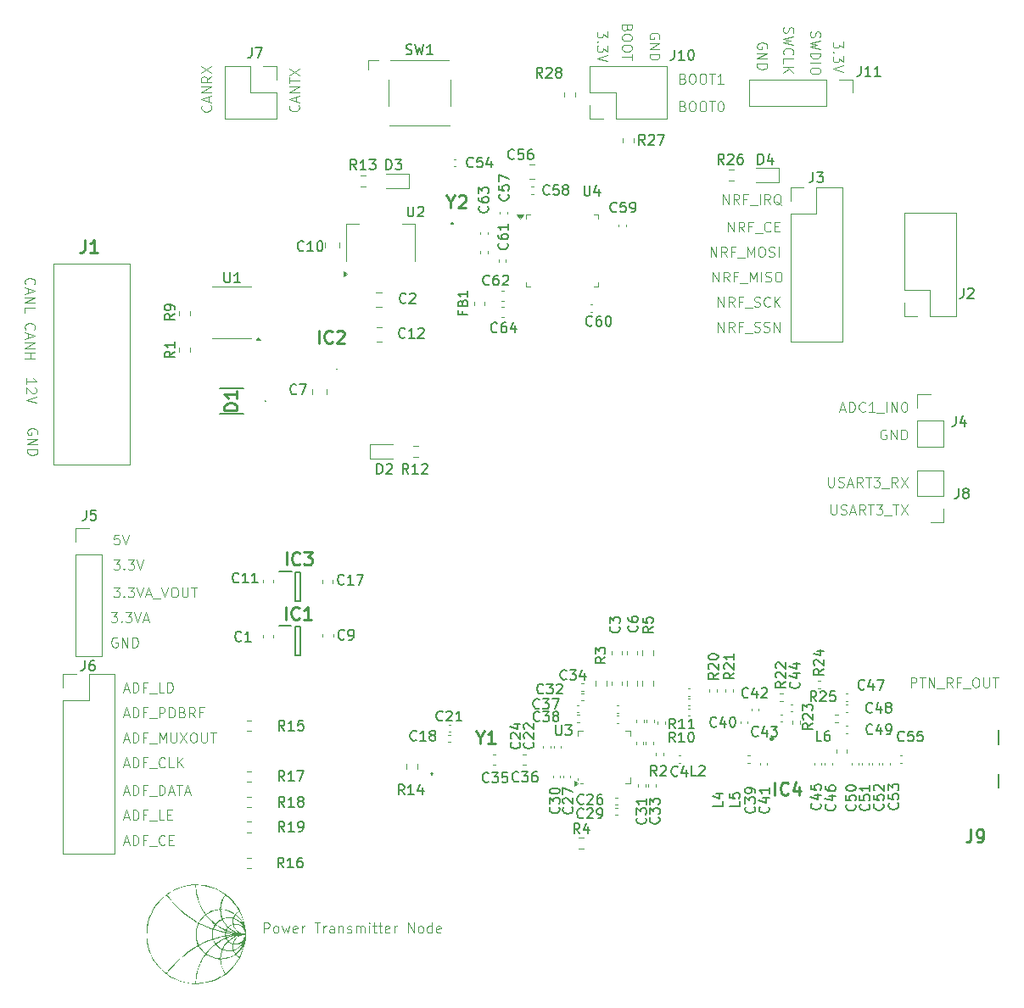
<source format=gbr>
%TF.GenerationSoftware,KiCad,Pcbnew,8.0.2*%
%TF.CreationDate,2024-07-16T14:45:12-07:00*%
%TF.ProjectId,ptn,70746e2e-6b69-4636-9164-5f7063625858,1*%
%TF.SameCoordinates,Original*%
%TF.FileFunction,Legend,Top*%
%TF.FilePolarity,Positive*%
%FSLAX46Y46*%
G04 Gerber Fmt 4.6, Leading zero omitted, Abs format (unit mm)*
G04 Created by KiCad (PCBNEW 8.0.2) date 2024-07-16 14:45:12*
%MOMM*%
%LPD*%
G01*
G04 APERTURE LIST*
%ADD10C,0.100000*%
%ADD11C,0.150000*%
%ADD12C,0.254000*%
%ADD13C,0.000000*%
%ADD14C,0.120000*%
%ADD15C,0.200000*%
%ADD16C,0.250000*%
G04 APERTURE END LIST*
D10*
X97473884Y-133872419D02*
X97473884Y-132872419D01*
X97473884Y-132872419D02*
X97854836Y-132872419D01*
X97854836Y-132872419D02*
X97950074Y-132920038D01*
X97950074Y-132920038D02*
X97997693Y-132967657D01*
X97997693Y-132967657D02*
X98045312Y-133062895D01*
X98045312Y-133062895D02*
X98045312Y-133205752D01*
X98045312Y-133205752D02*
X97997693Y-133300990D01*
X97997693Y-133300990D02*
X97950074Y-133348609D01*
X97950074Y-133348609D02*
X97854836Y-133396228D01*
X97854836Y-133396228D02*
X97473884Y-133396228D01*
X98616741Y-133872419D02*
X98521503Y-133824800D01*
X98521503Y-133824800D02*
X98473884Y-133777180D01*
X98473884Y-133777180D02*
X98426265Y-133681942D01*
X98426265Y-133681942D02*
X98426265Y-133396228D01*
X98426265Y-133396228D02*
X98473884Y-133300990D01*
X98473884Y-133300990D02*
X98521503Y-133253371D01*
X98521503Y-133253371D02*
X98616741Y-133205752D01*
X98616741Y-133205752D02*
X98759598Y-133205752D01*
X98759598Y-133205752D02*
X98854836Y-133253371D01*
X98854836Y-133253371D02*
X98902455Y-133300990D01*
X98902455Y-133300990D02*
X98950074Y-133396228D01*
X98950074Y-133396228D02*
X98950074Y-133681942D01*
X98950074Y-133681942D02*
X98902455Y-133777180D01*
X98902455Y-133777180D02*
X98854836Y-133824800D01*
X98854836Y-133824800D02*
X98759598Y-133872419D01*
X98759598Y-133872419D02*
X98616741Y-133872419D01*
X99283408Y-133205752D02*
X99473884Y-133872419D01*
X99473884Y-133872419D02*
X99664360Y-133396228D01*
X99664360Y-133396228D02*
X99854836Y-133872419D01*
X99854836Y-133872419D02*
X100045312Y-133205752D01*
X100807217Y-133824800D02*
X100711979Y-133872419D01*
X100711979Y-133872419D02*
X100521503Y-133872419D01*
X100521503Y-133872419D02*
X100426265Y-133824800D01*
X100426265Y-133824800D02*
X100378646Y-133729561D01*
X100378646Y-133729561D02*
X100378646Y-133348609D01*
X100378646Y-133348609D02*
X100426265Y-133253371D01*
X100426265Y-133253371D02*
X100521503Y-133205752D01*
X100521503Y-133205752D02*
X100711979Y-133205752D01*
X100711979Y-133205752D02*
X100807217Y-133253371D01*
X100807217Y-133253371D02*
X100854836Y-133348609D01*
X100854836Y-133348609D02*
X100854836Y-133443847D01*
X100854836Y-133443847D02*
X100378646Y-133539085D01*
X101283408Y-133872419D02*
X101283408Y-133205752D01*
X101283408Y-133396228D02*
X101331027Y-133300990D01*
X101331027Y-133300990D02*
X101378646Y-133253371D01*
X101378646Y-133253371D02*
X101473884Y-133205752D01*
X101473884Y-133205752D02*
X101569122Y-133205752D01*
X102521504Y-132872419D02*
X103092932Y-132872419D01*
X102807218Y-133872419D02*
X102807218Y-132872419D01*
X103426266Y-133872419D02*
X103426266Y-133205752D01*
X103426266Y-133396228D02*
X103473885Y-133300990D01*
X103473885Y-133300990D02*
X103521504Y-133253371D01*
X103521504Y-133253371D02*
X103616742Y-133205752D01*
X103616742Y-133205752D02*
X103711980Y-133205752D01*
X104473885Y-133872419D02*
X104473885Y-133348609D01*
X104473885Y-133348609D02*
X104426266Y-133253371D01*
X104426266Y-133253371D02*
X104331028Y-133205752D01*
X104331028Y-133205752D02*
X104140552Y-133205752D01*
X104140552Y-133205752D02*
X104045314Y-133253371D01*
X104473885Y-133824800D02*
X104378647Y-133872419D01*
X104378647Y-133872419D02*
X104140552Y-133872419D01*
X104140552Y-133872419D02*
X104045314Y-133824800D01*
X104045314Y-133824800D02*
X103997695Y-133729561D01*
X103997695Y-133729561D02*
X103997695Y-133634323D01*
X103997695Y-133634323D02*
X104045314Y-133539085D01*
X104045314Y-133539085D02*
X104140552Y-133491466D01*
X104140552Y-133491466D02*
X104378647Y-133491466D01*
X104378647Y-133491466D02*
X104473885Y-133443847D01*
X104950076Y-133205752D02*
X104950076Y-133872419D01*
X104950076Y-133300990D02*
X104997695Y-133253371D01*
X104997695Y-133253371D02*
X105092933Y-133205752D01*
X105092933Y-133205752D02*
X105235790Y-133205752D01*
X105235790Y-133205752D02*
X105331028Y-133253371D01*
X105331028Y-133253371D02*
X105378647Y-133348609D01*
X105378647Y-133348609D02*
X105378647Y-133872419D01*
X105807219Y-133824800D02*
X105902457Y-133872419D01*
X105902457Y-133872419D02*
X106092933Y-133872419D01*
X106092933Y-133872419D02*
X106188171Y-133824800D01*
X106188171Y-133824800D02*
X106235790Y-133729561D01*
X106235790Y-133729561D02*
X106235790Y-133681942D01*
X106235790Y-133681942D02*
X106188171Y-133586704D01*
X106188171Y-133586704D02*
X106092933Y-133539085D01*
X106092933Y-133539085D02*
X105950076Y-133539085D01*
X105950076Y-133539085D02*
X105854838Y-133491466D01*
X105854838Y-133491466D02*
X105807219Y-133396228D01*
X105807219Y-133396228D02*
X105807219Y-133348609D01*
X105807219Y-133348609D02*
X105854838Y-133253371D01*
X105854838Y-133253371D02*
X105950076Y-133205752D01*
X105950076Y-133205752D02*
X106092933Y-133205752D01*
X106092933Y-133205752D02*
X106188171Y-133253371D01*
X106664362Y-133872419D02*
X106664362Y-133205752D01*
X106664362Y-133300990D02*
X106711981Y-133253371D01*
X106711981Y-133253371D02*
X106807219Y-133205752D01*
X106807219Y-133205752D02*
X106950076Y-133205752D01*
X106950076Y-133205752D02*
X107045314Y-133253371D01*
X107045314Y-133253371D02*
X107092933Y-133348609D01*
X107092933Y-133348609D02*
X107092933Y-133872419D01*
X107092933Y-133348609D02*
X107140552Y-133253371D01*
X107140552Y-133253371D02*
X107235790Y-133205752D01*
X107235790Y-133205752D02*
X107378647Y-133205752D01*
X107378647Y-133205752D02*
X107473886Y-133253371D01*
X107473886Y-133253371D02*
X107521505Y-133348609D01*
X107521505Y-133348609D02*
X107521505Y-133872419D01*
X107997695Y-133872419D02*
X107997695Y-133205752D01*
X107997695Y-132872419D02*
X107950076Y-132920038D01*
X107950076Y-132920038D02*
X107997695Y-132967657D01*
X107997695Y-132967657D02*
X108045314Y-132920038D01*
X108045314Y-132920038D02*
X107997695Y-132872419D01*
X107997695Y-132872419D02*
X107997695Y-132967657D01*
X108331028Y-133205752D02*
X108711980Y-133205752D01*
X108473885Y-132872419D02*
X108473885Y-133729561D01*
X108473885Y-133729561D02*
X108521504Y-133824800D01*
X108521504Y-133824800D02*
X108616742Y-133872419D01*
X108616742Y-133872419D02*
X108711980Y-133872419D01*
X108902457Y-133205752D02*
X109283409Y-133205752D01*
X109045314Y-132872419D02*
X109045314Y-133729561D01*
X109045314Y-133729561D02*
X109092933Y-133824800D01*
X109092933Y-133824800D02*
X109188171Y-133872419D01*
X109188171Y-133872419D02*
X109283409Y-133872419D01*
X109997695Y-133824800D02*
X109902457Y-133872419D01*
X109902457Y-133872419D02*
X109711981Y-133872419D01*
X109711981Y-133872419D02*
X109616743Y-133824800D01*
X109616743Y-133824800D02*
X109569124Y-133729561D01*
X109569124Y-133729561D02*
X109569124Y-133348609D01*
X109569124Y-133348609D02*
X109616743Y-133253371D01*
X109616743Y-133253371D02*
X109711981Y-133205752D01*
X109711981Y-133205752D02*
X109902457Y-133205752D01*
X109902457Y-133205752D02*
X109997695Y-133253371D01*
X109997695Y-133253371D02*
X110045314Y-133348609D01*
X110045314Y-133348609D02*
X110045314Y-133443847D01*
X110045314Y-133443847D02*
X109569124Y-133539085D01*
X110473886Y-133872419D02*
X110473886Y-133205752D01*
X110473886Y-133396228D02*
X110521505Y-133300990D01*
X110521505Y-133300990D02*
X110569124Y-133253371D01*
X110569124Y-133253371D02*
X110664362Y-133205752D01*
X110664362Y-133205752D02*
X110759600Y-133205752D01*
X111854839Y-133872419D02*
X111854839Y-132872419D01*
X111854839Y-132872419D02*
X112426267Y-133872419D01*
X112426267Y-133872419D02*
X112426267Y-132872419D01*
X113045315Y-133872419D02*
X112950077Y-133824800D01*
X112950077Y-133824800D02*
X112902458Y-133777180D01*
X112902458Y-133777180D02*
X112854839Y-133681942D01*
X112854839Y-133681942D02*
X112854839Y-133396228D01*
X112854839Y-133396228D02*
X112902458Y-133300990D01*
X112902458Y-133300990D02*
X112950077Y-133253371D01*
X112950077Y-133253371D02*
X113045315Y-133205752D01*
X113045315Y-133205752D02*
X113188172Y-133205752D01*
X113188172Y-133205752D02*
X113283410Y-133253371D01*
X113283410Y-133253371D02*
X113331029Y-133300990D01*
X113331029Y-133300990D02*
X113378648Y-133396228D01*
X113378648Y-133396228D02*
X113378648Y-133681942D01*
X113378648Y-133681942D02*
X113331029Y-133777180D01*
X113331029Y-133777180D02*
X113283410Y-133824800D01*
X113283410Y-133824800D02*
X113188172Y-133872419D01*
X113188172Y-133872419D02*
X113045315Y-133872419D01*
X114235791Y-133872419D02*
X114235791Y-132872419D01*
X114235791Y-133824800D02*
X114140553Y-133872419D01*
X114140553Y-133872419D02*
X113950077Y-133872419D01*
X113950077Y-133872419D02*
X113854839Y-133824800D01*
X113854839Y-133824800D02*
X113807220Y-133777180D01*
X113807220Y-133777180D02*
X113759601Y-133681942D01*
X113759601Y-133681942D02*
X113759601Y-133396228D01*
X113759601Y-133396228D02*
X113807220Y-133300990D01*
X113807220Y-133300990D02*
X113854839Y-133253371D01*
X113854839Y-133253371D02*
X113950077Y-133205752D01*
X113950077Y-133205752D02*
X114140553Y-133205752D01*
X114140553Y-133205752D02*
X114235791Y-133253371D01*
X115092934Y-133824800D02*
X114997696Y-133872419D01*
X114997696Y-133872419D02*
X114807220Y-133872419D01*
X114807220Y-133872419D02*
X114711982Y-133824800D01*
X114711982Y-133824800D02*
X114664363Y-133729561D01*
X114664363Y-133729561D02*
X114664363Y-133348609D01*
X114664363Y-133348609D02*
X114711982Y-133253371D01*
X114711982Y-133253371D02*
X114807220Y-133205752D01*
X114807220Y-133205752D02*
X114997696Y-133205752D01*
X114997696Y-133205752D02*
X115092934Y-133253371D01*
X115092934Y-133253371D02*
X115140553Y-133348609D01*
X115140553Y-133348609D02*
X115140553Y-133443847D01*
X115140553Y-133443847D02*
X114664363Y-133539085D01*
X74829961Y-84077693D02*
X74877580Y-83982455D01*
X74877580Y-83982455D02*
X74877580Y-83839598D01*
X74877580Y-83839598D02*
X74829961Y-83696741D01*
X74829961Y-83696741D02*
X74734723Y-83601503D01*
X74734723Y-83601503D02*
X74639485Y-83553884D01*
X74639485Y-83553884D02*
X74449009Y-83506265D01*
X74449009Y-83506265D02*
X74306152Y-83506265D01*
X74306152Y-83506265D02*
X74115676Y-83553884D01*
X74115676Y-83553884D02*
X74020438Y-83601503D01*
X74020438Y-83601503D02*
X73925200Y-83696741D01*
X73925200Y-83696741D02*
X73877580Y-83839598D01*
X73877580Y-83839598D02*
X73877580Y-83934836D01*
X73877580Y-83934836D02*
X73925200Y-84077693D01*
X73925200Y-84077693D02*
X73972819Y-84125312D01*
X73972819Y-84125312D02*
X74306152Y-84125312D01*
X74306152Y-84125312D02*
X74306152Y-83934836D01*
X73877580Y-84553884D02*
X74877580Y-84553884D01*
X74877580Y-84553884D02*
X73877580Y-85125312D01*
X73877580Y-85125312D02*
X74877580Y-85125312D01*
X73877580Y-85601503D02*
X74877580Y-85601503D01*
X74877580Y-85601503D02*
X74877580Y-85839598D01*
X74877580Y-85839598D02*
X74829961Y-85982455D01*
X74829961Y-85982455D02*
X74734723Y-86077693D01*
X74734723Y-86077693D02*
X74639485Y-86125312D01*
X74639485Y-86125312D02*
X74449009Y-86172931D01*
X74449009Y-86172931D02*
X74306152Y-86172931D01*
X74306152Y-86172931D02*
X74115676Y-86125312D01*
X74115676Y-86125312D02*
X74020438Y-86077693D01*
X74020438Y-86077693D02*
X73925200Y-85982455D01*
X73925200Y-85982455D02*
X73877580Y-85839598D01*
X73877580Y-85839598D02*
X73877580Y-85601503D01*
X73747580Y-79077693D02*
X73747580Y-78506265D01*
X73747580Y-78791979D02*
X74747580Y-78791979D01*
X74747580Y-78791979D02*
X74604723Y-78696741D01*
X74604723Y-78696741D02*
X74509485Y-78601503D01*
X74509485Y-78601503D02*
X74461866Y-78506265D01*
X74652342Y-79458646D02*
X74699961Y-79506265D01*
X74699961Y-79506265D02*
X74747580Y-79601503D01*
X74747580Y-79601503D02*
X74747580Y-79839598D01*
X74747580Y-79839598D02*
X74699961Y-79934836D01*
X74699961Y-79934836D02*
X74652342Y-79982455D01*
X74652342Y-79982455D02*
X74557104Y-80030074D01*
X74557104Y-80030074D02*
X74461866Y-80030074D01*
X74461866Y-80030074D02*
X74319009Y-79982455D01*
X74319009Y-79982455D02*
X73747580Y-79411027D01*
X73747580Y-79411027D02*
X73747580Y-80030074D01*
X74747580Y-80315789D02*
X73747580Y-80649122D01*
X73747580Y-80649122D02*
X74747580Y-80982455D01*
X83506265Y-112086704D02*
X83982455Y-112086704D01*
X83411027Y-112372419D02*
X83744360Y-111372419D01*
X83744360Y-111372419D02*
X84077693Y-112372419D01*
X84411027Y-112372419D02*
X84411027Y-111372419D01*
X84411027Y-111372419D02*
X84649122Y-111372419D01*
X84649122Y-111372419D02*
X84791979Y-111420038D01*
X84791979Y-111420038D02*
X84887217Y-111515276D01*
X84887217Y-111515276D02*
X84934836Y-111610514D01*
X84934836Y-111610514D02*
X84982455Y-111800990D01*
X84982455Y-111800990D02*
X84982455Y-111943847D01*
X84982455Y-111943847D02*
X84934836Y-112134323D01*
X84934836Y-112134323D02*
X84887217Y-112229561D01*
X84887217Y-112229561D02*
X84791979Y-112324800D01*
X84791979Y-112324800D02*
X84649122Y-112372419D01*
X84649122Y-112372419D02*
X84411027Y-112372419D01*
X85744360Y-111848609D02*
X85411027Y-111848609D01*
X85411027Y-112372419D02*
X85411027Y-111372419D01*
X85411027Y-111372419D02*
X85887217Y-111372419D01*
X86030075Y-112467657D02*
X86791979Y-112467657D01*
X87030075Y-112372419D02*
X87030075Y-111372419D01*
X87030075Y-111372419D02*
X87411027Y-111372419D01*
X87411027Y-111372419D02*
X87506265Y-111420038D01*
X87506265Y-111420038D02*
X87553884Y-111467657D01*
X87553884Y-111467657D02*
X87601503Y-111562895D01*
X87601503Y-111562895D02*
X87601503Y-111705752D01*
X87601503Y-111705752D02*
X87553884Y-111800990D01*
X87553884Y-111800990D02*
X87506265Y-111848609D01*
X87506265Y-111848609D02*
X87411027Y-111896228D01*
X87411027Y-111896228D02*
X87030075Y-111896228D01*
X88030075Y-112372419D02*
X88030075Y-111372419D01*
X88030075Y-111372419D02*
X88268170Y-111372419D01*
X88268170Y-111372419D02*
X88411027Y-111420038D01*
X88411027Y-111420038D02*
X88506265Y-111515276D01*
X88506265Y-111515276D02*
X88553884Y-111610514D01*
X88553884Y-111610514D02*
X88601503Y-111800990D01*
X88601503Y-111800990D02*
X88601503Y-111943847D01*
X88601503Y-111943847D02*
X88553884Y-112134323D01*
X88553884Y-112134323D02*
X88506265Y-112229561D01*
X88506265Y-112229561D02*
X88411027Y-112324800D01*
X88411027Y-112324800D02*
X88268170Y-112372419D01*
X88268170Y-112372419D02*
X88030075Y-112372419D01*
X89363408Y-111848609D02*
X89506265Y-111896228D01*
X89506265Y-111896228D02*
X89553884Y-111943847D01*
X89553884Y-111943847D02*
X89601503Y-112039085D01*
X89601503Y-112039085D02*
X89601503Y-112181942D01*
X89601503Y-112181942D02*
X89553884Y-112277180D01*
X89553884Y-112277180D02*
X89506265Y-112324800D01*
X89506265Y-112324800D02*
X89411027Y-112372419D01*
X89411027Y-112372419D02*
X89030075Y-112372419D01*
X89030075Y-112372419D02*
X89030075Y-111372419D01*
X89030075Y-111372419D02*
X89363408Y-111372419D01*
X89363408Y-111372419D02*
X89458646Y-111420038D01*
X89458646Y-111420038D02*
X89506265Y-111467657D01*
X89506265Y-111467657D02*
X89553884Y-111562895D01*
X89553884Y-111562895D02*
X89553884Y-111658133D01*
X89553884Y-111658133D02*
X89506265Y-111753371D01*
X89506265Y-111753371D02*
X89458646Y-111800990D01*
X89458646Y-111800990D02*
X89363408Y-111848609D01*
X89363408Y-111848609D02*
X89030075Y-111848609D01*
X90601503Y-112372419D02*
X90268170Y-111896228D01*
X90030075Y-112372419D02*
X90030075Y-111372419D01*
X90030075Y-111372419D02*
X90411027Y-111372419D01*
X90411027Y-111372419D02*
X90506265Y-111420038D01*
X90506265Y-111420038D02*
X90553884Y-111467657D01*
X90553884Y-111467657D02*
X90601503Y-111562895D01*
X90601503Y-111562895D02*
X90601503Y-111705752D01*
X90601503Y-111705752D02*
X90553884Y-111800990D01*
X90553884Y-111800990D02*
X90506265Y-111848609D01*
X90506265Y-111848609D02*
X90411027Y-111896228D01*
X90411027Y-111896228D02*
X90030075Y-111896228D01*
X91363408Y-111848609D02*
X91030075Y-111848609D01*
X91030075Y-112372419D02*
X91030075Y-111372419D01*
X91030075Y-111372419D02*
X91506265Y-111372419D01*
X82458646Y-99372419D02*
X83077693Y-99372419D01*
X83077693Y-99372419D02*
X82744360Y-99753371D01*
X82744360Y-99753371D02*
X82887217Y-99753371D01*
X82887217Y-99753371D02*
X82982455Y-99800990D01*
X82982455Y-99800990D02*
X83030074Y-99848609D01*
X83030074Y-99848609D02*
X83077693Y-99943847D01*
X83077693Y-99943847D02*
X83077693Y-100181942D01*
X83077693Y-100181942D02*
X83030074Y-100277180D01*
X83030074Y-100277180D02*
X82982455Y-100324800D01*
X82982455Y-100324800D02*
X82887217Y-100372419D01*
X82887217Y-100372419D02*
X82601503Y-100372419D01*
X82601503Y-100372419D02*
X82506265Y-100324800D01*
X82506265Y-100324800D02*
X82458646Y-100277180D01*
X83506265Y-100277180D02*
X83553884Y-100324800D01*
X83553884Y-100324800D02*
X83506265Y-100372419D01*
X83506265Y-100372419D02*
X83458646Y-100324800D01*
X83458646Y-100324800D02*
X83506265Y-100277180D01*
X83506265Y-100277180D02*
X83506265Y-100372419D01*
X83887217Y-99372419D02*
X84506264Y-99372419D01*
X84506264Y-99372419D02*
X84172931Y-99753371D01*
X84172931Y-99753371D02*
X84315788Y-99753371D01*
X84315788Y-99753371D02*
X84411026Y-99800990D01*
X84411026Y-99800990D02*
X84458645Y-99848609D01*
X84458645Y-99848609D02*
X84506264Y-99943847D01*
X84506264Y-99943847D02*
X84506264Y-100181942D01*
X84506264Y-100181942D02*
X84458645Y-100277180D01*
X84458645Y-100277180D02*
X84411026Y-100324800D01*
X84411026Y-100324800D02*
X84315788Y-100372419D01*
X84315788Y-100372419D02*
X84030074Y-100372419D01*
X84030074Y-100372419D02*
X83934836Y-100324800D01*
X83934836Y-100324800D02*
X83887217Y-100277180D01*
X84791979Y-99372419D02*
X85125312Y-100372419D01*
X85125312Y-100372419D02*
X85458645Y-99372419D01*
X85744360Y-100086704D02*
X86220550Y-100086704D01*
X85649122Y-100372419D02*
X85982455Y-99372419D01*
X85982455Y-99372419D02*
X86315788Y-100372419D01*
X86411027Y-100467657D02*
X87172931Y-100467657D01*
X87268170Y-99372419D02*
X87601503Y-100372419D01*
X87601503Y-100372419D02*
X87934836Y-99372419D01*
X88458646Y-99372419D02*
X88649122Y-99372419D01*
X88649122Y-99372419D02*
X88744360Y-99420038D01*
X88744360Y-99420038D02*
X88839598Y-99515276D01*
X88839598Y-99515276D02*
X88887217Y-99705752D01*
X88887217Y-99705752D02*
X88887217Y-100039085D01*
X88887217Y-100039085D02*
X88839598Y-100229561D01*
X88839598Y-100229561D02*
X88744360Y-100324800D01*
X88744360Y-100324800D02*
X88649122Y-100372419D01*
X88649122Y-100372419D02*
X88458646Y-100372419D01*
X88458646Y-100372419D02*
X88363408Y-100324800D01*
X88363408Y-100324800D02*
X88268170Y-100229561D01*
X88268170Y-100229561D02*
X88220551Y-100039085D01*
X88220551Y-100039085D02*
X88220551Y-99705752D01*
X88220551Y-99705752D02*
X88268170Y-99515276D01*
X88268170Y-99515276D02*
X88363408Y-99420038D01*
X88363408Y-99420038D02*
X88458646Y-99372419D01*
X89315789Y-99372419D02*
X89315789Y-100181942D01*
X89315789Y-100181942D02*
X89363408Y-100277180D01*
X89363408Y-100277180D02*
X89411027Y-100324800D01*
X89411027Y-100324800D02*
X89506265Y-100372419D01*
X89506265Y-100372419D02*
X89696741Y-100372419D01*
X89696741Y-100372419D02*
X89791979Y-100324800D01*
X89791979Y-100324800D02*
X89839598Y-100277180D01*
X89839598Y-100277180D02*
X89887217Y-100181942D01*
X89887217Y-100181942D02*
X89887217Y-99372419D01*
X90220551Y-99372419D02*
X90791979Y-99372419D01*
X90506265Y-100372419D02*
X90506265Y-99372419D01*
X136909961Y-44587693D02*
X136957580Y-44492455D01*
X136957580Y-44492455D02*
X136957580Y-44349598D01*
X136957580Y-44349598D02*
X136909961Y-44206741D01*
X136909961Y-44206741D02*
X136814723Y-44111503D01*
X136814723Y-44111503D02*
X136719485Y-44063884D01*
X136719485Y-44063884D02*
X136529009Y-44016265D01*
X136529009Y-44016265D02*
X136386152Y-44016265D01*
X136386152Y-44016265D02*
X136195676Y-44063884D01*
X136195676Y-44063884D02*
X136100438Y-44111503D01*
X136100438Y-44111503D02*
X136005200Y-44206741D01*
X136005200Y-44206741D02*
X135957580Y-44349598D01*
X135957580Y-44349598D02*
X135957580Y-44444836D01*
X135957580Y-44444836D02*
X136005200Y-44587693D01*
X136005200Y-44587693D02*
X136052819Y-44635312D01*
X136052819Y-44635312D02*
X136386152Y-44635312D01*
X136386152Y-44635312D02*
X136386152Y-44444836D01*
X135957580Y-45063884D02*
X136957580Y-45063884D01*
X136957580Y-45063884D02*
X135957580Y-45635312D01*
X135957580Y-45635312D02*
X136957580Y-45635312D01*
X135957580Y-46111503D02*
X136957580Y-46111503D01*
X136957580Y-46111503D02*
X136957580Y-46349598D01*
X136957580Y-46349598D02*
X136909961Y-46492455D01*
X136909961Y-46492455D02*
X136814723Y-46587693D01*
X136814723Y-46587693D02*
X136719485Y-46635312D01*
X136719485Y-46635312D02*
X136529009Y-46682931D01*
X136529009Y-46682931D02*
X136386152Y-46682931D01*
X136386152Y-46682931D02*
X136195676Y-46635312D01*
X136195676Y-46635312D02*
X136100438Y-46587693D01*
X136100438Y-46587693D02*
X136005200Y-46492455D01*
X136005200Y-46492455D02*
X135957580Y-46349598D01*
X135957580Y-46349598D02*
X135957580Y-46111503D01*
X83506265Y-117086704D02*
X83982455Y-117086704D01*
X83411027Y-117372419D02*
X83744360Y-116372419D01*
X83744360Y-116372419D02*
X84077693Y-117372419D01*
X84411027Y-117372419D02*
X84411027Y-116372419D01*
X84411027Y-116372419D02*
X84649122Y-116372419D01*
X84649122Y-116372419D02*
X84791979Y-116420038D01*
X84791979Y-116420038D02*
X84887217Y-116515276D01*
X84887217Y-116515276D02*
X84934836Y-116610514D01*
X84934836Y-116610514D02*
X84982455Y-116800990D01*
X84982455Y-116800990D02*
X84982455Y-116943847D01*
X84982455Y-116943847D02*
X84934836Y-117134323D01*
X84934836Y-117134323D02*
X84887217Y-117229561D01*
X84887217Y-117229561D02*
X84791979Y-117324800D01*
X84791979Y-117324800D02*
X84649122Y-117372419D01*
X84649122Y-117372419D02*
X84411027Y-117372419D01*
X85744360Y-116848609D02*
X85411027Y-116848609D01*
X85411027Y-117372419D02*
X85411027Y-116372419D01*
X85411027Y-116372419D02*
X85887217Y-116372419D01*
X86030075Y-117467657D02*
X86791979Y-117467657D01*
X87601503Y-117277180D02*
X87553884Y-117324800D01*
X87553884Y-117324800D02*
X87411027Y-117372419D01*
X87411027Y-117372419D02*
X87315789Y-117372419D01*
X87315789Y-117372419D02*
X87172932Y-117324800D01*
X87172932Y-117324800D02*
X87077694Y-117229561D01*
X87077694Y-117229561D02*
X87030075Y-117134323D01*
X87030075Y-117134323D02*
X86982456Y-116943847D01*
X86982456Y-116943847D02*
X86982456Y-116800990D01*
X86982456Y-116800990D02*
X87030075Y-116610514D01*
X87030075Y-116610514D02*
X87077694Y-116515276D01*
X87077694Y-116515276D02*
X87172932Y-116420038D01*
X87172932Y-116420038D02*
X87315789Y-116372419D01*
X87315789Y-116372419D02*
X87411027Y-116372419D01*
X87411027Y-116372419D02*
X87553884Y-116420038D01*
X87553884Y-116420038D02*
X87601503Y-116467657D01*
X88506265Y-117372419D02*
X88030075Y-117372419D01*
X88030075Y-117372419D02*
X88030075Y-116372419D01*
X88839599Y-117372419D02*
X88839599Y-116372419D01*
X89411027Y-117372419D02*
X88982456Y-116800990D01*
X89411027Y-116372419D02*
X88839599Y-116943847D01*
X73722819Y-69125312D02*
X73675200Y-69077693D01*
X73675200Y-69077693D02*
X73627580Y-68934836D01*
X73627580Y-68934836D02*
X73627580Y-68839598D01*
X73627580Y-68839598D02*
X73675200Y-68696741D01*
X73675200Y-68696741D02*
X73770438Y-68601503D01*
X73770438Y-68601503D02*
X73865676Y-68553884D01*
X73865676Y-68553884D02*
X74056152Y-68506265D01*
X74056152Y-68506265D02*
X74199009Y-68506265D01*
X74199009Y-68506265D02*
X74389485Y-68553884D01*
X74389485Y-68553884D02*
X74484723Y-68601503D01*
X74484723Y-68601503D02*
X74579961Y-68696741D01*
X74579961Y-68696741D02*
X74627580Y-68839598D01*
X74627580Y-68839598D02*
X74627580Y-68934836D01*
X74627580Y-68934836D02*
X74579961Y-69077693D01*
X74579961Y-69077693D02*
X74532342Y-69125312D01*
X73913295Y-69506265D02*
X73913295Y-69982455D01*
X73627580Y-69411027D02*
X74627580Y-69744360D01*
X74627580Y-69744360D02*
X73627580Y-70077693D01*
X73627580Y-70411027D02*
X74627580Y-70411027D01*
X74627580Y-70411027D02*
X73627580Y-70982455D01*
X73627580Y-70982455D02*
X74627580Y-70982455D01*
X73627580Y-71934836D02*
X73627580Y-71458646D01*
X73627580Y-71458646D02*
X74627580Y-71458646D01*
X147659961Y-45557693D02*
X147707580Y-45462455D01*
X147707580Y-45462455D02*
X147707580Y-45319598D01*
X147707580Y-45319598D02*
X147659961Y-45176741D01*
X147659961Y-45176741D02*
X147564723Y-45081503D01*
X147564723Y-45081503D02*
X147469485Y-45033884D01*
X147469485Y-45033884D02*
X147279009Y-44986265D01*
X147279009Y-44986265D02*
X147136152Y-44986265D01*
X147136152Y-44986265D02*
X146945676Y-45033884D01*
X146945676Y-45033884D02*
X146850438Y-45081503D01*
X146850438Y-45081503D02*
X146755200Y-45176741D01*
X146755200Y-45176741D02*
X146707580Y-45319598D01*
X146707580Y-45319598D02*
X146707580Y-45414836D01*
X146707580Y-45414836D02*
X146755200Y-45557693D01*
X146755200Y-45557693D02*
X146802819Y-45605312D01*
X146802819Y-45605312D02*
X147136152Y-45605312D01*
X147136152Y-45605312D02*
X147136152Y-45414836D01*
X146707580Y-46033884D02*
X147707580Y-46033884D01*
X147707580Y-46033884D02*
X146707580Y-46605312D01*
X146707580Y-46605312D02*
X147707580Y-46605312D01*
X146707580Y-47081503D02*
X147707580Y-47081503D01*
X147707580Y-47081503D02*
X147707580Y-47319598D01*
X147707580Y-47319598D02*
X147659961Y-47462455D01*
X147659961Y-47462455D02*
X147564723Y-47557693D01*
X147564723Y-47557693D02*
X147469485Y-47605312D01*
X147469485Y-47605312D02*
X147279009Y-47652931D01*
X147279009Y-47652931D02*
X147136152Y-47652931D01*
X147136152Y-47652931D02*
X146945676Y-47605312D01*
X146945676Y-47605312D02*
X146850438Y-47557693D01*
X146850438Y-47557693D02*
X146755200Y-47462455D01*
X146755200Y-47462455D02*
X146707580Y-47319598D01*
X146707580Y-47319598D02*
X146707580Y-47081503D01*
X154053884Y-91122419D02*
X154053884Y-91931942D01*
X154053884Y-91931942D02*
X154101503Y-92027180D01*
X154101503Y-92027180D02*
X154149122Y-92074800D01*
X154149122Y-92074800D02*
X154244360Y-92122419D01*
X154244360Y-92122419D02*
X154434836Y-92122419D01*
X154434836Y-92122419D02*
X154530074Y-92074800D01*
X154530074Y-92074800D02*
X154577693Y-92027180D01*
X154577693Y-92027180D02*
X154625312Y-91931942D01*
X154625312Y-91931942D02*
X154625312Y-91122419D01*
X155053884Y-92074800D02*
X155196741Y-92122419D01*
X155196741Y-92122419D02*
X155434836Y-92122419D01*
X155434836Y-92122419D02*
X155530074Y-92074800D01*
X155530074Y-92074800D02*
X155577693Y-92027180D01*
X155577693Y-92027180D02*
X155625312Y-91931942D01*
X155625312Y-91931942D02*
X155625312Y-91836704D01*
X155625312Y-91836704D02*
X155577693Y-91741466D01*
X155577693Y-91741466D02*
X155530074Y-91693847D01*
X155530074Y-91693847D02*
X155434836Y-91646228D01*
X155434836Y-91646228D02*
X155244360Y-91598609D01*
X155244360Y-91598609D02*
X155149122Y-91550990D01*
X155149122Y-91550990D02*
X155101503Y-91503371D01*
X155101503Y-91503371D02*
X155053884Y-91408133D01*
X155053884Y-91408133D02*
X155053884Y-91312895D01*
X155053884Y-91312895D02*
X155101503Y-91217657D01*
X155101503Y-91217657D02*
X155149122Y-91170038D01*
X155149122Y-91170038D02*
X155244360Y-91122419D01*
X155244360Y-91122419D02*
X155482455Y-91122419D01*
X155482455Y-91122419D02*
X155625312Y-91170038D01*
X156006265Y-91836704D02*
X156482455Y-91836704D01*
X155911027Y-92122419D02*
X156244360Y-91122419D01*
X156244360Y-91122419D02*
X156577693Y-92122419D01*
X157482455Y-92122419D02*
X157149122Y-91646228D01*
X156911027Y-92122419D02*
X156911027Y-91122419D01*
X156911027Y-91122419D02*
X157291979Y-91122419D01*
X157291979Y-91122419D02*
X157387217Y-91170038D01*
X157387217Y-91170038D02*
X157434836Y-91217657D01*
X157434836Y-91217657D02*
X157482455Y-91312895D01*
X157482455Y-91312895D02*
X157482455Y-91455752D01*
X157482455Y-91455752D02*
X157434836Y-91550990D01*
X157434836Y-91550990D02*
X157387217Y-91598609D01*
X157387217Y-91598609D02*
X157291979Y-91646228D01*
X157291979Y-91646228D02*
X156911027Y-91646228D01*
X157768170Y-91122419D02*
X158339598Y-91122419D01*
X158053884Y-92122419D02*
X158053884Y-91122419D01*
X158577694Y-91122419D02*
X159196741Y-91122419D01*
X159196741Y-91122419D02*
X158863408Y-91503371D01*
X158863408Y-91503371D02*
X159006265Y-91503371D01*
X159006265Y-91503371D02*
X159101503Y-91550990D01*
X159101503Y-91550990D02*
X159149122Y-91598609D01*
X159149122Y-91598609D02*
X159196741Y-91693847D01*
X159196741Y-91693847D02*
X159196741Y-91931942D01*
X159196741Y-91931942D02*
X159149122Y-92027180D01*
X159149122Y-92027180D02*
X159101503Y-92074800D01*
X159101503Y-92074800D02*
X159006265Y-92122419D01*
X159006265Y-92122419D02*
X158720551Y-92122419D01*
X158720551Y-92122419D02*
X158625313Y-92074800D01*
X158625313Y-92074800D02*
X158577694Y-92027180D01*
X159387218Y-92217657D02*
X160149122Y-92217657D01*
X160244361Y-91122419D02*
X160815789Y-91122419D01*
X160530075Y-92122419D02*
X160530075Y-91122419D01*
X161053885Y-91122419D02*
X161720551Y-92122419D01*
X161720551Y-91122419D02*
X161053885Y-92122419D01*
X92147180Y-51244687D02*
X92194800Y-51292306D01*
X92194800Y-51292306D02*
X92242419Y-51435163D01*
X92242419Y-51435163D02*
X92242419Y-51530401D01*
X92242419Y-51530401D02*
X92194800Y-51673258D01*
X92194800Y-51673258D02*
X92099561Y-51768496D01*
X92099561Y-51768496D02*
X92004323Y-51816115D01*
X92004323Y-51816115D02*
X91813847Y-51863734D01*
X91813847Y-51863734D02*
X91670990Y-51863734D01*
X91670990Y-51863734D02*
X91480514Y-51816115D01*
X91480514Y-51816115D02*
X91385276Y-51768496D01*
X91385276Y-51768496D02*
X91290038Y-51673258D01*
X91290038Y-51673258D02*
X91242419Y-51530401D01*
X91242419Y-51530401D02*
X91242419Y-51435163D01*
X91242419Y-51435163D02*
X91290038Y-51292306D01*
X91290038Y-51292306D02*
X91337657Y-51244687D01*
X91956704Y-50863734D02*
X91956704Y-50387544D01*
X92242419Y-50958972D02*
X91242419Y-50625639D01*
X91242419Y-50625639D02*
X92242419Y-50292306D01*
X92242419Y-49958972D02*
X91242419Y-49958972D01*
X91242419Y-49958972D02*
X92242419Y-49387544D01*
X92242419Y-49387544D02*
X91242419Y-49387544D01*
X92242419Y-48339925D02*
X91766228Y-48673258D01*
X92242419Y-48911353D02*
X91242419Y-48911353D01*
X91242419Y-48911353D02*
X91242419Y-48530401D01*
X91242419Y-48530401D02*
X91290038Y-48435163D01*
X91290038Y-48435163D02*
X91337657Y-48387544D01*
X91337657Y-48387544D02*
X91432895Y-48339925D01*
X91432895Y-48339925D02*
X91575752Y-48339925D01*
X91575752Y-48339925D02*
X91670990Y-48387544D01*
X91670990Y-48387544D02*
X91718609Y-48435163D01*
X91718609Y-48435163D02*
X91766228Y-48530401D01*
X91766228Y-48530401D02*
X91766228Y-48911353D01*
X91242419Y-48006591D02*
X92242419Y-47339925D01*
X91242419Y-47339925D02*
X92242419Y-48006591D01*
X83506265Y-122336704D02*
X83982455Y-122336704D01*
X83411027Y-122622419D02*
X83744360Y-121622419D01*
X83744360Y-121622419D02*
X84077693Y-122622419D01*
X84411027Y-122622419D02*
X84411027Y-121622419D01*
X84411027Y-121622419D02*
X84649122Y-121622419D01*
X84649122Y-121622419D02*
X84791979Y-121670038D01*
X84791979Y-121670038D02*
X84887217Y-121765276D01*
X84887217Y-121765276D02*
X84934836Y-121860514D01*
X84934836Y-121860514D02*
X84982455Y-122050990D01*
X84982455Y-122050990D02*
X84982455Y-122193847D01*
X84982455Y-122193847D02*
X84934836Y-122384323D01*
X84934836Y-122384323D02*
X84887217Y-122479561D01*
X84887217Y-122479561D02*
X84791979Y-122574800D01*
X84791979Y-122574800D02*
X84649122Y-122622419D01*
X84649122Y-122622419D02*
X84411027Y-122622419D01*
X85744360Y-122098609D02*
X85411027Y-122098609D01*
X85411027Y-122622419D02*
X85411027Y-121622419D01*
X85411027Y-121622419D02*
X85887217Y-121622419D01*
X86030075Y-122717657D02*
X86791979Y-122717657D01*
X87506265Y-122622419D02*
X87030075Y-122622419D01*
X87030075Y-122622419D02*
X87030075Y-121622419D01*
X87839599Y-122098609D02*
X88172932Y-122098609D01*
X88315789Y-122622419D02*
X87839599Y-122622419D01*
X87839599Y-122622419D02*
X87839599Y-121622419D01*
X87839599Y-121622419D02*
X88315789Y-121622419D01*
X139287217Y-51308609D02*
X139430074Y-51356228D01*
X139430074Y-51356228D02*
X139477693Y-51403847D01*
X139477693Y-51403847D02*
X139525312Y-51499085D01*
X139525312Y-51499085D02*
X139525312Y-51641942D01*
X139525312Y-51641942D02*
X139477693Y-51737180D01*
X139477693Y-51737180D02*
X139430074Y-51784800D01*
X139430074Y-51784800D02*
X139334836Y-51832419D01*
X139334836Y-51832419D02*
X138953884Y-51832419D01*
X138953884Y-51832419D02*
X138953884Y-50832419D01*
X138953884Y-50832419D02*
X139287217Y-50832419D01*
X139287217Y-50832419D02*
X139382455Y-50880038D01*
X139382455Y-50880038D02*
X139430074Y-50927657D01*
X139430074Y-50927657D02*
X139477693Y-51022895D01*
X139477693Y-51022895D02*
X139477693Y-51118133D01*
X139477693Y-51118133D02*
X139430074Y-51213371D01*
X139430074Y-51213371D02*
X139382455Y-51260990D01*
X139382455Y-51260990D02*
X139287217Y-51308609D01*
X139287217Y-51308609D02*
X138953884Y-51308609D01*
X140144360Y-50832419D02*
X140334836Y-50832419D01*
X140334836Y-50832419D02*
X140430074Y-50880038D01*
X140430074Y-50880038D02*
X140525312Y-50975276D01*
X140525312Y-50975276D02*
X140572931Y-51165752D01*
X140572931Y-51165752D02*
X140572931Y-51499085D01*
X140572931Y-51499085D02*
X140525312Y-51689561D01*
X140525312Y-51689561D02*
X140430074Y-51784800D01*
X140430074Y-51784800D02*
X140334836Y-51832419D01*
X140334836Y-51832419D02*
X140144360Y-51832419D01*
X140144360Y-51832419D02*
X140049122Y-51784800D01*
X140049122Y-51784800D02*
X139953884Y-51689561D01*
X139953884Y-51689561D02*
X139906265Y-51499085D01*
X139906265Y-51499085D02*
X139906265Y-51165752D01*
X139906265Y-51165752D02*
X139953884Y-50975276D01*
X139953884Y-50975276D02*
X140049122Y-50880038D01*
X140049122Y-50880038D02*
X140144360Y-50832419D01*
X141191979Y-50832419D02*
X141382455Y-50832419D01*
X141382455Y-50832419D02*
X141477693Y-50880038D01*
X141477693Y-50880038D02*
X141572931Y-50975276D01*
X141572931Y-50975276D02*
X141620550Y-51165752D01*
X141620550Y-51165752D02*
X141620550Y-51499085D01*
X141620550Y-51499085D02*
X141572931Y-51689561D01*
X141572931Y-51689561D02*
X141477693Y-51784800D01*
X141477693Y-51784800D02*
X141382455Y-51832419D01*
X141382455Y-51832419D02*
X141191979Y-51832419D01*
X141191979Y-51832419D02*
X141096741Y-51784800D01*
X141096741Y-51784800D02*
X141001503Y-51689561D01*
X141001503Y-51689561D02*
X140953884Y-51499085D01*
X140953884Y-51499085D02*
X140953884Y-51165752D01*
X140953884Y-51165752D02*
X141001503Y-50975276D01*
X141001503Y-50975276D02*
X141096741Y-50880038D01*
X141096741Y-50880038D02*
X141191979Y-50832419D01*
X141906265Y-50832419D02*
X142477693Y-50832419D01*
X142191979Y-51832419D02*
X142191979Y-50832419D01*
X143001503Y-50832419D02*
X143096741Y-50832419D01*
X143096741Y-50832419D02*
X143191979Y-50880038D01*
X143191979Y-50880038D02*
X143239598Y-50927657D01*
X143239598Y-50927657D02*
X143287217Y-51022895D01*
X143287217Y-51022895D02*
X143334836Y-51213371D01*
X143334836Y-51213371D02*
X143334836Y-51451466D01*
X143334836Y-51451466D02*
X143287217Y-51641942D01*
X143287217Y-51641942D02*
X143239598Y-51737180D01*
X143239598Y-51737180D02*
X143191979Y-51784800D01*
X143191979Y-51784800D02*
X143096741Y-51832419D01*
X143096741Y-51832419D02*
X143001503Y-51832419D01*
X143001503Y-51832419D02*
X142906265Y-51784800D01*
X142906265Y-51784800D02*
X142858646Y-51737180D01*
X142858646Y-51737180D02*
X142811027Y-51641942D01*
X142811027Y-51641942D02*
X142763408Y-51451466D01*
X142763408Y-51451466D02*
X142763408Y-51213371D01*
X142763408Y-51213371D02*
X142811027Y-51022895D01*
X142811027Y-51022895D02*
X142858646Y-50927657D01*
X142858646Y-50927657D02*
X142906265Y-50880038D01*
X142906265Y-50880038D02*
X143001503Y-50832419D01*
X133741390Y-43527217D02*
X133693771Y-43670074D01*
X133693771Y-43670074D02*
X133646152Y-43717693D01*
X133646152Y-43717693D02*
X133550914Y-43765312D01*
X133550914Y-43765312D02*
X133408057Y-43765312D01*
X133408057Y-43765312D02*
X133312819Y-43717693D01*
X133312819Y-43717693D02*
X133265200Y-43670074D01*
X133265200Y-43670074D02*
X133217580Y-43574836D01*
X133217580Y-43574836D02*
X133217580Y-43193884D01*
X133217580Y-43193884D02*
X134217580Y-43193884D01*
X134217580Y-43193884D02*
X134217580Y-43527217D01*
X134217580Y-43527217D02*
X134169961Y-43622455D01*
X134169961Y-43622455D02*
X134122342Y-43670074D01*
X134122342Y-43670074D02*
X134027104Y-43717693D01*
X134027104Y-43717693D02*
X133931866Y-43717693D01*
X133931866Y-43717693D02*
X133836628Y-43670074D01*
X133836628Y-43670074D02*
X133789009Y-43622455D01*
X133789009Y-43622455D02*
X133741390Y-43527217D01*
X133741390Y-43527217D02*
X133741390Y-43193884D01*
X134217580Y-44384360D02*
X134217580Y-44574836D01*
X134217580Y-44574836D02*
X134169961Y-44670074D01*
X134169961Y-44670074D02*
X134074723Y-44765312D01*
X134074723Y-44765312D02*
X133884247Y-44812931D01*
X133884247Y-44812931D02*
X133550914Y-44812931D01*
X133550914Y-44812931D02*
X133360438Y-44765312D01*
X133360438Y-44765312D02*
X133265200Y-44670074D01*
X133265200Y-44670074D02*
X133217580Y-44574836D01*
X133217580Y-44574836D02*
X133217580Y-44384360D01*
X133217580Y-44384360D02*
X133265200Y-44289122D01*
X133265200Y-44289122D02*
X133360438Y-44193884D01*
X133360438Y-44193884D02*
X133550914Y-44146265D01*
X133550914Y-44146265D02*
X133884247Y-44146265D01*
X133884247Y-44146265D02*
X134074723Y-44193884D01*
X134074723Y-44193884D02*
X134169961Y-44289122D01*
X134169961Y-44289122D02*
X134217580Y-44384360D01*
X134217580Y-45431979D02*
X134217580Y-45622455D01*
X134217580Y-45622455D02*
X134169961Y-45717693D01*
X134169961Y-45717693D02*
X134074723Y-45812931D01*
X134074723Y-45812931D02*
X133884247Y-45860550D01*
X133884247Y-45860550D02*
X133550914Y-45860550D01*
X133550914Y-45860550D02*
X133360438Y-45812931D01*
X133360438Y-45812931D02*
X133265200Y-45717693D01*
X133265200Y-45717693D02*
X133217580Y-45622455D01*
X133217580Y-45622455D02*
X133217580Y-45431979D01*
X133217580Y-45431979D02*
X133265200Y-45336741D01*
X133265200Y-45336741D02*
X133360438Y-45241503D01*
X133360438Y-45241503D02*
X133550914Y-45193884D01*
X133550914Y-45193884D02*
X133884247Y-45193884D01*
X133884247Y-45193884D02*
X134074723Y-45241503D01*
X134074723Y-45241503D02*
X134169961Y-45336741D01*
X134169961Y-45336741D02*
X134217580Y-45431979D01*
X134217580Y-46146265D02*
X134217580Y-46717693D01*
X133217580Y-46431979D02*
X134217580Y-46431979D01*
X131727580Y-43858646D02*
X131727580Y-44477693D01*
X131727580Y-44477693D02*
X131346628Y-44144360D01*
X131346628Y-44144360D02*
X131346628Y-44287217D01*
X131346628Y-44287217D02*
X131299009Y-44382455D01*
X131299009Y-44382455D02*
X131251390Y-44430074D01*
X131251390Y-44430074D02*
X131156152Y-44477693D01*
X131156152Y-44477693D02*
X130918057Y-44477693D01*
X130918057Y-44477693D02*
X130822819Y-44430074D01*
X130822819Y-44430074D02*
X130775200Y-44382455D01*
X130775200Y-44382455D02*
X130727580Y-44287217D01*
X130727580Y-44287217D02*
X130727580Y-44001503D01*
X130727580Y-44001503D02*
X130775200Y-43906265D01*
X130775200Y-43906265D02*
X130822819Y-43858646D01*
X130822819Y-44906265D02*
X130775200Y-44953884D01*
X130775200Y-44953884D02*
X130727580Y-44906265D01*
X130727580Y-44906265D02*
X130775200Y-44858646D01*
X130775200Y-44858646D02*
X130822819Y-44906265D01*
X130822819Y-44906265D02*
X130727580Y-44906265D01*
X131727580Y-45287217D02*
X131727580Y-45906264D01*
X131727580Y-45906264D02*
X131346628Y-45572931D01*
X131346628Y-45572931D02*
X131346628Y-45715788D01*
X131346628Y-45715788D02*
X131299009Y-45811026D01*
X131299009Y-45811026D02*
X131251390Y-45858645D01*
X131251390Y-45858645D02*
X131156152Y-45906264D01*
X131156152Y-45906264D02*
X130918057Y-45906264D01*
X130918057Y-45906264D02*
X130822819Y-45858645D01*
X130822819Y-45858645D02*
X130775200Y-45811026D01*
X130775200Y-45811026D02*
X130727580Y-45715788D01*
X130727580Y-45715788D02*
X130727580Y-45430074D01*
X130727580Y-45430074D02*
X130775200Y-45334836D01*
X130775200Y-45334836D02*
X130822819Y-45287217D01*
X131727580Y-46191979D02*
X130727580Y-46525312D01*
X130727580Y-46525312D02*
X131727580Y-46858645D01*
X83506265Y-109586704D02*
X83982455Y-109586704D01*
X83411027Y-109872419D02*
X83744360Y-108872419D01*
X83744360Y-108872419D02*
X84077693Y-109872419D01*
X84411027Y-109872419D02*
X84411027Y-108872419D01*
X84411027Y-108872419D02*
X84649122Y-108872419D01*
X84649122Y-108872419D02*
X84791979Y-108920038D01*
X84791979Y-108920038D02*
X84887217Y-109015276D01*
X84887217Y-109015276D02*
X84934836Y-109110514D01*
X84934836Y-109110514D02*
X84982455Y-109300990D01*
X84982455Y-109300990D02*
X84982455Y-109443847D01*
X84982455Y-109443847D02*
X84934836Y-109634323D01*
X84934836Y-109634323D02*
X84887217Y-109729561D01*
X84887217Y-109729561D02*
X84791979Y-109824800D01*
X84791979Y-109824800D02*
X84649122Y-109872419D01*
X84649122Y-109872419D02*
X84411027Y-109872419D01*
X85744360Y-109348609D02*
X85411027Y-109348609D01*
X85411027Y-109872419D02*
X85411027Y-108872419D01*
X85411027Y-108872419D02*
X85887217Y-108872419D01*
X86030075Y-109967657D02*
X86791979Y-109967657D01*
X87506265Y-109872419D02*
X87030075Y-109872419D01*
X87030075Y-109872419D02*
X87030075Y-108872419D01*
X87839599Y-109872419D02*
X87839599Y-108872419D01*
X87839599Y-108872419D02*
X88077694Y-108872419D01*
X88077694Y-108872419D02*
X88220551Y-108920038D01*
X88220551Y-108920038D02*
X88315789Y-109015276D01*
X88315789Y-109015276D02*
X88363408Y-109110514D01*
X88363408Y-109110514D02*
X88411027Y-109300990D01*
X88411027Y-109300990D02*
X88411027Y-109443847D01*
X88411027Y-109443847D02*
X88363408Y-109634323D01*
X88363408Y-109634323D02*
X88315789Y-109729561D01*
X88315789Y-109729561D02*
X88220551Y-109824800D01*
X88220551Y-109824800D02*
X88077694Y-109872419D01*
X88077694Y-109872419D02*
X87839599Y-109872419D01*
X142803884Y-73872419D02*
X142803884Y-72872419D01*
X142803884Y-72872419D02*
X143375312Y-73872419D01*
X143375312Y-73872419D02*
X143375312Y-72872419D01*
X144422931Y-73872419D02*
X144089598Y-73396228D01*
X143851503Y-73872419D02*
X143851503Y-72872419D01*
X143851503Y-72872419D02*
X144232455Y-72872419D01*
X144232455Y-72872419D02*
X144327693Y-72920038D01*
X144327693Y-72920038D02*
X144375312Y-72967657D01*
X144375312Y-72967657D02*
X144422931Y-73062895D01*
X144422931Y-73062895D02*
X144422931Y-73205752D01*
X144422931Y-73205752D02*
X144375312Y-73300990D01*
X144375312Y-73300990D02*
X144327693Y-73348609D01*
X144327693Y-73348609D02*
X144232455Y-73396228D01*
X144232455Y-73396228D02*
X143851503Y-73396228D01*
X145184836Y-73348609D02*
X144851503Y-73348609D01*
X144851503Y-73872419D02*
X144851503Y-72872419D01*
X144851503Y-72872419D02*
X145327693Y-72872419D01*
X145470551Y-73967657D02*
X146232455Y-73967657D01*
X146422932Y-73824800D02*
X146565789Y-73872419D01*
X146565789Y-73872419D02*
X146803884Y-73872419D01*
X146803884Y-73872419D02*
X146899122Y-73824800D01*
X146899122Y-73824800D02*
X146946741Y-73777180D01*
X146946741Y-73777180D02*
X146994360Y-73681942D01*
X146994360Y-73681942D02*
X146994360Y-73586704D01*
X146994360Y-73586704D02*
X146946741Y-73491466D01*
X146946741Y-73491466D02*
X146899122Y-73443847D01*
X146899122Y-73443847D02*
X146803884Y-73396228D01*
X146803884Y-73396228D02*
X146613408Y-73348609D01*
X146613408Y-73348609D02*
X146518170Y-73300990D01*
X146518170Y-73300990D02*
X146470551Y-73253371D01*
X146470551Y-73253371D02*
X146422932Y-73158133D01*
X146422932Y-73158133D02*
X146422932Y-73062895D01*
X146422932Y-73062895D02*
X146470551Y-72967657D01*
X146470551Y-72967657D02*
X146518170Y-72920038D01*
X146518170Y-72920038D02*
X146613408Y-72872419D01*
X146613408Y-72872419D02*
X146851503Y-72872419D01*
X146851503Y-72872419D02*
X146994360Y-72920038D01*
X147375313Y-73824800D02*
X147518170Y-73872419D01*
X147518170Y-73872419D02*
X147756265Y-73872419D01*
X147756265Y-73872419D02*
X147851503Y-73824800D01*
X147851503Y-73824800D02*
X147899122Y-73777180D01*
X147899122Y-73777180D02*
X147946741Y-73681942D01*
X147946741Y-73681942D02*
X147946741Y-73586704D01*
X147946741Y-73586704D02*
X147899122Y-73491466D01*
X147899122Y-73491466D02*
X147851503Y-73443847D01*
X147851503Y-73443847D02*
X147756265Y-73396228D01*
X147756265Y-73396228D02*
X147565789Y-73348609D01*
X147565789Y-73348609D02*
X147470551Y-73300990D01*
X147470551Y-73300990D02*
X147422932Y-73253371D01*
X147422932Y-73253371D02*
X147375313Y-73158133D01*
X147375313Y-73158133D02*
X147375313Y-73062895D01*
X147375313Y-73062895D02*
X147422932Y-72967657D01*
X147422932Y-72967657D02*
X147470551Y-72920038D01*
X147470551Y-72920038D02*
X147565789Y-72872419D01*
X147565789Y-72872419D02*
X147803884Y-72872419D01*
X147803884Y-72872419D02*
X147946741Y-72920038D01*
X148375313Y-73872419D02*
X148375313Y-72872419D01*
X148375313Y-72872419D02*
X148946741Y-73872419D01*
X148946741Y-73872419D02*
X148946741Y-72872419D01*
X83030074Y-94122419D02*
X82553884Y-94122419D01*
X82553884Y-94122419D02*
X82506265Y-94598609D01*
X82506265Y-94598609D02*
X82553884Y-94550990D01*
X82553884Y-94550990D02*
X82649122Y-94503371D01*
X82649122Y-94503371D02*
X82887217Y-94503371D01*
X82887217Y-94503371D02*
X82982455Y-94550990D01*
X82982455Y-94550990D02*
X83030074Y-94598609D01*
X83030074Y-94598609D02*
X83077693Y-94693847D01*
X83077693Y-94693847D02*
X83077693Y-94931942D01*
X83077693Y-94931942D02*
X83030074Y-95027180D01*
X83030074Y-95027180D02*
X82982455Y-95074800D01*
X82982455Y-95074800D02*
X82887217Y-95122419D01*
X82887217Y-95122419D02*
X82649122Y-95122419D01*
X82649122Y-95122419D02*
X82553884Y-95074800D01*
X82553884Y-95074800D02*
X82506265Y-95027180D01*
X83363408Y-94122419D02*
X83696741Y-95122419D01*
X83696741Y-95122419D02*
X84030074Y-94122419D01*
X152045200Y-43886265D02*
X151997580Y-44029122D01*
X151997580Y-44029122D02*
X151997580Y-44267217D01*
X151997580Y-44267217D02*
X152045200Y-44362455D01*
X152045200Y-44362455D02*
X152092819Y-44410074D01*
X152092819Y-44410074D02*
X152188057Y-44457693D01*
X152188057Y-44457693D02*
X152283295Y-44457693D01*
X152283295Y-44457693D02*
X152378533Y-44410074D01*
X152378533Y-44410074D02*
X152426152Y-44362455D01*
X152426152Y-44362455D02*
X152473771Y-44267217D01*
X152473771Y-44267217D02*
X152521390Y-44076741D01*
X152521390Y-44076741D02*
X152569009Y-43981503D01*
X152569009Y-43981503D02*
X152616628Y-43933884D01*
X152616628Y-43933884D02*
X152711866Y-43886265D01*
X152711866Y-43886265D02*
X152807104Y-43886265D01*
X152807104Y-43886265D02*
X152902342Y-43933884D01*
X152902342Y-43933884D02*
X152949961Y-43981503D01*
X152949961Y-43981503D02*
X152997580Y-44076741D01*
X152997580Y-44076741D02*
X152997580Y-44314836D01*
X152997580Y-44314836D02*
X152949961Y-44457693D01*
X152997580Y-44791027D02*
X151997580Y-45029122D01*
X151997580Y-45029122D02*
X152711866Y-45219598D01*
X152711866Y-45219598D02*
X151997580Y-45410074D01*
X151997580Y-45410074D02*
X152997580Y-45648170D01*
X151997580Y-46029122D02*
X152997580Y-46029122D01*
X152997580Y-46029122D02*
X152997580Y-46267217D01*
X152997580Y-46267217D02*
X152949961Y-46410074D01*
X152949961Y-46410074D02*
X152854723Y-46505312D01*
X152854723Y-46505312D02*
X152759485Y-46552931D01*
X152759485Y-46552931D02*
X152569009Y-46600550D01*
X152569009Y-46600550D02*
X152426152Y-46600550D01*
X152426152Y-46600550D02*
X152235676Y-46552931D01*
X152235676Y-46552931D02*
X152140438Y-46505312D01*
X152140438Y-46505312D02*
X152045200Y-46410074D01*
X152045200Y-46410074D02*
X151997580Y-46267217D01*
X151997580Y-46267217D02*
X151997580Y-46029122D01*
X151997580Y-47029122D02*
X152997580Y-47029122D01*
X152997580Y-47695788D02*
X152997580Y-47886264D01*
X152997580Y-47886264D02*
X152949961Y-47981502D01*
X152949961Y-47981502D02*
X152854723Y-48076740D01*
X152854723Y-48076740D02*
X152664247Y-48124359D01*
X152664247Y-48124359D02*
X152330914Y-48124359D01*
X152330914Y-48124359D02*
X152140438Y-48076740D01*
X152140438Y-48076740D02*
X152045200Y-47981502D01*
X152045200Y-47981502D02*
X151997580Y-47886264D01*
X151997580Y-47886264D02*
X151997580Y-47695788D01*
X151997580Y-47695788D02*
X152045200Y-47600550D01*
X152045200Y-47600550D02*
X152140438Y-47505312D01*
X152140438Y-47505312D02*
X152330914Y-47457693D01*
X152330914Y-47457693D02*
X152664247Y-47457693D01*
X152664247Y-47457693D02*
X152854723Y-47505312D01*
X152854723Y-47505312D02*
X152949961Y-47600550D01*
X152949961Y-47600550D02*
X152997580Y-47695788D01*
X82827693Y-104420038D02*
X82732455Y-104372419D01*
X82732455Y-104372419D02*
X82589598Y-104372419D01*
X82589598Y-104372419D02*
X82446741Y-104420038D01*
X82446741Y-104420038D02*
X82351503Y-104515276D01*
X82351503Y-104515276D02*
X82303884Y-104610514D01*
X82303884Y-104610514D02*
X82256265Y-104800990D01*
X82256265Y-104800990D02*
X82256265Y-104943847D01*
X82256265Y-104943847D02*
X82303884Y-105134323D01*
X82303884Y-105134323D02*
X82351503Y-105229561D01*
X82351503Y-105229561D02*
X82446741Y-105324800D01*
X82446741Y-105324800D02*
X82589598Y-105372419D01*
X82589598Y-105372419D02*
X82684836Y-105372419D01*
X82684836Y-105372419D02*
X82827693Y-105324800D01*
X82827693Y-105324800D02*
X82875312Y-105277180D01*
X82875312Y-105277180D02*
X82875312Y-104943847D01*
X82875312Y-104943847D02*
X82684836Y-104943847D01*
X83303884Y-105372419D02*
X83303884Y-104372419D01*
X83303884Y-104372419D02*
X83875312Y-105372419D01*
X83875312Y-105372419D02*
X83875312Y-104372419D01*
X84351503Y-105372419D02*
X84351503Y-104372419D01*
X84351503Y-104372419D02*
X84589598Y-104372419D01*
X84589598Y-104372419D02*
X84732455Y-104420038D01*
X84732455Y-104420038D02*
X84827693Y-104515276D01*
X84827693Y-104515276D02*
X84875312Y-104610514D01*
X84875312Y-104610514D02*
X84922931Y-104800990D01*
X84922931Y-104800990D02*
X84922931Y-104943847D01*
X84922931Y-104943847D02*
X84875312Y-105134323D01*
X84875312Y-105134323D02*
X84827693Y-105229561D01*
X84827693Y-105229561D02*
X84732455Y-105324800D01*
X84732455Y-105324800D02*
X84589598Y-105372419D01*
X84589598Y-105372419D02*
X84351503Y-105372419D01*
X139287217Y-48558609D02*
X139430074Y-48606228D01*
X139430074Y-48606228D02*
X139477693Y-48653847D01*
X139477693Y-48653847D02*
X139525312Y-48749085D01*
X139525312Y-48749085D02*
X139525312Y-48891942D01*
X139525312Y-48891942D02*
X139477693Y-48987180D01*
X139477693Y-48987180D02*
X139430074Y-49034800D01*
X139430074Y-49034800D02*
X139334836Y-49082419D01*
X139334836Y-49082419D02*
X138953884Y-49082419D01*
X138953884Y-49082419D02*
X138953884Y-48082419D01*
X138953884Y-48082419D02*
X139287217Y-48082419D01*
X139287217Y-48082419D02*
X139382455Y-48130038D01*
X139382455Y-48130038D02*
X139430074Y-48177657D01*
X139430074Y-48177657D02*
X139477693Y-48272895D01*
X139477693Y-48272895D02*
X139477693Y-48368133D01*
X139477693Y-48368133D02*
X139430074Y-48463371D01*
X139430074Y-48463371D02*
X139382455Y-48510990D01*
X139382455Y-48510990D02*
X139287217Y-48558609D01*
X139287217Y-48558609D02*
X138953884Y-48558609D01*
X140144360Y-48082419D02*
X140334836Y-48082419D01*
X140334836Y-48082419D02*
X140430074Y-48130038D01*
X140430074Y-48130038D02*
X140525312Y-48225276D01*
X140525312Y-48225276D02*
X140572931Y-48415752D01*
X140572931Y-48415752D02*
X140572931Y-48749085D01*
X140572931Y-48749085D02*
X140525312Y-48939561D01*
X140525312Y-48939561D02*
X140430074Y-49034800D01*
X140430074Y-49034800D02*
X140334836Y-49082419D01*
X140334836Y-49082419D02*
X140144360Y-49082419D01*
X140144360Y-49082419D02*
X140049122Y-49034800D01*
X140049122Y-49034800D02*
X139953884Y-48939561D01*
X139953884Y-48939561D02*
X139906265Y-48749085D01*
X139906265Y-48749085D02*
X139906265Y-48415752D01*
X139906265Y-48415752D02*
X139953884Y-48225276D01*
X139953884Y-48225276D02*
X140049122Y-48130038D01*
X140049122Y-48130038D02*
X140144360Y-48082419D01*
X141191979Y-48082419D02*
X141382455Y-48082419D01*
X141382455Y-48082419D02*
X141477693Y-48130038D01*
X141477693Y-48130038D02*
X141572931Y-48225276D01*
X141572931Y-48225276D02*
X141620550Y-48415752D01*
X141620550Y-48415752D02*
X141620550Y-48749085D01*
X141620550Y-48749085D02*
X141572931Y-48939561D01*
X141572931Y-48939561D02*
X141477693Y-49034800D01*
X141477693Y-49034800D02*
X141382455Y-49082419D01*
X141382455Y-49082419D02*
X141191979Y-49082419D01*
X141191979Y-49082419D02*
X141096741Y-49034800D01*
X141096741Y-49034800D02*
X141001503Y-48939561D01*
X141001503Y-48939561D02*
X140953884Y-48749085D01*
X140953884Y-48749085D02*
X140953884Y-48415752D01*
X140953884Y-48415752D02*
X141001503Y-48225276D01*
X141001503Y-48225276D02*
X141096741Y-48130038D01*
X141096741Y-48130038D02*
X141191979Y-48082419D01*
X141906265Y-48082419D02*
X142477693Y-48082419D01*
X142191979Y-49082419D02*
X142191979Y-48082419D01*
X143334836Y-49082419D02*
X142763408Y-49082419D01*
X143049122Y-49082419D02*
X143049122Y-48082419D01*
X143049122Y-48082419D02*
X142953884Y-48225276D01*
X142953884Y-48225276D02*
X142858646Y-48320514D01*
X142858646Y-48320514D02*
X142763408Y-48368133D01*
X155267580Y-44888646D02*
X155267580Y-45507693D01*
X155267580Y-45507693D02*
X154886628Y-45174360D01*
X154886628Y-45174360D02*
X154886628Y-45317217D01*
X154886628Y-45317217D02*
X154839009Y-45412455D01*
X154839009Y-45412455D02*
X154791390Y-45460074D01*
X154791390Y-45460074D02*
X154696152Y-45507693D01*
X154696152Y-45507693D02*
X154458057Y-45507693D01*
X154458057Y-45507693D02*
X154362819Y-45460074D01*
X154362819Y-45460074D02*
X154315200Y-45412455D01*
X154315200Y-45412455D02*
X154267580Y-45317217D01*
X154267580Y-45317217D02*
X154267580Y-45031503D01*
X154267580Y-45031503D02*
X154315200Y-44936265D01*
X154315200Y-44936265D02*
X154362819Y-44888646D01*
X154362819Y-45936265D02*
X154315200Y-45983884D01*
X154315200Y-45983884D02*
X154267580Y-45936265D01*
X154267580Y-45936265D02*
X154315200Y-45888646D01*
X154315200Y-45888646D02*
X154362819Y-45936265D01*
X154362819Y-45936265D02*
X154267580Y-45936265D01*
X155267580Y-46317217D02*
X155267580Y-46936264D01*
X155267580Y-46936264D02*
X154886628Y-46602931D01*
X154886628Y-46602931D02*
X154886628Y-46745788D01*
X154886628Y-46745788D02*
X154839009Y-46841026D01*
X154839009Y-46841026D02*
X154791390Y-46888645D01*
X154791390Y-46888645D02*
X154696152Y-46936264D01*
X154696152Y-46936264D02*
X154458057Y-46936264D01*
X154458057Y-46936264D02*
X154362819Y-46888645D01*
X154362819Y-46888645D02*
X154315200Y-46841026D01*
X154315200Y-46841026D02*
X154267580Y-46745788D01*
X154267580Y-46745788D02*
X154267580Y-46460074D01*
X154267580Y-46460074D02*
X154315200Y-46364836D01*
X154315200Y-46364836D02*
X154362819Y-46317217D01*
X155267580Y-47221979D02*
X154267580Y-47555312D01*
X154267580Y-47555312D02*
X155267580Y-47888645D01*
X82208646Y-101872419D02*
X82827693Y-101872419D01*
X82827693Y-101872419D02*
X82494360Y-102253371D01*
X82494360Y-102253371D02*
X82637217Y-102253371D01*
X82637217Y-102253371D02*
X82732455Y-102300990D01*
X82732455Y-102300990D02*
X82780074Y-102348609D01*
X82780074Y-102348609D02*
X82827693Y-102443847D01*
X82827693Y-102443847D02*
X82827693Y-102681942D01*
X82827693Y-102681942D02*
X82780074Y-102777180D01*
X82780074Y-102777180D02*
X82732455Y-102824800D01*
X82732455Y-102824800D02*
X82637217Y-102872419D01*
X82637217Y-102872419D02*
X82351503Y-102872419D01*
X82351503Y-102872419D02*
X82256265Y-102824800D01*
X82256265Y-102824800D02*
X82208646Y-102777180D01*
X83256265Y-102777180D02*
X83303884Y-102824800D01*
X83303884Y-102824800D02*
X83256265Y-102872419D01*
X83256265Y-102872419D02*
X83208646Y-102824800D01*
X83208646Y-102824800D02*
X83256265Y-102777180D01*
X83256265Y-102777180D02*
X83256265Y-102872419D01*
X83637217Y-101872419D02*
X84256264Y-101872419D01*
X84256264Y-101872419D02*
X83922931Y-102253371D01*
X83922931Y-102253371D02*
X84065788Y-102253371D01*
X84065788Y-102253371D02*
X84161026Y-102300990D01*
X84161026Y-102300990D02*
X84208645Y-102348609D01*
X84208645Y-102348609D02*
X84256264Y-102443847D01*
X84256264Y-102443847D02*
X84256264Y-102681942D01*
X84256264Y-102681942D02*
X84208645Y-102777180D01*
X84208645Y-102777180D02*
X84161026Y-102824800D01*
X84161026Y-102824800D02*
X84065788Y-102872419D01*
X84065788Y-102872419D02*
X83780074Y-102872419D01*
X83780074Y-102872419D02*
X83684836Y-102824800D01*
X83684836Y-102824800D02*
X83637217Y-102777180D01*
X84541979Y-101872419D02*
X84875312Y-102872419D01*
X84875312Y-102872419D02*
X85208645Y-101872419D01*
X85494360Y-102586704D02*
X85970550Y-102586704D01*
X85399122Y-102872419D02*
X85732455Y-101872419D01*
X85732455Y-101872419D02*
X86065788Y-102872419D01*
X142053884Y-66372419D02*
X142053884Y-65372419D01*
X142053884Y-65372419D02*
X142625312Y-66372419D01*
X142625312Y-66372419D02*
X142625312Y-65372419D01*
X143672931Y-66372419D02*
X143339598Y-65896228D01*
X143101503Y-66372419D02*
X143101503Y-65372419D01*
X143101503Y-65372419D02*
X143482455Y-65372419D01*
X143482455Y-65372419D02*
X143577693Y-65420038D01*
X143577693Y-65420038D02*
X143625312Y-65467657D01*
X143625312Y-65467657D02*
X143672931Y-65562895D01*
X143672931Y-65562895D02*
X143672931Y-65705752D01*
X143672931Y-65705752D02*
X143625312Y-65800990D01*
X143625312Y-65800990D02*
X143577693Y-65848609D01*
X143577693Y-65848609D02*
X143482455Y-65896228D01*
X143482455Y-65896228D02*
X143101503Y-65896228D01*
X144434836Y-65848609D02*
X144101503Y-65848609D01*
X144101503Y-66372419D02*
X144101503Y-65372419D01*
X144101503Y-65372419D02*
X144577693Y-65372419D01*
X144720551Y-66467657D02*
X145482455Y-66467657D01*
X145720551Y-66372419D02*
X145720551Y-65372419D01*
X145720551Y-65372419D02*
X146053884Y-66086704D01*
X146053884Y-66086704D02*
X146387217Y-65372419D01*
X146387217Y-65372419D02*
X146387217Y-66372419D01*
X147053884Y-65372419D02*
X147244360Y-65372419D01*
X147244360Y-65372419D02*
X147339598Y-65420038D01*
X147339598Y-65420038D02*
X147434836Y-65515276D01*
X147434836Y-65515276D02*
X147482455Y-65705752D01*
X147482455Y-65705752D02*
X147482455Y-66039085D01*
X147482455Y-66039085D02*
X147434836Y-66229561D01*
X147434836Y-66229561D02*
X147339598Y-66324800D01*
X147339598Y-66324800D02*
X147244360Y-66372419D01*
X147244360Y-66372419D02*
X147053884Y-66372419D01*
X147053884Y-66372419D02*
X146958646Y-66324800D01*
X146958646Y-66324800D02*
X146863408Y-66229561D01*
X146863408Y-66229561D02*
X146815789Y-66039085D01*
X146815789Y-66039085D02*
X146815789Y-65705752D01*
X146815789Y-65705752D02*
X146863408Y-65515276D01*
X146863408Y-65515276D02*
X146958646Y-65420038D01*
X146958646Y-65420038D02*
X147053884Y-65372419D01*
X147863408Y-66324800D02*
X148006265Y-66372419D01*
X148006265Y-66372419D02*
X148244360Y-66372419D01*
X148244360Y-66372419D02*
X148339598Y-66324800D01*
X148339598Y-66324800D02*
X148387217Y-66277180D01*
X148387217Y-66277180D02*
X148434836Y-66181942D01*
X148434836Y-66181942D02*
X148434836Y-66086704D01*
X148434836Y-66086704D02*
X148387217Y-65991466D01*
X148387217Y-65991466D02*
X148339598Y-65943847D01*
X148339598Y-65943847D02*
X148244360Y-65896228D01*
X148244360Y-65896228D02*
X148053884Y-65848609D01*
X148053884Y-65848609D02*
X147958646Y-65800990D01*
X147958646Y-65800990D02*
X147911027Y-65753371D01*
X147911027Y-65753371D02*
X147863408Y-65658133D01*
X147863408Y-65658133D02*
X147863408Y-65562895D01*
X147863408Y-65562895D02*
X147911027Y-65467657D01*
X147911027Y-65467657D02*
X147958646Y-65420038D01*
X147958646Y-65420038D02*
X148053884Y-65372419D01*
X148053884Y-65372419D02*
X148291979Y-65372419D01*
X148291979Y-65372419D02*
X148434836Y-65420038D01*
X148863408Y-66372419D02*
X148863408Y-65372419D01*
X83506265Y-114586704D02*
X83982455Y-114586704D01*
X83411027Y-114872419D02*
X83744360Y-113872419D01*
X83744360Y-113872419D02*
X84077693Y-114872419D01*
X84411027Y-114872419D02*
X84411027Y-113872419D01*
X84411027Y-113872419D02*
X84649122Y-113872419D01*
X84649122Y-113872419D02*
X84791979Y-113920038D01*
X84791979Y-113920038D02*
X84887217Y-114015276D01*
X84887217Y-114015276D02*
X84934836Y-114110514D01*
X84934836Y-114110514D02*
X84982455Y-114300990D01*
X84982455Y-114300990D02*
X84982455Y-114443847D01*
X84982455Y-114443847D02*
X84934836Y-114634323D01*
X84934836Y-114634323D02*
X84887217Y-114729561D01*
X84887217Y-114729561D02*
X84791979Y-114824800D01*
X84791979Y-114824800D02*
X84649122Y-114872419D01*
X84649122Y-114872419D02*
X84411027Y-114872419D01*
X85744360Y-114348609D02*
X85411027Y-114348609D01*
X85411027Y-114872419D02*
X85411027Y-113872419D01*
X85411027Y-113872419D02*
X85887217Y-113872419D01*
X86030075Y-114967657D02*
X86791979Y-114967657D01*
X87030075Y-114872419D02*
X87030075Y-113872419D01*
X87030075Y-113872419D02*
X87363408Y-114586704D01*
X87363408Y-114586704D02*
X87696741Y-113872419D01*
X87696741Y-113872419D02*
X87696741Y-114872419D01*
X88172932Y-113872419D02*
X88172932Y-114681942D01*
X88172932Y-114681942D02*
X88220551Y-114777180D01*
X88220551Y-114777180D02*
X88268170Y-114824800D01*
X88268170Y-114824800D02*
X88363408Y-114872419D01*
X88363408Y-114872419D02*
X88553884Y-114872419D01*
X88553884Y-114872419D02*
X88649122Y-114824800D01*
X88649122Y-114824800D02*
X88696741Y-114777180D01*
X88696741Y-114777180D02*
X88744360Y-114681942D01*
X88744360Y-114681942D02*
X88744360Y-113872419D01*
X89125313Y-113872419D02*
X89791979Y-114872419D01*
X89791979Y-113872419D02*
X89125313Y-114872419D01*
X90363408Y-113872419D02*
X90553884Y-113872419D01*
X90553884Y-113872419D02*
X90649122Y-113920038D01*
X90649122Y-113920038D02*
X90744360Y-114015276D01*
X90744360Y-114015276D02*
X90791979Y-114205752D01*
X90791979Y-114205752D02*
X90791979Y-114539085D01*
X90791979Y-114539085D02*
X90744360Y-114729561D01*
X90744360Y-114729561D02*
X90649122Y-114824800D01*
X90649122Y-114824800D02*
X90553884Y-114872419D01*
X90553884Y-114872419D02*
X90363408Y-114872419D01*
X90363408Y-114872419D02*
X90268170Y-114824800D01*
X90268170Y-114824800D02*
X90172932Y-114729561D01*
X90172932Y-114729561D02*
X90125313Y-114539085D01*
X90125313Y-114539085D02*
X90125313Y-114205752D01*
X90125313Y-114205752D02*
X90172932Y-114015276D01*
X90172932Y-114015276D02*
X90268170Y-113920038D01*
X90268170Y-113920038D02*
X90363408Y-113872419D01*
X91220551Y-113872419D02*
X91220551Y-114681942D01*
X91220551Y-114681942D02*
X91268170Y-114777180D01*
X91268170Y-114777180D02*
X91315789Y-114824800D01*
X91315789Y-114824800D02*
X91411027Y-114872419D01*
X91411027Y-114872419D02*
X91601503Y-114872419D01*
X91601503Y-114872419D02*
X91696741Y-114824800D01*
X91696741Y-114824800D02*
X91744360Y-114777180D01*
X91744360Y-114777180D02*
X91791979Y-114681942D01*
X91791979Y-114681942D02*
X91791979Y-113872419D01*
X92125313Y-113872419D02*
X92696741Y-113872419D01*
X92411027Y-114872419D02*
X92411027Y-113872419D01*
X100907180Y-51224687D02*
X100954800Y-51272306D01*
X100954800Y-51272306D02*
X101002419Y-51415163D01*
X101002419Y-51415163D02*
X101002419Y-51510401D01*
X101002419Y-51510401D02*
X100954800Y-51653258D01*
X100954800Y-51653258D02*
X100859561Y-51748496D01*
X100859561Y-51748496D02*
X100764323Y-51796115D01*
X100764323Y-51796115D02*
X100573847Y-51843734D01*
X100573847Y-51843734D02*
X100430990Y-51843734D01*
X100430990Y-51843734D02*
X100240514Y-51796115D01*
X100240514Y-51796115D02*
X100145276Y-51748496D01*
X100145276Y-51748496D02*
X100050038Y-51653258D01*
X100050038Y-51653258D02*
X100002419Y-51510401D01*
X100002419Y-51510401D02*
X100002419Y-51415163D01*
X100002419Y-51415163D02*
X100050038Y-51272306D01*
X100050038Y-51272306D02*
X100097657Y-51224687D01*
X100716704Y-50843734D02*
X100716704Y-50367544D01*
X101002419Y-50938972D02*
X100002419Y-50605639D01*
X100002419Y-50605639D02*
X101002419Y-50272306D01*
X101002419Y-49938972D02*
X100002419Y-49938972D01*
X100002419Y-49938972D02*
X101002419Y-49367544D01*
X101002419Y-49367544D02*
X100002419Y-49367544D01*
X100002419Y-49034210D02*
X100002419Y-48462782D01*
X101002419Y-48748496D02*
X100002419Y-48748496D01*
X100002419Y-48224686D02*
X101002419Y-47558020D01*
X100002419Y-47558020D02*
X101002419Y-48224686D01*
X159577693Y-83670038D02*
X159482455Y-83622419D01*
X159482455Y-83622419D02*
X159339598Y-83622419D01*
X159339598Y-83622419D02*
X159196741Y-83670038D01*
X159196741Y-83670038D02*
X159101503Y-83765276D01*
X159101503Y-83765276D02*
X159053884Y-83860514D01*
X159053884Y-83860514D02*
X159006265Y-84050990D01*
X159006265Y-84050990D02*
X159006265Y-84193847D01*
X159006265Y-84193847D02*
X159053884Y-84384323D01*
X159053884Y-84384323D02*
X159101503Y-84479561D01*
X159101503Y-84479561D02*
X159196741Y-84574800D01*
X159196741Y-84574800D02*
X159339598Y-84622419D01*
X159339598Y-84622419D02*
X159434836Y-84622419D01*
X159434836Y-84622419D02*
X159577693Y-84574800D01*
X159577693Y-84574800D02*
X159625312Y-84527180D01*
X159625312Y-84527180D02*
X159625312Y-84193847D01*
X159625312Y-84193847D02*
X159434836Y-84193847D01*
X160053884Y-84622419D02*
X160053884Y-83622419D01*
X160053884Y-83622419D02*
X160625312Y-84622419D01*
X160625312Y-84622419D02*
X160625312Y-83622419D01*
X161101503Y-84622419D02*
X161101503Y-83622419D01*
X161101503Y-83622419D02*
X161339598Y-83622419D01*
X161339598Y-83622419D02*
X161482455Y-83670038D01*
X161482455Y-83670038D02*
X161577693Y-83765276D01*
X161577693Y-83765276D02*
X161625312Y-83860514D01*
X161625312Y-83860514D02*
X161672931Y-84050990D01*
X161672931Y-84050990D02*
X161672931Y-84193847D01*
X161672931Y-84193847D02*
X161625312Y-84384323D01*
X161625312Y-84384323D02*
X161577693Y-84479561D01*
X161577693Y-84479561D02*
X161482455Y-84574800D01*
X161482455Y-84574800D02*
X161339598Y-84622419D01*
X161339598Y-84622419D02*
X161101503Y-84622419D01*
X83506265Y-124836704D02*
X83982455Y-124836704D01*
X83411027Y-125122419D02*
X83744360Y-124122419D01*
X83744360Y-124122419D02*
X84077693Y-125122419D01*
X84411027Y-125122419D02*
X84411027Y-124122419D01*
X84411027Y-124122419D02*
X84649122Y-124122419D01*
X84649122Y-124122419D02*
X84791979Y-124170038D01*
X84791979Y-124170038D02*
X84887217Y-124265276D01*
X84887217Y-124265276D02*
X84934836Y-124360514D01*
X84934836Y-124360514D02*
X84982455Y-124550990D01*
X84982455Y-124550990D02*
X84982455Y-124693847D01*
X84982455Y-124693847D02*
X84934836Y-124884323D01*
X84934836Y-124884323D02*
X84887217Y-124979561D01*
X84887217Y-124979561D02*
X84791979Y-125074800D01*
X84791979Y-125074800D02*
X84649122Y-125122419D01*
X84649122Y-125122419D02*
X84411027Y-125122419D01*
X85744360Y-124598609D02*
X85411027Y-124598609D01*
X85411027Y-125122419D02*
X85411027Y-124122419D01*
X85411027Y-124122419D02*
X85887217Y-124122419D01*
X86030075Y-125217657D02*
X86791979Y-125217657D01*
X87601503Y-125027180D02*
X87553884Y-125074800D01*
X87553884Y-125074800D02*
X87411027Y-125122419D01*
X87411027Y-125122419D02*
X87315789Y-125122419D01*
X87315789Y-125122419D02*
X87172932Y-125074800D01*
X87172932Y-125074800D02*
X87077694Y-124979561D01*
X87077694Y-124979561D02*
X87030075Y-124884323D01*
X87030075Y-124884323D02*
X86982456Y-124693847D01*
X86982456Y-124693847D02*
X86982456Y-124550990D01*
X86982456Y-124550990D02*
X87030075Y-124360514D01*
X87030075Y-124360514D02*
X87077694Y-124265276D01*
X87077694Y-124265276D02*
X87172932Y-124170038D01*
X87172932Y-124170038D02*
X87315789Y-124122419D01*
X87315789Y-124122419D02*
X87411027Y-124122419D01*
X87411027Y-124122419D02*
X87553884Y-124170038D01*
X87553884Y-124170038D02*
X87601503Y-124217657D01*
X88030075Y-124598609D02*
X88363408Y-124598609D01*
X88506265Y-125122419D02*
X88030075Y-125122419D01*
X88030075Y-125122419D02*
X88030075Y-124122419D01*
X88030075Y-124122419D02*
X88506265Y-124122419D01*
X83506265Y-119836704D02*
X83982455Y-119836704D01*
X83411027Y-120122419D02*
X83744360Y-119122419D01*
X83744360Y-119122419D02*
X84077693Y-120122419D01*
X84411027Y-120122419D02*
X84411027Y-119122419D01*
X84411027Y-119122419D02*
X84649122Y-119122419D01*
X84649122Y-119122419D02*
X84791979Y-119170038D01*
X84791979Y-119170038D02*
X84887217Y-119265276D01*
X84887217Y-119265276D02*
X84934836Y-119360514D01*
X84934836Y-119360514D02*
X84982455Y-119550990D01*
X84982455Y-119550990D02*
X84982455Y-119693847D01*
X84982455Y-119693847D02*
X84934836Y-119884323D01*
X84934836Y-119884323D02*
X84887217Y-119979561D01*
X84887217Y-119979561D02*
X84791979Y-120074800D01*
X84791979Y-120074800D02*
X84649122Y-120122419D01*
X84649122Y-120122419D02*
X84411027Y-120122419D01*
X85744360Y-119598609D02*
X85411027Y-119598609D01*
X85411027Y-120122419D02*
X85411027Y-119122419D01*
X85411027Y-119122419D02*
X85887217Y-119122419D01*
X86030075Y-120217657D02*
X86791979Y-120217657D01*
X87030075Y-120122419D02*
X87030075Y-119122419D01*
X87030075Y-119122419D02*
X87268170Y-119122419D01*
X87268170Y-119122419D02*
X87411027Y-119170038D01*
X87411027Y-119170038D02*
X87506265Y-119265276D01*
X87506265Y-119265276D02*
X87553884Y-119360514D01*
X87553884Y-119360514D02*
X87601503Y-119550990D01*
X87601503Y-119550990D02*
X87601503Y-119693847D01*
X87601503Y-119693847D02*
X87553884Y-119884323D01*
X87553884Y-119884323D02*
X87506265Y-119979561D01*
X87506265Y-119979561D02*
X87411027Y-120074800D01*
X87411027Y-120074800D02*
X87268170Y-120122419D01*
X87268170Y-120122419D02*
X87030075Y-120122419D01*
X87982456Y-119836704D02*
X88458646Y-119836704D01*
X87887218Y-120122419D02*
X88220551Y-119122419D01*
X88220551Y-119122419D02*
X88553884Y-120122419D01*
X88744361Y-119122419D02*
X89315789Y-119122419D01*
X89030075Y-120122419D02*
X89030075Y-119122419D01*
X89601504Y-119836704D02*
X90077694Y-119836704D01*
X89506266Y-120122419D02*
X89839599Y-119122419D01*
X89839599Y-119122419D02*
X90172932Y-120122419D01*
X82458646Y-96622419D02*
X83077693Y-96622419D01*
X83077693Y-96622419D02*
X82744360Y-97003371D01*
X82744360Y-97003371D02*
X82887217Y-97003371D01*
X82887217Y-97003371D02*
X82982455Y-97050990D01*
X82982455Y-97050990D02*
X83030074Y-97098609D01*
X83030074Y-97098609D02*
X83077693Y-97193847D01*
X83077693Y-97193847D02*
X83077693Y-97431942D01*
X83077693Y-97431942D02*
X83030074Y-97527180D01*
X83030074Y-97527180D02*
X82982455Y-97574800D01*
X82982455Y-97574800D02*
X82887217Y-97622419D01*
X82887217Y-97622419D02*
X82601503Y-97622419D01*
X82601503Y-97622419D02*
X82506265Y-97574800D01*
X82506265Y-97574800D02*
X82458646Y-97527180D01*
X83506265Y-97527180D02*
X83553884Y-97574800D01*
X83553884Y-97574800D02*
X83506265Y-97622419D01*
X83506265Y-97622419D02*
X83458646Y-97574800D01*
X83458646Y-97574800D02*
X83506265Y-97527180D01*
X83506265Y-97527180D02*
X83506265Y-97622419D01*
X83887217Y-96622419D02*
X84506264Y-96622419D01*
X84506264Y-96622419D02*
X84172931Y-97003371D01*
X84172931Y-97003371D02*
X84315788Y-97003371D01*
X84315788Y-97003371D02*
X84411026Y-97050990D01*
X84411026Y-97050990D02*
X84458645Y-97098609D01*
X84458645Y-97098609D02*
X84506264Y-97193847D01*
X84506264Y-97193847D02*
X84506264Y-97431942D01*
X84506264Y-97431942D02*
X84458645Y-97527180D01*
X84458645Y-97527180D02*
X84411026Y-97574800D01*
X84411026Y-97574800D02*
X84315788Y-97622419D01*
X84315788Y-97622419D02*
X84030074Y-97622419D01*
X84030074Y-97622419D02*
X83934836Y-97574800D01*
X83934836Y-97574800D02*
X83887217Y-97527180D01*
X84791979Y-96622419D02*
X85125312Y-97622419D01*
X85125312Y-97622419D02*
X85458645Y-96622419D01*
X153803884Y-88372419D02*
X153803884Y-89181942D01*
X153803884Y-89181942D02*
X153851503Y-89277180D01*
X153851503Y-89277180D02*
X153899122Y-89324800D01*
X153899122Y-89324800D02*
X153994360Y-89372419D01*
X153994360Y-89372419D02*
X154184836Y-89372419D01*
X154184836Y-89372419D02*
X154280074Y-89324800D01*
X154280074Y-89324800D02*
X154327693Y-89277180D01*
X154327693Y-89277180D02*
X154375312Y-89181942D01*
X154375312Y-89181942D02*
X154375312Y-88372419D01*
X154803884Y-89324800D02*
X154946741Y-89372419D01*
X154946741Y-89372419D02*
X155184836Y-89372419D01*
X155184836Y-89372419D02*
X155280074Y-89324800D01*
X155280074Y-89324800D02*
X155327693Y-89277180D01*
X155327693Y-89277180D02*
X155375312Y-89181942D01*
X155375312Y-89181942D02*
X155375312Y-89086704D01*
X155375312Y-89086704D02*
X155327693Y-88991466D01*
X155327693Y-88991466D02*
X155280074Y-88943847D01*
X155280074Y-88943847D02*
X155184836Y-88896228D01*
X155184836Y-88896228D02*
X154994360Y-88848609D01*
X154994360Y-88848609D02*
X154899122Y-88800990D01*
X154899122Y-88800990D02*
X154851503Y-88753371D01*
X154851503Y-88753371D02*
X154803884Y-88658133D01*
X154803884Y-88658133D02*
X154803884Y-88562895D01*
X154803884Y-88562895D02*
X154851503Y-88467657D01*
X154851503Y-88467657D02*
X154899122Y-88420038D01*
X154899122Y-88420038D02*
X154994360Y-88372419D01*
X154994360Y-88372419D02*
X155232455Y-88372419D01*
X155232455Y-88372419D02*
X155375312Y-88420038D01*
X155756265Y-89086704D02*
X156232455Y-89086704D01*
X155661027Y-89372419D02*
X155994360Y-88372419D01*
X155994360Y-88372419D02*
X156327693Y-89372419D01*
X157232455Y-89372419D02*
X156899122Y-88896228D01*
X156661027Y-89372419D02*
X156661027Y-88372419D01*
X156661027Y-88372419D02*
X157041979Y-88372419D01*
X157041979Y-88372419D02*
X157137217Y-88420038D01*
X157137217Y-88420038D02*
X157184836Y-88467657D01*
X157184836Y-88467657D02*
X157232455Y-88562895D01*
X157232455Y-88562895D02*
X157232455Y-88705752D01*
X157232455Y-88705752D02*
X157184836Y-88800990D01*
X157184836Y-88800990D02*
X157137217Y-88848609D01*
X157137217Y-88848609D02*
X157041979Y-88896228D01*
X157041979Y-88896228D02*
X156661027Y-88896228D01*
X157518170Y-88372419D02*
X158089598Y-88372419D01*
X157803884Y-89372419D02*
X157803884Y-88372419D01*
X158327694Y-88372419D02*
X158946741Y-88372419D01*
X158946741Y-88372419D02*
X158613408Y-88753371D01*
X158613408Y-88753371D02*
X158756265Y-88753371D01*
X158756265Y-88753371D02*
X158851503Y-88800990D01*
X158851503Y-88800990D02*
X158899122Y-88848609D01*
X158899122Y-88848609D02*
X158946741Y-88943847D01*
X158946741Y-88943847D02*
X158946741Y-89181942D01*
X158946741Y-89181942D02*
X158899122Y-89277180D01*
X158899122Y-89277180D02*
X158851503Y-89324800D01*
X158851503Y-89324800D02*
X158756265Y-89372419D01*
X158756265Y-89372419D02*
X158470551Y-89372419D01*
X158470551Y-89372419D02*
X158375313Y-89324800D01*
X158375313Y-89324800D02*
X158327694Y-89277180D01*
X159137218Y-89467657D02*
X159899122Y-89467657D01*
X160708646Y-89372419D02*
X160375313Y-88896228D01*
X160137218Y-89372419D02*
X160137218Y-88372419D01*
X160137218Y-88372419D02*
X160518170Y-88372419D01*
X160518170Y-88372419D02*
X160613408Y-88420038D01*
X160613408Y-88420038D02*
X160661027Y-88467657D01*
X160661027Y-88467657D02*
X160708646Y-88562895D01*
X160708646Y-88562895D02*
X160708646Y-88705752D01*
X160708646Y-88705752D02*
X160661027Y-88800990D01*
X160661027Y-88800990D02*
X160613408Y-88848609D01*
X160613408Y-88848609D02*
X160518170Y-88896228D01*
X160518170Y-88896228D02*
X160137218Y-88896228D01*
X161041980Y-88372419D02*
X161708646Y-89372419D01*
X161708646Y-88372419D02*
X161041980Y-89372419D01*
X143803884Y-63872419D02*
X143803884Y-62872419D01*
X143803884Y-62872419D02*
X144375312Y-63872419D01*
X144375312Y-63872419D02*
X144375312Y-62872419D01*
X145422931Y-63872419D02*
X145089598Y-63396228D01*
X144851503Y-63872419D02*
X144851503Y-62872419D01*
X144851503Y-62872419D02*
X145232455Y-62872419D01*
X145232455Y-62872419D02*
X145327693Y-62920038D01*
X145327693Y-62920038D02*
X145375312Y-62967657D01*
X145375312Y-62967657D02*
X145422931Y-63062895D01*
X145422931Y-63062895D02*
X145422931Y-63205752D01*
X145422931Y-63205752D02*
X145375312Y-63300990D01*
X145375312Y-63300990D02*
X145327693Y-63348609D01*
X145327693Y-63348609D02*
X145232455Y-63396228D01*
X145232455Y-63396228D02*
X144851503Y-63396228D01*
X146184836Y-63348609D02*
X145851503Y-63348609D01*
X145851503Y-63872419D02*
X145851503Y-62872419D01*
X145851503Y-62872419D02*
X146327693Y-62872419D01*
X146470551Y-63967657D02*
X147232455Y-63967657D01*
X148041979Y-63777180D02*
X147994360Y-63824800D01*
X147994360Y-63824800D02*
X147851503Y-63872419D01*
X147851503Y-63872419D02*
X147756265Y-63872419D01*
X147756265Y-63872419D02*
X147613408Y-63824800D01*
X147613408Y-63824800D02*
X147518170Y-63729561D01*
X147518170Y-63729561D02*
X147470551Y-63634323D01*
X147470551Y-63634323D02*
X147422932Y-63443847D01*
X147422932Y-63443847D02*
X147422932Y-63300990D01*
X147422932Y-63300990D02*
X147470551Y-63110514D01*
X147470551Y-63110514D02*
X147518170Y-63015276D01*
X147518170Y-63015276D02*
X147613408Y-62920038D01*
X147613408Y-62920038D02*
X147756265Y-62872419D01*
X147756265Y-62872419D02*
X147851503Y-62872419D01*
X147851503Y-62872419D02*
X147994360Y-62920038D01*
X147994360Y-62920038D02*
X148041979Y-62967657D01*
X148470551Y-63348609D02*
X148803884Y-63348609D01*
X148946741Y-63872419D02*
X148470551Y-63872419D01*
X148470551Y-63872419D02*
X148470551Y-62872419D01*
X148470551Y-62872419D02*
X148946741Y-62872419D01*
X143303884Y-61122419D02*
X143303884Y-60122419D01*
X143303884Y-60122419D02*
X143875312Y-61122419D01*
X143875312Y-61122419D02*
X143875312Y-60122419D01*
X144922931Y-61122419D02*
X144589598Y-60646228D01*
X144351503Y-61122419D02*
X144351503Y-60122419D01*
X144351503Y-60122419D02*
X144732455Y-60122419D01*
X144732455Y-60122419D02*
X144827693Y-60170038D01*
X144827693Y-60170038D02*
X144875312Y-60217657D01*
X144875312Y-60217657D02*
X144922931Y-60312895D01*
X144922931Y-60312895D02*
X144922931Y-60455752D01*
X144922931Y-60455752D02*
X144875312Y-60550990D01*
X144875312Y-60550990D02*
X144827693Y-60598609D01*
X144827693Y-60598609D02*
X144732455Y-60646228D01*
X144732455Y-60646228D02*
X144351503Y-60646228D01*
X145684836Y-60598609D02*
X145351503Y-60598609D01*
X145351503Y-61122419D02*
X145351503Y-60122419D01*
X145351503Y-60122419D02*
X145827693Y-60122419D01*
X145970551Y-61217657D02*
X146732455Y-61217657D01*
X146970551Y-61122419D02*
X146970551Y-60122419D01*
X148018169Y-61122419D02*
X147684836Y-60646228D01*
X147446741Y-61122419D02*
X147446741Y-60122419D01*
X147446741Y-60122419D02*
X147827693Y-60122419D01*
X147827693Y-60122419D02*
X147922931Y-60170038D01*
X147922931Y-60170038D02*
X147970550Y-60217657D01*
X147970550Y-60217657D02*
X148018169Y-60312895D01*
X148018169Y-60312895D02*
X148018169Y-60455752D01*
X148018169Y-60455752D02*
X147970550Y-60550990D01*
X147970550Y-60550990D02*
X147922931Y-60598609D01*
X147922931Y-60598609D02*
X147827693Y-60646228D01*
X147827693Y-60646228D02*
X147446741Y-60646228D01*
X149113407Y-61217657D02*
X149018169Y-61170038D01*
X149018169Y-61170038D02*
X148922931Y-61074800D01*
X148922931Y-61074800D02*
X148780074Y-60931942D01*
X148780074Y-60931942D02*
X148684836Y-60884323D01*
X148684836Y-60884323D02*
X148589598Y-60884323D01*
X148637217Y-61122419D02*
X148541979Y-61074800D01*
X148541979Y-61074800D02*
X148446741Y-60979561D01*
X148446741Y-60979561D02*
X148399122Y-60789085D01*
X148399122Y-60789085D02*
X148399122Y-60455752D01*
X148399122Y-60455752D02*
X148446741Y-60265276D01*
X148446741Y-60265276D02*
X148541979Y-60170038D01*
X148541979Y-60170038D02*
X148637217Y-60122419D01*
X148637217Y-60122419D02*
X148827693Y-60122419D01*
X148827693Y-60122419D02*
X148922931Y-60170038D01*
X148922931Y-60170038D02*
X149018169Y-60265276D01*
X149018169Y-60265276D02*
X149065788Y-60455752D01*
X149065788Y-60455752D02*
X149065788Y-60789085D01*
X149065788Y-60789085D02*
X149018169Y-60979561D01*
X149018169Y-60979561D02*
X148922931Y-61074800D01*
X148922931Y-61074800D02*
X148827693Y-61122419D01*
X148827693Y-61122419D02*
X148637217Y-61122419D01*
X162053884Y-109372419D02*
X162053884Y-108372419D01*
X162053884Y-108372419D02*
X162434836Y-108372419D01*
X162434836Y-108372419D02*
X162530074Y-108420038D01*
X162530074Y-108420038D02*
X162577693Y-108467657D01*
X162577693Y-108467657D02*
X162625312Y-108562895D01*
X162625312Y-108562895D02*
X162625312Y-108705752D01*
X162625312Y-108705752D02*
X162577693Y-108800990D01*
X162577693Y-108800990D02*
X162530074Y-108848609D01*
X162530074Y-108848609D02*
X162434836Y-108896228D01*
X162434836Y-108896228D02*
X162053884Y-108896228D01*
X162911027Y-108372419D02*
X163482455Y-108372419D01*
X163196741Y-109372419D02*
X163196741Y-108372419D01*
X163815789Y-109372419D02*
X163815789Y-108372419D01*
X163815789Y-108372419D02*
X164387217Y-109372419D01*
X164387217Y-109372419D02*
X164387217Y-108372419D01*
X164625313Y-109467657D02*
X165387217Y-109467657D01*
X166196741Y-109372419D02*
X165863408Y-108896228D01*
X165625313Y-109372419D02*
X165625313Y-108372419D01*
X165625313Y-108372419D02*
X166006265Y-108372419D01*
X166006265Y-108372419D02*
X166101503Y-108420038D01*
X166101503Y-108420038D02*
X166149122Y-108467657D01*
X166149122Y-108467657D02*
X166196741Y-108562895D01*
X166196741Y-108562895D02*
X166196741Y-108705752D01*
X166196741Y-108705752D02*
X166149122Y-108800990D01*
X166149122Y-108800990D02*
X166101503Y-108848609D01*
X166101503Y-108848609D02*
X166006265Y-108896228D01*
X166006265Y-108896228D02*
X165625313Y-108896228D01*
X166958646Y-108848609D02*
X166625313Y-108848609D01*
X166625313Y-109372419D02*
X166625313Y-108372419D01*
X166625313Y-108372419D02*
X167101503Y-108372419D01*
X167244361Y-109467657D02*
X168006265Y-109467657D01*
X168434837Y-108372419D02*
X168625313Y-108372419D01*
X168625313Y-108372419D02*
X168720551Y-108420038D01*
X168720551Y-108420038D02*
X168815789Y-108515276D01*
X168815789Y-108515276D02*
X168863408Y-108705752D01*
X168863408Y-108705752D02*
X168863408Y-109039085D01*
X168863408Y-109039085D02*
X168815789Y-109229561D01*
X168815789Y-109229561D02*
X168720551Y-109324800D01*
X168720551Y-109324800D02*
X168625313Y-109372419D01*
X168625313Y-109372419D02*
X168434837Y-109372419D01*
X168434837Y-109372419D02*
X168339599Y-109324800D01*
X168339599Y-109324800D02*
X168244361Y-109229561D01*
X168244361Y-109229561D02*
X168196742Y-109039085D01*
X168196742Y-109039085D02*
X168196742Y-108705752D01*
X168196742Y-108705752D02*
X168244361Y-108515276D01*
X168244361Y-108515276D02*
X168339599Y-108420038D01*
X168339599Y-108420038D02*
X168434837Y-108372419D01*
X169291980Y-108372419D02*
X169291980Y-109181942D01*
X169291980Y-109181942D02*
X169339599Y-109277180D01*
X169339599Y-109277180D02*
X169387218Y-109324800D01*
X169387218Y-109324800D02*
X169482456Y-109372419D01*
X169482456Y-109372419D02*
X169672932Y-109372419D01*
X169672932Y-109372419D02*
X169768170Y-109324800D01*
X169768170Y-109324800D02*
X169815789Y-109277180D01*
X169815789Y-109277180D02*
X169863408Y-109181942D01*
X169863408Y-109181942D02*
X169863408Y-108372419D01*
X170196742Y-108372419D02*
X170768170Y-108372419D01*
X170482456Y-109372419D02*
X170482456Y-108372419D01*
X142803884Y-71372419D02*
X142803884Y-70372419D01*
X142803884Y-70372419D02*
X143375312Y-71372419D01*
X143375312Y-71372419D02*
X143375312Y-70372419D01*
X144422931Y-71372419D02*
X144089598Y-70896228D01*
X143851503Y-71372419D02*
X143851503Y-70372419D01*
X143851503Y-70372419D02*
X144232455Y-70372419D01*
X144232455Y-70372419D02*
X144327693Y-70420038D01*
X144327693Y-70420038D02*
X144375312Y-70467657D01*
X144375312Y-70467657D02*
X144422931Y-70562895D01*
X144422931Y-70562895D02*
X144422931Y-70705752D01*
X144422931Y-70705752D02*
X144375312Y-70800990D01*
X144375312Y-70800990D02*
X144327693Y-70848609D01*
X144327693Y-70848609D02*
X144232455Y-70896228D01*
X144232455Y-70896228D02*
X143851503Y-70896228D01*
X145184836Y-70848609D02*
X144851503Y-70848609D01*
X144851503Y-71372419D02*
X144851503Y-70372419D01*
X144851503Y-70372419D02*
X145327693Y-70372419D01*
X145470551Y-71467657D02*
X146232455Y-71467657D01*
X146422932Y-71324800D02*
X146565789Y-71372419D01*
X146565789Y-71372419D02*
X146803884Y-71372419D01*
X146803884Y-71372419D02*
X146899122Y-71324800D01*
X146899122Y-71324800D02*
X146946741Y-71277180D01*
X146946741Y-71277180D02*
X146994360Y-71181942D01*
X146994360Y-71181942D02*
X146994360Y-71086704D01*
X146994360Y-71086704D02*
X146946741Y-70991466D01*
X146946741Y-70991466D02*
X146899122Y-70943847D01*
X146899122Y-70943847D02*
X146803884Y-70896228D01*
X146803884Y-70896228D02*
X146613408Y-70848609D01*
X146613408Y-70848609D02*
X146518170Y-70800990D01*
X146518170Y-70800990D02*
X146470551Y-70753371D01*
X146470551Y-70753371D02*
X146422932Y-70658133D01*
X146422932Y-70658133D02*
X146422932Y-70562895D01*
X146422932Y-70562895D02*
X146470551Y-70467657D01*
X146470551Y-70467657D02*
X146518170Y-70420038D01*
X146518170Y-70420038D02*
X146613408Y-70372419D01*
X146613408Y-70372419D02*
X146851503Y-70372419D01*
X146851503Y-70372419D02*
X146994360Y-70420038D01*
X147994360Y-71277180D02*
X147946741Y-71324800D01*
X147946741Y-71324800D02*
X147803884Y-71372419D01*
X147803884Y-71372419D02*
X147708646Y-71372419D01*
X147708646Y-71372419D02*
X147565789Y-71324800D01*
X147565789Y-71324800D02*
X147470551Y-71229561D01*
X147470551Y-71229561D02*
X147422932Y-71134323D01*
X147422932Y-71134323D02*
X147375313Y-70943847D01*
X147375313Y-70943847D02*
X147375313Y-70800990D01*
X147375313Y-70800990D02*
X147422932Y-70610514D01*
X147422932Y-70610514D02*
X147470551Y-70515276D01*
X147470551Y-70515276D02*
X147565789Y-70420038D01*
X147565789Y-70420038D02*
X147708646Y-70372419D01*
X147708646Y-70372419D02*
X147803884Y-70372419D01*
X147803884Y-70372419D02*
X147946741Y-70420038D01*
X147946741Y-70420038D02*
X147994360Y-70467657D01*
X148422932Y-71372419D02*
X148422932Y-70372419D01*
X148994360Y-71372419D02*
X148565789Y-70800990D01*
X148994360Y-70372419D02*
X148422932Y-70943847D01*
X73722819Y-73625312D02*
X73675200Y-73577693D01*
X73675200Y-73577693D02*
X73627580Y-73434836D01*
X73627580Y-73434836D02*
X73627580Y-73339598D01*
X73627580Y-73339598D02*
X73675200Y-73196741D01*
X73675200Y-73196741D02*
X73770438Y-73101503D01*
X73770438Y-73101503D02*
X73865676Y-73053884D01*
X73865676Y-73053884D02*
X74056152Y-73006265D01*
X74056152Y-73006265D02*
X74199009Y-73006265D01*
X74199009Y-73006265D02*
X74389485Y-73053884D01*
X74389485Y-73053884D02*
X74484723Y-73101503D01*
X74484723Y-73101503D02*
X74579961Y-73196741D01*
X74579961Y-73196741D02*
X74627580Y-73339598D01*
X74627580Y-73339598D02*
X74627580Y-73434836D01*
X74627580Y-73434836D02*
X74579961Y-73577693D01*
X74579961Y-73577693D02*
X74532342Y-73625312D01*
X73913295Y-74006265D02*
X73913295Y-74482455D01*
X73627580Y-73911027D02*
X74627580Y-74244360D01*
X74627580Y-74244360D02*
X73627580Y-74577693D01*
X73627580Y-74911027D02*
X74627580Y-74911027D01*
X74627580Y-74911027D02*
X73627580Y-75482455D01*
X73627580Y-75482455D02*
X74627580Y-75482455D01*
X73627580Y-75958646D02*
X74627580Y-75958646D01*
X74151390Y-75958646D02*
X74151390Y-76530074D01*
X73627580Y-76530074D02*
X74627580Y-76530074D01*
X149365200Y-43446265D02*
X149317580Y-43589122D01*
X149317580Y-43589122D02*
X149317580Y-43827217D01*
X149317580Y-43827217D02*
X149365200Y-43922455D01*
X149365200Y-43922455D02*
X149412819Y-43970074D01*
X149412819Y-43970074D02*
X149508057Y-44017693D01*
X149508057Y-44017693D02*
X149603295Y-44017693D01*
X149603295Y-44017693D02*
X149698533Y-43970074D01*
X149698533Y-43970074D02*
X149746152Y-43922455D01*
X149746152Y-43922455D02*
X149793771Y-43827217D01*
X149793771Y-43827217D02*
X149841390Y-43636741D01*
X149841390Y-43636741D02*
X149889009Y-43541503D01*
X149889009Y-43541503D02*
X149936628Y-43493884D01*
X149936628Y-43493884D02*
X150031866Y-43446265D01*
X150031866Y-43446265D02*
X150127104Y-43446265D01*
X150127104Y-43446265D02*
X150222342Y-43493884D01*
X150222342Y-43493884D02*
X150269961Y-43541503D01*
X150269961Y-43541503D02*
X150317580Y-43636741D01*
X150317580Y-43636741D02*
X150317580Y-43874836D01*
X150317580Y-43874836D02*
X150269961Y-44017693D01*
X150317580Y-44351027D02*
X149317580Y-44589122D01*
X149317580Y-44589122D02*
X150031866Y-44779598D01*
X150031866Y-44779598D02*
X149317580Y-44970074D01*
X149317580Y-44970074D02*
X150317580Y-45208170D01*
X149412819Y-46160550D02*
X149365200Y-46112931D01*
X149365200Y-46112931D02*
X149317580Y-45970074D01*
X149317580Y-45970074D02*
X149317580Y-45874836D01*
X149317580Y-45874836D02*
X149365200Y-45731979D01*
X149365200Y-45731979D02*
X149460438Y-45636741D01*
X149460438Y-45636741D02*
X149555676Y-45589122D01*
X149555676Y-45589122D02*
X149746152Y-45541503D01*
X149746152Y-45541503D02*
X149889009Y-45541503D01*
X149889009Y-45541503D02*
X150079485Y-45589122D01*
X150079485Y-45589122D02*
X150174723Y-45636741D01*
X150174723Y-45636741D02*
X150269961Y-45731979D01*
X150269961Y-45731979D02*
X150317580Y-45874836D01*
X150317580Y-45874836D02*
X150317580Y-45970074D01*
X150317580Y-45970074D02*
X150269961Y-46112931D01*
X150269961Y-46112931D02*
X150222342Y-46160550D01*
X149317580Y-47065312D02*
X149317580Y-46589122D01*
X149317580Y-46589122D02*
X150317580Y-46589122D01*
X149317580Y-47398646D02*
X150317580Y-47398646D01*
X149317580Y-47970074D02*
X149889009Y-47541503D01*
X150317580Y-47970074D02*
X149746152Y-47398646D01*
X142303884Y-68872419D02*
X142303884Y-67872419D01*
X142303884Y-67872419D02*
X142875312Y-68872419D01*
X142875312Y-68872419D02*
X142875312Y-67872419D01*
X143922931Y-68872419D02*
X143589598Y-68396228D01*
X143351503Y-68872419D02*
X143351503Y-67872419D01*
X143351503Y-67872419D02*
X143732455Y-67872419D01*
X143732455Y-67872419D02*
X143827693Y-67920038D01*
X143827693Y-67920038D02*
X143875312Y-67967657D01*
X143875312Y-67967657D02*
X143922931Y-68062895D01*
X143922931Y-68062895D02*
X143922931Y-68205752D01*
X143922931Y-68205752D02*
X143875312Y-68300990D01*
X143875312Y-68300990D02*
X143827693Y-68348609D01*
X143827693Y-68348609D02*
X143732455Y-68396228D01*
X143732455Y-68396228D02*
X143351503Y-68396228D01*
X144684836Y-68348609D02*
X144351503Y-68348609D01*
X144351503Y-68872419D02*
X144351503Y-67872419D01*
X144351503Y-67872419D02*
X144827693Y-67872419D01*
X144970551Y-68967657D02*
X145732455Y-68967657D01*
X145970551Y-68872419D02*
X145970551Y-67872419D01*
X145970551Y-67872419D02*
X146303884Y-68586704D01*
X146303884Y-68586704D02*
X146637217Y-67872419D01*
X146637217Y-67872419D02*
X146637217Y-68872419D01*
X147113408Y-68872419D02*
X147113408Y-67872419D01*
X147541979Y-68824800D02*
X147684836Y-68872419D01*
X147684836Y-68872419D02*
X147922931Y-68872419D01*
X147922931Y-68872419D02*
X148018169Y-68824800D01*
X148018169Y-68824800D02*
X148065788Y-68777180D01*
X148065788Y-68777180D02*
X148113407Y-68681942D01*
X148113407Y-68681942D02*
X148113407Y-68586704D01*
X148113407Y-68586704D02*
X148065788Y-68491466D01*
X148065788Y-68491466D02*
X148018169Y-68443847D01*
X148018169Y-68443847D02*
X147922931Y-68396228D01*
X147922931Y-68396228D02*
X147732455Y-68348609D01*
X147732455Y-68348609D02*
X147637217Y-68300990D01*
X147637217Y-68300990D02*
X147589598Y-68253371D01*
X147589598Y-68253371D02*
X147541979Y-68158133D01*
X147541979Y-68158133D02*
X147541979Y-68062895D01*
X147541979Y-68062895D02*
X147589598Y-67967657D01*
X147589598Y-67967657D02*
X147637217Y-67920038D01*
X147637217Y-67920038D02*
X147732455Y-67872419D01*
X147732455Y-67872419D02*
X147970550Y-67872419D01*
X147970550Y-67872419D02*
X148113407Y-67920038D01*
X148732455Y-67872419D02*
X148922931Y-67872419D01*
X148922931Y-67872419D02*
X149018169Y-67920038D01*
X149018169Y-67920038D02*
X149113407Y-68015276D01*
X149113407Y-68015276D02*
X149161026Y-68205752D01*
X149161026Y-68205752D02*
X149161026Y-68539085D01*
X149161026Y-68539085D02*
X149113407Y-68729561D01*
X149113407Y-68729561D02*
X149018169Y-68824800D01*
X149018169Y-68824800D02*
X148922931Y-68872419D01*
X148922931Y-68872419D02*
X148732455Y-68872419D01*
X148732455Y-68872419D02*
X148637217Y-68824800D01*
X148637217Y-68824800D02*
X148541979Y-68729561D01*
X148541979Y-68729561D02*
X148494360Y-68539085D01*
X148494360Y-68539085D02*
X148494360Y-68205752D01*
X148494360Y-68205752D02*
X148541979Y-68015276D01*
X148541979Y-68015276D02*
X148637217Y-67920038D01*
X148637217Y-67920038D02*
X148732455Y-67872419D01*
X155006265Y-81586704D02*
X155482455Y-81586704D01*
X154911027Y-81872419D02*
X155244360Y-80872419D01*
X155244360Y-80872419D02*
X155577693Y-81872419D01*
X155911027Y-81872419D02*
X155911027Y-80872419D01*
X155911027Y-80872419D02*
X156149122Y-80872419D01*
X156149122Y-80872419D02*
X156291979Y-80920038D01*
X156291979Y-80920038D02*
X156387217Y-81015276D01*
X156387217Y-81015276D02*
X156434836Y-81110514D01*
X156434836Y-81110514D02*
X156482455Y-81300990D01*
X156482455Y-81300990D02*
X156482455Y-81443847D01*
X156482455Y-81443847D02*
X156434836Y-81634323D01*
X156434836Y-81634323D02*
X156387217Y-81729561D01*
X156387217Y-81729561D02*
X156291979Y-81824800D01*
X156291979Y-81824800D02*
X156149122Y-81872419D01*
X156149122Y-81872419D02*
X155911027Y-81872419D01*
X157482455Y-81777180D02*
X157434836Y-81824800D01*
X157434836Y-81824800D02*
X157291979Y-81872419D01*
X157291979Y-81872419D02*
X157196741Y-81872419D01*
X157196741Y-81872419D02*
X157053884Y-81824800D01*
X157053884Y-81824800D02*
X156958646Y-81729561D01*
X156958646Y-81729561D02*
X156911027Y-81634323D01*
X156911027Y-81634323D02*
X156863408Y-81443847D01*
X156863408Y-81443847D02*
X156863408Y-81300990D01*
X156863408Y-81300990D02*
X156911027Y-81110514D01*
X156911027Y-81110514D02*
X156958646Y-81015276D01*
X156958646Y-81015276D02*
X157053884Y-80920038D01*
X157053884Y-80920038D02*
X157196741Y-80872419D01*
X157196741Y-80872419D02*
X157291979Y-80872419D01*
X157291979Y-80872419D02*
X157434836Y-80920038D01*
X157434836Y-80920038D02*
X157482455Y-80967657D01*
X158434836Y-81872419D02*
X157863408Y-81872419D01*
X158149122Y-81872419D02*
X158149122Y-80872419D01*
X158149122Y-80872419D02*
X158053884Y-81015276D01*
X158053884Y-81015276D02*
X157958646Y-81110514D01*
X157958646Y-81110514D02*
X157863408Y-81158133D01*
X158625313Y-81967657D02*
X159387217Y-81967657D01*
X159625313Y-81872419D02*
X159625313Y-80872419D01*
X160101503Y-81872419D02*
X160101503Y-80872419D01*
X160101503Y-80872419D02*
X160672931Y-81872419D01*
X160672931Y-81872419D02*
X160672931Y-80872419D01*
X161339598Y-80872419D02*
X161434836Y-80872419D01*
X161434836Y-80872419D02*
X161530074Y-80920038D01*
X161530074Y-80920038D02*
X161577693Y-80967657D01*
X161577693Y-80967657D02*
X161625312Y-81062895D01*
X161625312Y-81062895D02*
X161672931Y-81253371D01*
X161672931Y-81253371D02*
X161672931Y-81491466D01*
X161672931Y-81491466D02*
X161625312Y-81681942D01*
X161625312Y-81681942D02*
X161577693Y-81777180D01*
X161577693Y-81777180D02*
X161530074Y-81824800D01*
X161530074Y-81824800D02*
X161434836Y-81872419D01*
X161434836Y-81872419D02*
X161339598Y-81872419D01*
X161339598Y-81872419D02*
X161244360Y-81824800D01*
X161244360Y-81824800D02*
X161196741Y-81777180D01*
X161196741Y-81777180D02*
X161149122Y-81681942D01*
X161149122Y-81681942D02*
X161101503Y-81491466D01*
X161101503Y-81491466D02*
X161101503Y-81253371D01*
X161101503Y-81253371D02*
X161149122Y-81062895D01*
X161149122Y-81062895D02*
X161196741Y-80967657D01*
X161196741Y-80967657D02*
X161244360Y-80920038D01*
X161244360Y-80920038D02*
X161339598Y-80872419D01*
D11*
X140613333Y-118194819D02*
X140137143Y-118194819D01*
X140137143Y-118194819D02*
X140137143Y-117194819D01*
X140899048Y-117290057D02*
X140946667Y-117242438D01*
X140946667Y-117242438D02*
X141041905Y-117194819D01*
X141041905Y-117194819D02*
X141280000Y-117194819D01*
X141280000Y-117194819D02*
X141375238Y-117242438D01*
X141375238Y-117242438D02*
X141422857Y-117290057D01*
X141422857Y-117290057D02*
X141470476Y-117385295D01*
X141470476Y-117385295D02*
X141470476Y-117480533D01*
X141470476Y-117480533D02*
X141422857Y-117623390D01*
X141422857Y-117623390D02*
X140851429Y-118194819D01*
X140851429Y-118194819D02*
X141470476Y-118194819D01*
X138527142Y-113494819D02*
X138193809Y-113018628D01*
X137955714Y-113494819D02*
X137955714Y-112494819D01*
X137955714Y-112494819D02*
X138336666Y-112494819D01*
X138336666Y-112494819D02*
X138431904Y-112542438D01*
X138431904Y-112542438D02*
X138479523Y-112590057D01*
X138479523Y-112590057D02*
X138527142Y-112685295D01*
X138527142Y-112685295D02*
X138527142Y-112828152D01*
X138527142Y-112828152D02*
X138479523Y-112923390D01*
X138479523Y-112923390D02*
X138431904Y-112971009D01*
X138431904Y-112971009D02*
X138336666Y-113018628D01*
X138336666Y-113018628D02*
X137955714Y-113018628D01*
X139479523Y-113494819D02*
X138908095Y-113494819D01*
X139193809Y-113494819D02*
X139193809Y-112494819D01*
X139193809Y-112494819D02*
X139098571Y-112637676D01*
X139098571Y-112637676D02*
X139003333Y-112732914D01*
X139003333Y-112732914D02*
X138908095Y-112780533D01*
X140431904Y-113494819D02*
X139860476Y-113494819D01*
X140146190Y-113494819D02*
X140146190Y-112494819D01*
X140146190Y-112494819D02*
X140050952Y-112637676D01*
X140050952Y-112637676D02*
X139955714Y-112732914D01*
X139955714Y-112732914D02*
X139860476Y-112780533D01*
X138497142Y-114834819D02*
X138163809Y-114358628D01*
X137925714Y-114834819D02*
X137925714Y-113834819D01*
X137925714Y-113834819D02*
X138306666Y-113834819D01*
X138306666Y-113834819D02*
X138401904Y-113882438D01*
X138401904Y-113882438D02*
X138449523Y-113930057D01*
X138449523Y-113930057D02*
X138497142Y-114025295D01*
X138497142Y-114025295D02*
X138497142Y-114168152D01*
X138497142Y-114168152D02*
X138449523Y-114263390D01*
X138449523Y-114263390D02*
X138401904Y-114311009D01*
X138401904Y-114311009D02*
X138306666Y-114358628D01*
X138306666Y-114358628D02*
X137925714Y-114358628D01*
X139449523Y-114834819D02*
X138878095Y-114834819D01*
X139163809Y-114834819D02*
X139163809Y-113834819D01*
X139163809Y-113834819D02*
X139068571Y-113977676D01*
X139068571Y-113977676D02*
X138973333Y-114072914D01*
X138973333Y-114072914D02*
X138878095Y-114120533D01*
X140068571Y-113834819D02*
X140163809Y-113834819D01*
X140163809Y-113834819D02*
X140259047Y-113882438D01*
X140259047Y-113882438D02*
X140306666Y-113930057D01*
X140306666Y-113930057D02*
X140354285Y-114025295D01*
X140354285Y-114025295D02*
X140401904Y-114215771D01*
X140401904Y-114215771D02*
X140401904Y-114453866D01*
X140401904Y-114453866D02*
X140354285Y-114644342D01*
X140354285Y-114644342D02*
X140306666Y-114739580D01*
X140306666Y-114739580D02*
X140259047Y-114787200D01*
X140259047Y-114787200D02*
X140163809Y-114834819D01*
X140163809Y-114834819D02*
X140068571Y-114834819D01*
X140068571Y-114834819D02*
X139973333Y-114787200D01*
X139973333Y-114787200D02*
X139925714Y-114739580D01*
X139925714Y-114739580D02*
X139878095Y-114644342D01*
X139878095Y-114644342D02*
X139830476Y-114453866D01*
X139830476Y-114453866D02*
X139830476Y-114215771D01*
X139830476Y-114215771D02*
X139878095Y-114025295D01*
X139878095Y-114025295D02*
X139925714Y-113930057D01*
X139925714Y-113930057D02*
X139973333Y-113882438D01*
X139973333Y-113882438D02*
X140068571Y-113834819D01*
X143392142Y-57114819D02*
X143058809Y-56638628D01*
X142820714Y-57114819D02*
X142820714Y-56114819D01*
X142820714Y-56114819D02*
X143201666Y-56114819D01*
X143201666Y-56114819D02*
X143296904Y-56162438D01*
X143296904Y-56162438D02*
X143344523Y-56210057D01*
X143344523Y-56210057D02*
X143392142Y-56305295D01*
X143392142Y-56305295D02*
X143392142Y-56448152D01*
X143392142Y-56448152D02*
X143344523Y-56543390D01*
X143344523Y-56543390D02*
X143296904Y-56591009D01*
X143296904Y-56591009D02*
X143201666Y-56638628D01*
X143201666Y-56638628D02*
X142820714Y-56638628D01*
X143773095Y-56210057D02*
X143820714Y-56162438D01*
X143820714Y-56162438D02*
X143915952Y-56114819D01*
X143915952Y-56114819D02*
X144154047Y-56114819D01*
X144154047Y-56114819D02*
X144249285Y-56162438D01*
X144249285Y-56162438D02*
X144296904Y-56210057D01*
X144296904Y-56210057D02*
X144344523Y-56305295D01*
X144344523Y-56305295D02*
X144344523Y-56400533D01*
X144344523Y-56400533D02*
X144296904Y-56543390D01*
X144296904Y-56543390D02*
X143725476Y-57114819D01*
X143725476Y-57114819D02*
X144344523Y-57114819D01*
X145201666Y-56114819D02*
X145011190Y-56114819D01*
X145011190Y-56114819D02*
X144915952Y-56162438D01*
X144915952Y-56162438D02*
X144868333Y-56210057D01*
X144868333Y-56210057D02*
X144773095Y-56352914D01*
X144773095Y-56352914D02*
X144725476Y-56543390D01*
X144725476Y-56543390D02*
X144725476Y-56924342D01*
X144725476Y-56924342D02*
X144773095Y-57019580D01*
X144773095Y-57019580D02*
X144820714Y-57067200D01*
X144820714Y-57067200D02*
X144915952Y-57114819D01*
X144915952Y-57114819D02*
X145106428Y-57114819D01*
X145106428Y-57114819D02*
X145201666Y-57067200D01*
X145201666Y-57067200D02*
X145249285Y-57019580D01*
X145249285Y-57019580D02*
X145296904Y-56924342D01*
X145296904Y-56924342D02*
X145296904Y-56686247D01*
X145296904Y-56686247D02*
X145249285Y-56591009D01*
X145249285Y-56591009D02*
X145201666Y-56543390D01*
X145201666Y-56543390D02*
X145106428Y-56495771D01*
X145106428Y-56495771D02*
X144915952Y-56495771D01*
X144915952Y-56495771D02*
X144820714Y-56543390D01*
X144820714Y-56543390D02*
X144773095Y-56591009D01*
X144773095Y-56591009D02*
X144725476Y-56686247D01*
X149554819Y-108792857D02*
X149078628Y-109126190D01*
X149554819Y-109364285D02*
X148554819Y-109364285D01*
X148554819Y-109364285D02*
X148554819Y-108983333D01*
X148554819Y-108983333D02*
X148602438Y-108888095D01*
X148602438Y-108888095D02*
X148650057Y-108840476D01*
X148650057Y-108840476D02*
X148745295Y-108792857D01*
X148745295Y-108792857D02*
X148888152Y-108792857D01*
X148888152Y-108792857D02*
X148983390Y-108840476D01*
X148983390Y-108840476D02*
X149031009Y-108888095D01*
X149031009Y-108888095D02*
X149078628Y-108983333D01*
X149078628Y-108983333D02*
X149078628Y-109364285D01*
X148650057Y-108411904D02*
X148602438Y-108364285D01*
X148602438Y-108364285D02*
X148554819Y-108269047D01*
X148554819Y-108269047D02*
X148554819Y-108030952D01*
X148554819Y-108030952D02*
X148602438Y-107935714D01*
X148602438Y-107935714D02*
X148650057Y-107888095D01*
X148650057Y-107888095D02*
X148745295Y-107840476D01*
X148745295Y-107840476D02*
X148840533Y-107840476D01*
X148840533Y-107840476D02*
X148983390Y-107888095D01*
X148983390Y-107888095D02*
X149554819Y-108459523D01*
X149554819Y-108459523D02*
X149554819Y-107840476D01*
X148650057Y-107459523D02*
X148602438Y-107411904D01*
X148602438Y-107411904D02*
X148554819Y-107316666D01*
X148554819Y-107316666D02*
X148554819Y-107078571D01*
X148554819Y-107078571D02*
X148602438Y-106983333D01*
X148602438Y-106983333D02*
X148650057Y-106935714D01*
X148650057Y-106935714D02*
X148745295Y-106888095D01*
X148745295Y-106888095D02*
X148840533Y-106888095D01*
X148840533Y-106888095D02*
X148983390Y-106935714D01*
X148983390Y-106935714D02*
X149554819Y-107507142D01*
X149554819Y-107507142D02*
X149554819Y-106888095D01*
X124967142Y-111419580D02*
X124919523Y-111467200D01*
X124919523Y-111467200D02*
X124776666Y-111514819D01*
X124776666Y-111514819D02*
X124681428Y-111514819D01*
X124681428Y-111514819D02*
X124538571Y-111467200D01*
X124538571Y-111467200D02*
X124443333Y-111371961D01*
X124443333Y-111371961D02*
X124395714Y-111276723D01*
X124395714Y-111276723D02*
X124348095Y-111086247D01*
X124348095Y-111086247D02*
X124348095Y-110943390D01*
X124348095Y-110943390D02*
X124395714Y-110752914D01*
X124395714Y-110752914D02*
X124443333Y-110657676D01*
X124443333Y-110657676D02*
X124538571Y-110562438D01*
X124538571Y-110562438D02*
X124681428Y-110514819D01*
X124681428Y-110514819D02*
X124776666Y-110514819D01*
X124776666Y-110514819D02*
X124919523Y-110562438D01*
X124919523Y-110562438D02*
X124967142Y-110610057D01*
X125300476Y-110514819D02*
X125919523Y-110514819D01*
X125919523Y-110514819D02*
X125586190Y-110895771D01*
X125586190Y-110895771D02*
X125729047Y-110895771D01*
X125729047Y-110895771D02*
X125824285Y-110943390D01*
X125824285Y-110943390D02*
X125871904Y-110991009D01*
X125871904Y-110991009D02*
X125919523Y-111086247D01*
X125919523Y-111086247D02*
X125919523Y-111324342D01*
X125919523Y-111324342D02*
X125871904Y-111419580D01*
X125871904Y-111419580D02*
X125824285Y-111467200D01*
X125824285Y-111467200D02*
X125729047Y-111514819D01*
X125729047Y-111514819D02*
X125443333Y-111514819D01*
X125443333Y-111514819D02*
X125348095Y-111467200D01*
X125348095Y-111467200D02*
X125300476Y-111419580D01*
X126252857Y-110514819D02*
X126919523Y-110514819D01*
X126919523Y-110514819D02*
X126490952Y-111514819D01*
D12*
X102965237Y-74999318D02*
X102965237Y-73729318D01*
X104295714Y-74878365D02*
X104235238Y-74938842D01*
X104235238Y-74938842D02*
X104053809Y-74999318D01*
X104053809Y-74999318D02*
X103932857Y-74999318D01*
X103932857Y-74999318D02*
X103751428Y-74938842D01*
X103751428Y-74938842D02*
X103630476Y-74817889D01*
X103630476Y-74817889D02*
X103569999Y-74696937D01*
X103569999Y-74696937D02*
X103509523Y-74455032D01*
X103509523Y-74455032D02*
X103509523Y-74273603D01*
X103509523Y-74273603D02*
X103569999Y-74031699D01*
X103569999Y-74031699D02*
X103630476Y-73910746D01*
X103630476Y-73910746D02*
X103751428Y-73789794D01*
X103751428Y-73789794D02*
X103932857Y-73729318D01*
X103932857Y-73729318D02*
X104053809Y-73729318D01*
X104053809Y-73729318D02*
X104235238Y-73789794D01*
X104235238Y-73789794D02*
X104295714Y-73850270D01*
X104779523Y-73850270D02*
X104839999Y-73789794D01*
X104839999Y-73789794D02*
X104960952Y-73729318D01*
X104960952Y-73729318D02*
X105263333Y-73729318D01*
X105263333Y-73729318D02*
X105384285Y-73789794D01*
X105384285Y-73789794D02*
X105444761Y-73850270D01*
X105444761Y-73850270D02*
X105505238Y-73971222D01*
X105505238Y-73971222D02*
X105505238Y-74092175D01*
X105505238Y-74092175D02*
X105444761Y-74273603D01*
X105444761Y-74273603D02*
X104719047Y-74999318D01*
X104719047Y-74999318D02*
X105505238Y-74999318D01*
D11*
X146797142Y-114179580D02*
X146749523Y-114227200D01*
X146749523Y-114227200D02*
X146606666Y-114274819D01*
X146606666Y-114274819D02*
X146511428Y-114274819D01*
X146511428Y-114274819D02*
X146368571Y-114227200D01*
X146368571Y-114227200D02*
X146273333Y-114131961D01*
X146273333Y-114131961D02*
X146225714Y-114036723D01*
X146225714Y-114036723D02*
X146178095Y-113846247D01*
X146178095Y-113846247D02*
X146178095Y-113703390D01*
X146178095Y-113703390D02*
X146225714Y-113512914D01*
X146225714Y-113512914D02*
X146273333Y-113417676D01*
X146273333Y-113417676D02*
X146368571Y-113322438D01*
X146368571Y-113322438D02*
X146511428Y-113274819D01*
X146511428Y-113274819D02*
X146606666Y-113274819D01*
X146606666Y-113274819D02*
X146749523Y-113322438D01*
X146749523Y-113322438D02*
X146797142Y-113370057D01*
X147654285Y-113608152D02*
X147654285Y-114274819D01*
X147416190Y-113227200D02*
X147178095Y-113941485D01*
X147178095Y-113941485D02*
X147797142Y-113941485D01*
X148082857Y-113274819D02*
X148701904Y-113274819D01*
X148701904Y-113274819D02*
X148368571Y-113655771D01*
X148368571Y-113655771D02*
X148511428Y-113655771D01*
X148511428Y-113655771D02*
X148606666Y-113703390D01*
X148606666Y-113703390D02*
X148654285Y-113751009D01*
X148654285Y-113751009D02*
X148701904Y-113846247D01*
X148701904Y-113846247D02*
X148701904Y-114084342D01*
X148701904Y-114084342D02*
X148654285Y-114179580D01*
X148654285Y-114179580D02*
X148606666Y-114227200D01*
X148606666Y-114227200D02*
X148511428Y-114274819D01*
X148511428Y-114274819D02*
X148225714Y-114274819D01*
X148225714Y-114274819D02*
X148130476Y-114227200D01*
X148130476Y-114227200D02*
X148082857Y-114179580D01*
X166546666Y-82294819D02*
X166546666Y-83009104D01*
X166546666Y-83009104D02*
X166499047Y-83151961D01*
X166499047Y-83151961D02*
X166403809Y-83247200D01*
X166403809Y-83247200D02*
X166260952Y-83294819D01*
X166260952Y-83294819D02*
X166165714Y-83294819D01*
X167451428Y-82628152D02*
X167451428Y-83294819D01*
X167213333Y-82247200D02*
X166975238Y-82961485D01*
X166975238Y-82961485D02*
X167594285Y-82961485D01*
X106719641Y-57654819D02*
X106386308Y-57178628D01*
X106148213Y-57654819D02*
X106148213Y-56654819D01*
X106148213Y-56654819D02*
X106529165Y-56654819D01*
X106529165Y-56654819D02*
X106624403Y-56702438D01*
X106624403Y-56702438D02*
X106672022Y-56750057D01*
X106672022Y-56750057D02*
X106719641Y-56845295D01*
X106719641Y-56845295D02*
X106719641Y-56988152D01*
X106719641Y-56988152D02*
X106672022Y-57083390D01*
X106672022Y-57083390D02*
X106624403Y-57131009D01*
X106624403Y-57131009D02*
X106529165Y-57178628D01*
X106529165Y-57178628D02*
X106148213Y-57178628D01*
X107672022Y-57654819D02*
X107100594Y-57654819D01*
X107386308Y-57654819D02*
X107386308Y-56654819D01*
X107386308Y-56654819D02*
X107291070Y-56797676D01*
X107291070Y-56797676D02*
X107195832Y-56892914D01*
X107195832Y-56892914D02*
X107100594Y-56940533D01*
X108005356Y-56654819D02*
X108624403Y-56654819D01*
X108624403Y-56654819D02*
X108291070Y-57035771D01*
X108291070Y-57035771D02*
X108433927Y-57035771D01*
X108433927Y-57035771D02*
X108529165Y-57083390D01*
X108529165Y-57083390D02*
X108576784Y-57131009D01*
X108576784Y-57131009D02*
X108624403Y-57226247D01*
X108624403Y-57226247D02*
X108624403Y-57464342D01*
X108624403Y-57464342D02*
X108576784Y-57559580D01*
X108576784Y-57559580D02*
X108529165Y-57607200D01*
X108529165Y-57607200D02*
X108433927Y-57654819D01*
X108433927Y-57654819D02*
X108148213Y-57654819D01*
X108148213Y-57654819D02*
X108052975Y-57607200D01*
X108052975Y-57607200D02*
X108005356Y-57559580D01*
X154414580Y-121060857D02*
X154462200Y-121108476D01*
X154462200Y-121108476D02*
X154509819Y-121251333D01*
X154509819Y-121251333D02*
X154509819Y-121346571D01*
X154509819Y-121346571D02*
X154462200Y-121489428D01*
X154462200Y-121489428D02*
X154366961Y-121584666D01*
X154366961Y-121584666D02*
X154271723Y-121632285D01*
X154271723Y-121632285D02*
X154081247Y-121679904D01*
X154081247Y-121679904D02*
X153938390Y-121679904D01*
X153938390Y-121679904D02*
X153747914Y-121632285D01*
X153747914Y-121632285D02*
X153652676Y-121584666D01*
X153652676Y-121584666D02*
X153557438Y-121489428D01*
X153557438Y-121489428D02*
X153509819Y-121346571D01*
X153509819Y-121346571D02*
X153509819Y-121251333D01*
X153509819Y-121251333D02*
X153557438Y-121108476D01*
X153557438Y-121108476D02*
X153605057Y-121060857D01*
X153843152Y-120203714D02*
X154509819Y-120203714D01*
X153462200Y-120441809D02*
X154176485Y-120679904D01*
X154176485Y-120679904D02*
X154176485Y-120060857D01*
X153509819Y-119251333D02*
X153509819Y-119441809D01*
X153509819Y-119441809D02*
X153557438Y-119537047D01*
X153557438Y-119537047D02*
X153605057Y-119584666D01*
X153605057Y-119584666D02*
X153747914Y-119679904D01*
X153747914Y-119679904D02*
X153938390Y-119727523D01*
X153938390Y-119727523D02*
X154319342Y-119727523D01*
X154319342Y-119727523D02*
X154414580Y-119679904D01*
X154414580Y-119679904D02*
X154462200Y-119632285D01*
X154462200Y-119632285D02*
X154509819Y-119537047D01*
X154509819Y-119537047D02*
X154509819Y-119346571D01*
X154509819Y-119346571D02*
X154462200Y-119251333D01*
X154462200Y-119251333D02*
X154414580Y-119203714D01*
X154414580Y-119203714D02*
X154319342Y-119156095D01*
X154319342Y-119156095D02*
X154081247Y-119156095D01*
X154081247Y-119156095D02*
X153986009Y-119203714D01*
X153986009Y-119203714D02*
X153938390Y-119251333D01*
X153938390Y-119251333D02*
X153890771Y-119346571D01*
X153890771Y-119346571D02*
X153890771Y-119537047D01*
X153890771Y-119537047D02*
X153938390Y-119632285D01*
X153938390Y-119632285D02*
X153986009Y-119679904D01*
X153986009Y-119679904D02*
X154081247Y-119727523D01*
X153120333Y-114728819D02*
X152644143Y-114728819D01*
X152644143Y-114728819D02*
X152644143Y-113728819D01*
X153882238Y-113728819D02*
X153691762Y-113728819D01*
X153691762Y-113728819D02*
X153596524Y-113776438D01*
X153596524Y-113776438D02*
X153548905Y-113824057D01*
X153548905Y-113824057D02*
X153453667Y-113966914D01*
X153453667Y-113966914D02*
X153406048Y-114157390D01*
X153406048Y-114157390D02*
X153406048Y-114538342D01*
X153406048Y-114538342D02*
X153453667Y-114633580D01*
X153453667Y-114633580D02*
X153501286Y-114681200D01*
X153501286Y-114681200D02*
X153596524Y-114728819D01*
X153596524Y-114728819D02*
X153787000Y-114728819D01*
X153787000Y-114728819D02*
X153882238Y-114681200D01*
X153882238Y-114681200D02*
X153929857Y-114633580D01*
X153929857Y-114633580D02*
X153977476Y-114538342D01*
X153977476Y-114538342D02*
X153977476Y-114300247D01*
X153977476Y-114300247D02*
X153929857Y-114205009D01*
X153929857Y-114205009D02*
X153882238Y-114157390D01*
X153882238Y-114157390D02*
X153787000Y-114109771D01*
X153787000Y-114109771D02*
X153596524Y-114109771D01*
X153596524Y-114109771D02*
X153501286Y-114157390D01*
X153501286Y-114157390D02*
X153453667Y-114205009D01*
X153453667Y-114205009D02*
X153406048Y-114300247D01*
X122888142Y-118706580D02*
X122840523Y-118754200D01*
X122840523Y-118754200D02*
X122697666Y-118801819D01*
X122697666Y-118801819D02*
X122602428Y-118801819D01*
X122602428Y-118801819D02*
X122459571Y-118754200D01*
X122459571Y-118754200D02*
X122364333Y-118658961D01*
X122364333Y-118658961D02*
X122316714Y-118563723D01*
X122316714Y-118563723D02*
X122269095Y-118373247D01*
X122269095Y-118373247D02*
X122269095Y-118230390D01*
X122269095Y-118230390D02*
X122316714Y-118039914D01*
X122316714Y-118039914D02*
X122364333Y-117944676D01*
X122364333Y-117944676D02*
X122459571Y-117849438D01*
X122459571Y-117849438D02*
X122602428Y-117801819D01*
X122602428Y-117801819D02*
X122697666Y-117801819D01*
X122697666Y-117801819D02*
X122840523Y-117849438D01*
X122840523Y-117849438D02*
X122888142Y-117897057D01*
X123221476Y-117801819D02*
X123840523Y-117801819D01*
X123840523Y-117801819D02*
X123507190Y-118182771D01*
X123507190Y-118182771D02*
X123650047Y-118182771D01*
X123650047Y-118182771D02*
X123745285Y-118230390D01*
X123745285Y-118230390D02*
X123792904Y-118278009D01*
X123792904Y-118278009D02*
X123840523Y-118373247D01*
X123840523Y-118373247D02*
X123840523Y-118611342D01*
X123840523Y-118611342D02*
X123792904Y-118706580D01*
X123792904Y-118706580D02*
X123745285Y-118754200D01*
X123745285Y-118754200D02*
X123650047Y-118801819D01*
X123650047Y-118801819D02*
X123364333Y-118801819D01*
X123364333Y-118801819D02*
X123269095Y-118754200D01*
X123269095Y-118754200D02*
X123221476Y-118706580D01*
X124697666Y-117801819D02*
X124507190Y-117801819D01*
X124507190Y-117801819D02*
X124411952Y-117849438D01*
X124411952Y-117849438D02*
X124364333Y-117897057D01*
X124364333Y-117897057D02*
X124269095Y-118039914D01*
X124269095Y-118039914D02*
X124221476Y-118230390D01*
X124221476Y-118230390D02*
X124221476Y-118611342D01*
X124221476Y-118611342D02*
X124269095Y-118706580D01*
X124269095Y-118706580D02*
X124316714Y-118754200D01*
X124316714Y-118754200D02*
X124411952Y-118801819D01*
X124411952Y-118801819D02*
X124602428Y-118801819D01*
X124602428Y-118801819D02*
X124697666Y-118754200D01*
X124697666Y-118754200D02*
X124745285Y-118706580D01*
X124745285Y-118706580D02*
X124792904Y-118611342D01*
X124792904Y-118611342D02*
X124792904Y-118373247D01*
X124792904Y-118373247D02*
X124745285Y-118278009D01*
X124745285Y-118278009D02*
X124697666Y-118230390D01*
X124697666Y-118230390D02*
X124602428Y-118182771D01*
X124602428Y-118182771D02*
X124411952Y-118182771D01*
X124411952Y-118182771D02*
X124316714Y-118230390D01*
X124316714Y-118230390D02*
X124269095Y-118278009D01*
X124269095Y-118278009D02*
X124221476Y-118373247D01*
X95221333Y-104680581D02*
X95173714Y-104728201D01*
X95173714Y-104728201D02*
X95030857Y-104775820D01*
X95030857Y-104775820D02*
X94935619Y-104775820D01*
X94935619Y-104775820D02*
X94792762Y-104728201D01*
X94792762Y-104728201D02*
X94697524Y-104632962D01*
X94697524Y-104632962D02*
X94649905Y-104537724D01*
X94649905Y-104537724D02*
X94602286Y-104347248D01*
X94602286Y-104347248D02*
X94602286Y-104204391D01*
X94602286Y-104204391D02*
X94649905Y-104013915D01*
X94649905Y-104013915D02*
X94697524Y-103918677D01*
X94697524Y-103918677D02*
X94792762Y-103823439D01*
X94792762Y-103823439D02*
X94935619Y-103775820D01*
X94935619Y-103775820D02*
X95030857Y-103775820D01*
X95030857Y-103775820D02*
X95173714Y-103823439D01*
X95173714Y-103823439D02*
X95221333Y-103871058D01*
X96173714Y-104775820D02*
X95602286Y-104775820D01*
X95888000Y-104775820D02*
X95888000Y-103775820D01*
X95888000Y-103775820D02*
X95792762Y-103918677D01*
X95792762Y-103918677D02*
X95697524Y-104013915D01*
X95697524Y-104013915D02*
X95602286Y-104061534D01*
X152281666Y-57924819D02*
X152281666Y-58639104D01*
X152281666Y-58639104D02*
X152234047Y-58781961D01*
X152234047Y-58781961D02*
X152138809Y-58877200D01*
X152138809Y-58877200D02*
X151995952Y-58924819D01*
X151995952Y-58924819D02*
X151900714Y-58924819D01*
X152662619Y-57924819D02*
X153281666Y-57924819D01*
X153281666Y-57924819D02*
X152948333Y-58305771D01*
X152948333Y-58305771D02*
X153091190Y-58305771D01*
X153091190Y-58305771D02*
X153186428Y-58353390D01*
X153186428Y-58353390D02*
X153234047Y-58401009D01*
X153234047Y-58401009D02*
X153281666Y-58496247D01*
X153281666Y-58496247D02*
X153281666Y-58734342D01*
X153281666Y-58734342D02*
X153234047Y-58829580D01*
X153234047Y-58829580D02*
X153186428Y-58877200D01*
X153186428Y-58877200D02*
X153091190Y-58924819D01*
X153091190Y-58924819D02*
X152805476Y-58924819D01*
X152805476Y-58924819D02*
X152710238Y-58877200D01*
X152710238Y-58877200D02*
X152662619Y-58829580D01*
X118353142Y-57349580D02*
X118305523Y-57397200D01*
X118305523Y-57397200D02*
X118162666Y-57444819D01*
X118162666Y-57444819D02*
X118067428Y-57444819D01*
X118067428Y-57444819D02*
X117924571Y-57397200D01*
X117924571Y-57397200D02*
X117829333Y-57301961D01*
X117829333Y-57301961D02*
X117781714Y-57206723D01*
X117781714Y-57206723D02*
X117734095Y-57016247D01*
X117734095Y-57016247D02*
X117734095Y-56873390D01*
X117734095Y-56873390D02*
X117781714Y-56682914D01*
X117781714Y-56682914D02*
X117829333Y-56587676D01*
X117829333Y-56587676D02*
X117924571Y-56492438D01*
X117924571Y-56492438D02*
X118067428Y-56444819D01*
X118067428Y-56444819D02*
X118162666Y-56444819D01*
X118162666Y-56444819D02*
X118305523Y-56492438D01*
X118305523Y-56492438D02*
X118353142Y-56540057D01*
X119257904Y-56444819D02*
X118781714Y-56444819D01*
X118781714Y-56444819D02*
X118734095Y-56921009D01*
X118734095Y-56921009D02*
X118781714Y-56873390D01*
X118781714Y-56873390D02*
X118876952Y-56825771D01*
X118876952Y-56825771D02*
X119115047Y-56825771D01*
X119115047Y-56825771D02*
X119210285Y-56873390D01*
X119210285Y-56873390D02*
X119257904Y-56921009D01*
X119257904Y-56921009D02*
X119305523Y-57016247D01*
X119305523Y-57016247D02*
X119305523Y-57254342D01*
X119305523Y-57254342D02*
X119257904Y-57349580D01*
X119257904Y-57349580D02*
X119210285Y-57397200D01*
X119210285Y-57397200D02*
X119115047Y-57444819D01*
X119115047Y-57444819D02*
X118876952Y-57444819D01*
X118876952Y-57444819D02*
X118781714Y-57397200D01*
X118781714Y-57397200D02*
X118734095Y-57349580D01*
X120162666Y-56778152D02*
X120162666Y-57444819D01*
X119924571Y-56397200D02*
X119686476Y-57111485D01*
X119686476Y-57111485D02*
X120305523Y-57111485D01*
X125967142Y-60099580D02*
X125919523Y-60147200D01*
X125919523Y-60147200D02*
X125776666Y-60194819D01*
X125776666Y-60194819D02*
X125681428Y-60194819D01*
X125681428Y-60194819D02*
X125538571Y-60147200D01*
X125538571Y-60147200D02*
X125443333Y-60051961D01*
X125443333Y-60051961D02*
X125395714Y-59956723D01*
X125395714Y-59956723D02*
X125348095Y-59766247D01*
X125348095Y-59766247D02*
X125348095Y-59623390D01*
X125348095Y-59623390D02*
X125395714Y-59432914D01*
X125395714Y-59432914D02*
X125443333Y-59337676D01*
X125443333Y-59337676D02*
X125538571Y-59242438D01*
X125538571Y-59242438D02*
X125681428Y-59194819D01*
X125681428Y-59194819D02*
X125776666Y-59194819D01*
X125776666Y-59194819D02*
X125919523Y-59242438D01*
X125919523Y-59242438D02*
X125967142Y-59290057D01*
X126871904Y-59194819D02*
X126395714Y-59194819D01*
X126395714Y-59194819D02*
X126348095Y-59671009D01*
X126348095Y-59671009D02*
X126395714Y-59623390D01*
X126395714Y-59623390D02*
X126490952Y-59575771D01*
X126490952Y-59575771D02*
X126729047Y-59575771D01*
X126729047Y-59575771D02*
X126824285Y-59623390D01*
X126824285Y-59623390D02*
X126871904Y-59671009D01*
X126871904Y-59671009D02*
X126919523Y-59766247D01*
X126919523Y-59766247D02*
X126919523Y-60004342D01*
X126919523Y-60004342D02*
X126871904Y-60099580D01*
X126871904Y-60099580D02*
X126824285Y-60147200D01*
X126824285Y-60147200D02*
X126729047Y-60194819D01*
X126729047Y-60194819D02*
X126490952Y-60194819D01*
X126490952Y-60194819D02*
X126395714Y-60147200D01*
X126395714Y-60147200D02*
X126348095Y-60099580D01*
X127490952Y-59623390D02*
X127395714Y-59575771D01*
X127395714Y-59575771D02*
X127348095Y-59528152D01*
X127348095Y-59528152D02*
X127300476Y-59432914D01*
X127300476Y-59432914D02*
X127300476Y-59385295D01*
X127300476Y-59385295D02*
X127348095Y-59290057D01*
X127348095Y-59290057D02*
X127395714Y-59242438D01*
X127395714Y-59242438D02*
X127490952Y-59194819D01*
X127490952Y-59194819D02*
X127681428Y-59194819D01*
X127681428Y-59194819D02*
X127776666Y-59242438D01*
X127776666Y-59242438D02*
X127824285Y-59290057D01*
X127824285Y-59290057D02*
X127871904Y-59385295D01*
X127871904Y-59385295D02*
X127871904Y-59432914D01*
X127871904Y-59432914D02*
X127824285Y-59528152D01*
X127824285Y-59528152D02*
X127776666Y-59575771D01*
X127776666Y-59575771D02*
X127681428Y-59623390D01*
X127681428Y-59623390D02*
X127490952Y-59623390D01*
X127490952Y-59623390D02*
X127395714Y-59671009D01*
X127395714Y-59671009D02*
X127348095Y-59718628D01*
X127348095Y-59718628D02*
X127300476Y-59813866D01*
X127300476Y-59813866D02*
X127300476Y-60004342D01*
X127300476Y-60004342D02*
X127348095Y-60099580D01*
X127348095Y-60099580D02*
X127395714Y-60147200D01*
X127395714Y-60147200D02*
X127490952Y-60194819D01*
X127490952Y-60194819D02*
X127681428Y-60194819D01*
X127681428Y-60194819D02*
X127776666Y-60147200D01*
X127776666Y-60147200D02*
X127824285Y-60099580D01*
X127824285Y-60099580D02*
X127871904Y-60004342D01*
X127871904Y-60004342D02*
X127871904Y-59813866D01*
X127871904Y-59813866D02*
X127824285Y-59718628D01*
X127824285Y-59718628D02*
X127776666Y-59671009D01*
X127776666Y-59671009D02*
X127681428Y-59623390D01*
X144954819Y-120766666D02*
X144954819Y-121242856D01*
X144954819Y-121242856D02*
X143954819Y-121242856D01*
X143954819Y-119957142D02*
X143954819Y-120433332D01*
X143954819Y-120433332D02*
X144431009Y-120480951D01*
X144431009Y-120480951D02*
X144383390Y-120433332D01*
X144383390Y-120433332D02*
X144335771Y-120338094D01*
X144335771Y-120338094D02*
X144335771Y-120099999D01*
X144335771Y-120099999D02*
X144383390Y-120004761D01*
X144383390Y-120004761D02*
X144431009Y-119957142D01*
X144431009Y-119957142D02*
X144526247Y-119909523D01*
X144526247Y-119909523D02*
X144764342Y-119909523D01*
X144764342Y-119909523D02*
X144859580Y-119957142D01*
X144859580Y-119957142D02*
X144907200Y-120004761D01*
X144907200Y-120004761D02*
X144954819Y-120099999D01*
X144954819Y-120099999D02*
X144954819Y-120338094D01*
X144954819Y-120338094D02*
X144907200Y-120433332D01*
X144907200Y-120433332D02*
X144859580Y-120480951D01*
D12*
X99677237Y-102609319D02*
X99677237Y-101339319D01*
X101007714Y-102488366D02*
X100947238Y-102548843D01*
X100947238Y-102548843D02*
X100765809Y-102609319D01*
X100765809Y-102609319D02*
X100644857Y-102609319D01*
X100644857Y-102609319D02*
X100463428Y-102548843D01*
X100463428Y-102548843D02*
X100342476Y-102427890D01*
X100342476Y-102427890D02*
X100281999Y-102306938D01*
X100281999Y-102306938D02*
X100221523Y-102065033D01*
X100221523Y-102065033D02*
X100221523Y-101883604D01*
X100221523Y-101883604D02*
X100281999Y-101641700D01*
X100281999Y-101641700D02*
X100342476Y-101520747D01*
X100342476Y-101520747D02*
X100463428Y-101399795D01*
X100463428Y-101399795D02*
X100644857Y-101339319D01*
X100644857Y-101339319D02*
X100765809Y-101339319D01*
X100765809Y-101339319D02*
X100947238Y-101399795D01*
X100947238Y-101399795D02*
X101007714Y-101460271D01*
X102217238Y-102609319D02*
X101491523Y-102609319D01*
X101854380Y-102609319D02*
X101854380Y-101339319D01*
X101854380Y-101339319D02*
X101733428Y-101520747D01*
X101733428Y-101520747D02*
X101612476Y-101641700D01*
X101612476Y-101641700D02*
X101491523Y-101702176D01*
X116134238Y-60878556D02*
X116134238Y-61483318D01*
X115710905Y-60213318D02*
X116134238Y-60878556D01*
X116134238Y-60878556D02*
X116557572Y-60213318D01*
X116920428Y-60334270D02*
X116980904Y-60273794D01*
X116980904Y-60273794D02*
X117101857Y-60213318D01*
X117101857Y-60213318D02*
X117404238Y-60213318D01*
X117404238Y-60213318D02*
X117525190Y-60273794D01*
X117525190Y-60273794D02*
X117585666Y-60334270D01*
X117585666Y-60334270D02*
X117646143Y-60455222D01*
X117646143Y-60455222D02*
X117646143Y-60576175D01*
X117646143Y-60576175D02*
X117585666Y-60757603D01*
X117585666Y-60757603D02*
X116859952Y-61483318D01*
X116859952Y-61483318D02*
X117646143Y-61483318D01*
X79606667Y-64694318D02*
X79606667Y-65601461D01*
X79606667Y-65601461D02*
X79546190Y-65782889D01*
X79546190Y-65782889D02*
X79425238Y-65903842D01*
X79425238Y-65903842D02*
X79243809Y-65964318D01*
X79243809Y-65964318D02*
X79122857Y-65964318D01*
X80876667Y-65964318D02*
X80150952Y-65964318D01*
X80513809Y-65964318D02*
X80513809Y-64694318D01*
X80513809Y-64694318D02*
X80392857Y-64875746D01*
X80392857Y-64875746D02*
X80271905Y-64996699D01*
X80271905Y-64996699D02*
X80150952Y-65057175D01*
D11*
X88559819Y-72081666D02*
X88083628Y-72414999D01*
X88559819Y-72653094D02*
X87559819Y-72653094D01*
X87559819Y-72653094D02*
X87559819Y-72272142D01*
X87559819Y-72272142D02*
X87607438Y-72176904D01*
X87607438Y-72176904D02*
X87655057Y-72129285D01*
X87655057Y-72129285D02*
X87750295Y-72081666D01*
X87750295Y-72081666D02*
X87893152Y-72081666D01*
X87893152Y-72081666D02*
X87988390Y-72129285D01*
X87988390Y-72129285D02*
X88036009Y-72176904D01*
X88036009Y-72176904D02*
X88083628Y-72272142D01*
X88083628Y-72272142D02*
X88083628Y-72653094D01*
X88559819Y-71605475D02*
X88559819Y-71414999D01*
X88559819Y-71414999D02*
X88512200Y-71319761D01*
X88512200Y-71319761D02*
X88464580Y-71272142D01*
X88464580Y-71272142D02*
X88321723Y-71176904D01*
X88321723Y-71176904D02*
X88131247Y-71129285D01*
X88131247Y-71129285D02*
X87750295Y-71129285D01*
X87750295Y-71129285D02*
X87655057Y-71176904D01*
X87655057Y-71176904D02*
X87607438Y-71224523D01*
X87607438Y-71224523D02*
X87559819Y-71319761D01*
X87559819Y-71319761D02*
X87559819Y-71510237D01*
X87559819Y-71510237D02*
X87607438Y-71605475D01*
X87607438Y-71605475D02*
X87655057Y-71653094D01*
X87655057Y-71653094D02*
X87750295Y-71700713D01*
X87750295Y-71700713D02*
X87988390Y-71700713D01*
X87988390Y-71700713D02*
X88083628Y-71653094D01*
X88083628Y-71653094D02*
X88131247Y-71605475D01*
X88131247Y-71605475D02*
X88178866Y-71510237D01*
X88178866Y-71510237D02*
X88178866Y-71319761D01*
X88178866Y-71319761D02*
X88131247Y-71224523D01*
X88131247Y-71224523D02*
X88083628Y-71176904D01*
X88083628Y-71176904D02*
X87988390Y-71129285D01*
X101452142Y-65696580D02*
X101404523Y-65744200D01*
X101404523Y-65744200D02*
X101261666Y-65791819D01*
X101261666Y-65791819D02*
X101166428Y-65791819D01*
X101166428Y-65791819D02*
X101023571Y-65744200D01*
X101023571Y-65744200D02*
X100928333Y-65648961D01*
X100928333Y-65648961D02*
X100880714Y-65553723D01*
X100880714Y-65553723D02*
X100833095Y-65363247D01*
X100833095Y-65363247D02*
X100833095Y-65220390D01*
X100833095Y-65220390D02*
X100880714Y-65029914D01*
X100880714Y-65029914D02*
X100928333Y-64934676D01*
X100928333Y-64934676D02*
X101023571Y-64839438D01*
X101023571Y-64839438D02*
X101166428Y-64791819D01*
X101166428Y-64791819D02*
X101261666Y-64791819D01*
X101261666Y-64791819D02*
X101404523Y-64839438D01*
X101404523Y-64839438D02*
X101452142Y-64887057D01*
X102404523Y-65791819D02*
X101833095Y-65791819D01*
X102118809Y-65791819D02*
X102118809Y-64791819D01*
X102118809Y-64791819D02*
X102023571Y-64934676D01*
X102023571Y-64934676D02*
X101928333Y-65029914D01*
X101928333Y-65029914D02*
X101833095Y-65077533D01*
X103023571Y-64791819D02*
X103118809Y-64791819D01*
X103118809Y-64791819D02*
X103214047Y-64839438D01*
X103214047Y-64839438D02*
X103261666Y-64887057D01*
X103261666Y-64887057D02*
X103309285Y-64982295D01*
X103309285Y-64982295D02*
X103356904Y-65172771D01*
X103356904Y-65172771D02*
X103356904Y-65410866D01*
X103356904Y-65410866D02*
X103309285Y-65601342D01*
X103309285Y-65601342D02*
X103261666Y-65696580D01*
X103261666Y-65696580D02*
X103214047Y-65744200D01*
X103214047Y-65744200D02*
X103118809Y-65791819D01*
X103118809Y-65791819D02*
X103023571Y-65791819D01*
X103023571Y-65791819D02*
X102928333Y-65744200D01*
X102928333Y-65744200D02*
X102880714Y-65696580D01*
X102880714Y-65696580D02*
X102833095Y-65601342D01*
X102833095Y-65601342D02*
X102785476Y-65410866D01*
X102785476Y-65410866D02*
X102785476Y-65172771D01*
X102785476Y-65172771D02*
X102833095Y-64982295D01*
X102833095Y-64982295D02*
X102880714Y-64887057D01*
X102880714Y-64887057D02*
X102928333Y-64839438D01*
X102928333Y-64839438D02*
X103023571Y-64791819D01*
X126598095Y-113154819D02*
X126598095Y-113964342D01*
X126598095Y-113964342D02*
X126645714Y-114059580D01*
X126645714Y-114059580D02*
X126693333Y-114107200D01*
X126693333Y-114107200D02*
X126788571Y-114154819D01*
X126788571Y-114154819D02*
X126979047Y-114154819D01*
X126979047Y-114154819D02*
X127074285Y-114107200D01*
X127074285Y-114107200D02*
X127121904Y-114059580D01*
X127121904Y-114059580D02*
X127169523Y-113964342D01*
X127169523Y-113964342D02*
X127169523Y-113154819D01*
X127550476Y-113154819D02*
X128169523Y-113154819D01*
X128169523Y-113154819D02*
X127836190Y-113535771D01*
X127836190Y-113535771D02*
X127979047Y-113535771D01*
X127979047Y-113535771D02*
X128074285Y-113583390D01*
X128074285Y-113583390D02*
X128121904Y-113631009D01*
X128121904Y-113631009D02*
X128169523Y-113726247D01*
X128169523Y-113726247D02*
X128169523Y-113964342D01*
X128169523Y-113964342D02*
X128121904Y-114059580D01*
X128121904Y-114059580D02*
X128074285Y-114107200D01*
X128074285Y-114107200D02*
X127979047Y-114154819D01*
X127979047Y-114154819D02*
X127693333Y-114154819D01*
X127693333Y-114154819D02*
X127598095Y-114107200D01*
X127598095Y-114107200D02*
X127550476Y-114059580D01*
X130241142Y-73186580D02*
X130193523Y-73234200D01*
X130193523Y-73234200D02*
X130050666Y-73281819D01*
X130050666Y-73281819D02*
X129955428Y-73281819D01*
X129955428Y-73281819D02*
X129812571Y-73234200D01*
X129812571Y-73234200D02*
X129717333Y-73138961D01*
X129717333Y-73138961D02*
X129669714Y-73043723D01*
X129669714Y-73043723D02*
X129622095Y-72853247D01*
X129622095Y-72853247D02*
X129622095Y-72710390D01*
X129622095Y-72710390D02*
X129669714Y-72519914D01*
X129669714Y-72519914D02*
X129717333Y-72424676D01*
X129717333Y-72424676D02*
X129812571Y-72329438D01*
X129812571Y-72329438D02*
X129955428Y-72281819D01*
X129955428Y-72281819D02*
X130050666Y-72281819D01*
X130050666Y-72281819D02*
X130193523Y-72329438D01*
X130193523Y-72329438D02*
X130241142Y-72377057D01*
X131098285Y-72281819D02*
X130907809Y-72281819D01*
X130907809Y-72281819D02*
X130812571Y-72329438D01*
X130812571Y-72329438D02*
X130764952Y-72377057D01*
X130764952Y-72377057D02*
X130669714Y-72519914D01*
X130669714Y-72519914D02*
X130622095Y-72710390D01*
X130622095Y-72710390D02*
X130622095Y-73091342D01*
X130622095Y-73091342D02*
X130669714Y-73186580D01*
X130669714Y-73186580D02*
X130717333Y-73234200D01*
X130717333Y-73234200D02*
X130812571Y-73281819D01*
X130812571Y-73281819D02*
X131003047Y-73281819D01*
X131003047Y-73281819D02*
X131098285Y-73234200D01*
X131098285Y-73234200D02*
X131145904Y-73186580D01*
X131145904Y-73186580D02*
X131193523Y-73091342D01*
X131193523Y-73091342D02*
X131193523Y-72853247D01*
X131193523Y-72853247D02*
X131145904Y-72758009D01*
X131145904Y-72758009D02*
X131098285Y-72710390D01*
X131098285Y-72710390D02*
X131003047Y-72662771D01*
X131003047Y-72662771D02*
X130812571Y-72662771D01*
X130812571Y-72662771D02*
X130717333Y-72710390D01*
X130717333Y-72710390D02*
X130669714Y-72758009D01*
X130669714Y-72758009D02*
X130622095Y-72853247D01*
X131812571Y-72281819D02*
X131907809Y-72281819D01*
X131907809Y-72281819D02*
X132003047Y-72329438D01*
X132003047Y-72329438D02*
X132050666Y-72377057D01*
X132050666Y-72377057D02*
X132098285Y-72472295D01*
X132098285Y-72472295D02*
X132145904Y-72662771D01*
X132145904Y-72662771D02*
X132145904Y-72900866D01*
X132145904Y-72900866D02*
X132098285Y-73091342D01*
X132098285Y-73091342D02*
X132050666Y-73186580D01*
X132050666Y-73186580D02*
X132003047Y-73234200D01*
X132003047Y-73234200D02*
X131907809Y-73281819D01*
X131907809Y-73281819D02*
X131812571Y-73281819D01*
X131812571Y-73281819D02*
X131717333Y-73234200D01*
X131717333Y-73234200D02*
X131669714Y-73186580D01*
X131669714Y-73186580D02*
X131622095Y-73091342D01*
X131622095Y-73091342D02*
X131574476Y-72900866D01*
X131574476Y-72900866D02*
X131574476Y-72662771D01*
X131574476Y-72662771D02*
X131622095Y-72472295D01*
X131622095Y-72472295D02*
X131669714Y-72377057D01*
X131669714Y-72377057D02*
X131717333Y-72329438D01*
X131717333Y-72329438D02*
X131812571Y-72281819D01*
X122457142Y-56549580D02*
X122409523Y-56597200D01*
X122409523Y-56597200D02*
X122266666Y-56644819D01*
X122266666Y-56644819D02*
X122171428Y-56644819D01*
X122171428Y-56644819D02*
X122028571Y-56597200D01*
X122028571Y-56597200D02*
X121933333Y-56501961D01*
X121933333Y-56501961D02*
X121885714Y-56406723D01*
X121885714Y-56406723D02*
X121838095Y-56216247D01*
X121838095Y-56216247D02*
X121838095Y-56073390D01*
X121838095Y-56073390D02*
X121885714Y-55882914D01*
X121885714Y-55882914D02*
X121933333Y-55787676D01*
X121933333Y-55787676D02*
X122028571Y-55692438D01*
X122028571Y-55692438D02*
X122171428Y-55644819D01*
X122171428Y-55644819D02*
X122266666Y-55644819D01*
X122266666Y-55644819D02*
X122409523Y-55692438D01*
X122409523Y-55692438D02*
X122457142Y-55740057D01*
X123361904Y-55644819D02*
X122885714Y-55644819D01*
X122885714Y-55644819D02*
X122838095Y-56121009D01*
X122838095Y-56121009D02*
X122885714Y-56073390D01*
X122885714Y-56073390D02*
X122980952Y-56025771D01*
X122980952Y-56025771D02*
X123219047Y-56025771D01*
X123219047Y-56025771D02*
X123314285Y-56073390D01*
X123314285Y-56073390D02*
X123361904Y-56121009D01*
X123361904Y-56121009D02*
X123409523Y-56216247D01*
X123409523Y-56216247D02*
X123409523Y-56454342D01*
X123409523Y-56454342D02*
X123361904Y-56549580D01*
X123361904Y-56549580D02*
X123314285Y-56597200D01*
X123314285Y-56597200D02*
X123219047Y-56644819D01*
X123219047Y-56644819D02*
X122980952Y-56644819D01*
X122980952Y-56644819D02*
X122885714Y-56597200D01*
X122885714Y-56597200D02*
X122838095Y-56549580D01*
X124266666Y-55644819D02*
X124076190Y-55644819D01*
X124076190Y-55644819D02*
X123980952Y-55692438D01*
X123980952Y-55692438D02*
X123933333Y-55740057D01*
X123933333Y-55740057D02*
X123838095Y-55882914D01*
X123838095Y-55882914D02*
X123790476Y-56073390D01*
X123790476Y-56073390D02*
X123790476Y-56454342D01*
X123790476Y-56454342D02*
X123838095Y-56549580D01*
X123838095Y-56549580D02*
X123885714Y-56597200D01*
X123885714Y-56597200D02*
X123980952Y-56644819D01*
X123980952Y-56644819D02*
X124171428Y-56644819D01*
X124171428Y-56644819D02*
X124266666Y-56597200D01*
X124266666Y-56597200D02*
X124314285Y-56549580D01*
X124314285Y-56549580D02*
X124361904Y-56454342D01*
X124361904Y-56454342D02*
X124361904Y-56216247D01*
X124361904Y-56216247D02*
X124314285Y-56121009D01*
X124314285Y-56121009D02*
X124266666Y-56073390D01*
X124266666Y-56073390D02*
X124171428Y-56025771D01*
X124171428Y-56025771D02*
X123980952Y-56025771D01*
X123980952Y-56025771D02*
X123885714Y-56073390D01*
X123885714Y-56073390D02*
X123838095Y-56121009D01*
X123838095Y-56121009D02*
X123790476Y-56216247D01*
X143304819Y-120766666D02*
X143304819Y-121242856D01*
X143304819Y-121242856D02*
X142304819Y-121242856D01*
X142638152Y-120004761D02*
X143304819Y-120004761D01*
X142257200Y-120242856D02*
X142971485Y-120480951D01*
X142971485Y-120480951D02*
X142971485Y-119861904D01*
X124977142Y-112669580D02*
X124929523Y-112717200D01*
X124929523Y-112717200D02*
X124786666Y-112764819D01*
X124786666Y-112764819D02*
X124691428Y-112764819D01*
X124691428Y-112764819D02*
X124548571Y-112717200D01*
X124548571Y-112717200D02*
X124453333Y-112621961D01*
X124453333Y-112621961D02*
X124405714Y-112526723D01*
X124405714Y-112526723D02*
X124358095Y-112336247D01*
X124358095Y-112336247D02*
X124358095Y-112193390D01*
X124358095Y-112193390D02*
X124405714Y-112002914D01*
X124405714Y-112002914D02*
X124453333Y-111907676D01*
X124453333Y-111907676D02*
X124548571Y-111812438D01*
X124548571Y-111812438D02*
X124691428Y-111764819D01*
X124691428Y-111764819D02*
X124786666Y-111764819D01*
X124786666Y-111764819D02*
X124929523Y-111812438D01*
X124929523Y-111812438D02*
X124977142Y-111860057D01*
X125310476Y-111764819D02*
X125929523Y-111764819D01*
X125929523Y-111764819D02*
X125596190Y-112145771D01*
X125596190Y-112145771D02*
X125739047Y-112145771D01*
X125739047Y-112145771D02*
X125834285Y-112193390D01*
X125834285Y-112193390D02*
X125881904Y-112241009D01*
X125881904Y-112241009D02*
X125929523Y-112336247D01*
X125929523Y-112336247D02*
X125929523Y-112574342D01*
X125929523Y-112574342D02*
X125881904Y-112669580D01*
X125881904Y-112669580D02*
X125834285Y-112717200D01*
X125834285Y-112717200D02*
X125739047Y-112764819D01*
X125739047Y-112764819D02*
X125453333Y-112764819D01*
X125453333Y-112764819D02*
X125358095Y-112717200D01*
X125358095Y-112717200D02*
X125310476Y-112669580D01*
X126500952Y-112193390D02*
X126405714Y-112145771D01*
X126405714Y-112145771D02*
X126358095Y-112098152D01*
X126358095Y-112098152D02*
X126310476Y-112002914D01*
X126310476Y-112002914D02*
X126310476Y-111955295D01*
X126310476Y-111955295D02*
X126358095Y-111860057D01*
X126358095Y-111860057D02*
X126405714Y-111812438D01*
X126405714Y-111812438D02*
X126500952Y-111764819D01*
X126500952Y-111764819D02*
X126691428Y-111764819D01*
X126691428Y-111764819D02*
X126786666Y-111812438D01*
X126786666Y-111812438D02*
X126834285Y-111860057D01*
X126834285Y-111860057D02*
X126881904Y-111955295D01*
X126881904Y-111955295D02*
X126881904Y-112002914D01*
X126881904Y-112002914D02*
X126834285Y-112098152D01*
X126834285Y-112098152D02*
X126786666Y-112145771D01*
X126786666Y-112145771D02*
X126691428Y-112193390D01*
X126691428Y-112193390D02*
X126500952Y-112193390D01*
X126500952Y-112193390D02*
X126405714Y-112241009D01*
X126405714Y-112241009D02*
X126358095Y-112288628D01*
X126358095Y-112288628D02*
X126310476Y-112383866D01*
X126310476Y-112383866D02*
X126310476Y-112574342D01*
X126310476Y-112574342D02*
X126358095Y-112669580D01*
X126358095Y-112669580D02*
X126405714Y-112717200D01*
X126405714Y-112717200D02*
X126500952Y-112764819D01*
X126500952Y-112764819D02*
X126691428Y-112764819D01*
X126691428Y-112764819D02*
X126786666Y-112717200D01*
X126786666Y-112717200D02*
X126834285Y-112669580D01*
X126834285Y-112669580D02*
X126881904Y-112574342D01*
X126881904Y-112574342D02*
X126881904Y-112383866D01*
X126881904Y-112383866D02*
X126834285Y-112288628D01*
X126834285Y-112288628D02*
X126786666Y-112241009D01*
X126786666Y-112241009D02*
X126691428Y-112193390D01*
X109686905Y-57654819D02*
X109686905Y-56654819D01*
X109686905Y-56654819D02*
X109925000Y-56654819D01*
X109925000Y-56654819D02*
X110067857Y-56702438D01*
X110067857Y-56702438D02*
X110163095Y-56797676D01*
X110163095Y-56797676D02*
X110210714Y-56892914D01*
X110210714Y-56892914D02*
X110258333Y-57083390D01*
X110258333Y-57083390D02*
X110258333Y-57226247D01*
X110258333Y-57226247D02*
X110210714Y-57416723D01*
X110210714Y-57416723D02*
X110163095Y-57511961D01*
X110163095Y-57511961D02*
X110067857Y-57607200D01*
X110067857Y-57607200D02*
X109925000Y-57654819D01*
X109925000Y-57654819D02*
X109686905Y-57654819D01*
X110591667Y-56654819D02*
X111210714Y-56654819D01*
X111210714Y-56654819D02*
X110877381Y-57035771D01*
X110877381Y-57035771D02*
X111020238Y-57035771D01*
X111020238Y-57035771D02*
X111115476Y-57083390D01*
X111115476Y-57083390D02*
X111163095Y-57131009D01*
X111163095Y-57131009D02*
X111210714Y-57226247D01*
X111210714Y-57226247D02*
X111210714Y-57464342D01*
X111210714Y-57464342D02*
X111163095Y-57559580D01*
X111163095Y-57559580D02*
X111115476Y-57607200D01*
X111115476Y-57607200D02*
X111020238Y-57654819D01*
X111020238Y-57654819D02*
X110734524Y-57654819D01*
X110734524Y-57654819D02*
X110639286Y-57607200D01*
X110639286Y-57607200D02*
X110591667Y-57559580D01*
X132674142Y-61838580D02*
X132626523Y-61886200D01*
X132626523Y-61886200D02*
X132483666Y-61933819D01*
X132483666Y-61933819D02*
X132388428Y-61933819D01*
X132388428Y-61933819D02*
X132245571Y-61886200D01*
X132245571Y-61886200D02*
X132150333Y-61790961D01*
X132150333Y-61790961D02*
X132102714Y-61695723D01*
X132102714Y-61695723D02*
X132055095Y-61505247D01*
X132055095Y-61505247D02*
X132055095Y-61362390D01*
X132055095Y-61362390D02*
X132102714Y-61171914D01*
X132102714Y-61171914D02*
X132150333Y-61076676D01*
X132150333Y-61076676D02*
X132245571Y-60981438D01*
X132245571Y-60981438D02*
X132388428Y-60933819D01*
X132388428Y-60933819D02*
X132483666Y-60933819D01*
X132483666Y-60933819D02*
X132626523Y-60981438D01*
X132626523Y-60981438D02*
X132674142Y-61029057D01*
X133578904Y-60933819D02*
X133102714Y-60933819D01*
X133102714Y-60933819D02*
X133055095Y-61410009D01*
X133055095Y-61410009D02*
X133102714Y-61362390D01*
X133102714Y-61362390D02*
X133197952Y-61314771D01*
X133197952Y-61314771D02*
X133436047Y-61314771D01*
X133436047Y-61314771D02*
X133531285Y-61362390D01*
X133531285Y-61362390D02*
X133578904Y-61410009D01*
X133578904Y-61410009D02*
X133626523Y-61505247D01*
X133626523Y-61505247D02*
X133626523Y-61743342D01*
X133626523Y-61743342D02*
X133578904Y-61838580D01*
X133578904Y-61838580D02*
X133531285Y-61886200D01*
X133531285Y-61886200D02*
X133436047Y-61933819D01*
X133436047Y-61933819D02*
X133197952Y-61933819D01*
X133197952Y-61933819D02*
X133102714Y-61886200D01*
X133102714Y-61886200D02*
X133055095Y-61838580D01*
X134102714Y-61933819D02*
X134293190Y-61933819D01*
X134293190Y-61933819D02*
X134388428Y-61886200D01*
X134388428Y-61886200D02*
X134436047Y-61838580D01*
X134436047Y-61838580D02*
X134531285Y-61695723D01*
X134531285Y-61695723D02*
X134578904Y-61505247D01*
X134578904Y-61505247D02*
X134578904Y-61124295D01*
X134578904Y-61124295D02*
X134531285Y-61029057D01*
X134531285Y-61029057D02*
X134483666Y-60981438D01*
X134483666Y-60981438D02*
X134388428Y-60933819D01*
X134388428Y-60933819D02*
X134197952Y-60933819D01*
X134197952Y-60933819D02*
X134102714Y-60981438D01*
X134102714Y-60981438D02*
X134055095Y-61029057D01*
X134055095Y-61029057D02*
X134007476Y-61124295D01*
X134007476Y-61124295D02*
X134007476Y-61362390D01*
X134007476Y-61362390D02*
X134055095Y-61457628D01*
X134055095Y-61457628D02*
X134102714Y-61505247D01*
X134102714Y-61505247D02*
X134197952Y-61552866D01*
X134197952Y-61552866D02*
X134388428Y-61552866D01*
X134388428Y-61552866D02*
X134483666Y-61505247D01*
X134483666Y-61505247D02*
X134531285Y-61457628D01*
X134531285Y-61457628D02*
X134578904Y-61362390D01*
X136879580Y-122362857D02*
X136927200Y-122410476D01*
X136927200Y-122410476D02*
X136974819Y-122553333D01*
X136974819Y-122553333D02*
X136974819Y-122648571D01*
X136974819Y-122648571D02*
X136927200Y-122791428D01*
X136927200Y-122791428D02*
X136831961Y-122886666D01*
X136831961Y-122886666D02*
X136736723Y-122934285D01*
X136736723Y-122934285D02*
X136546247Y-122981904D01*
X136546247Y-122981904D02*
X136403390Y-122981904D01*
X136403390Y-122981904D02*
X136212914Y-122934285D01*
X136212914Y-122934285D02*
X136117676Y-122886666D01*
X136117676Y-122886666D02*
X136022438Y-122791428D01*
X136022438Y-122791428D02*
X135974819Y-122648571D01*
X135974819Y-122648571D02*
X135974819Y-122553333D01*
X135974819Y-122553333D02*
X136022438Y-122410476D01*
X136022438Y-122410476D02*
X136070057Y-122362857D01*
X135974819Y-122029523D02*
X135974819Y-121410476D01*
X135974819Y-121410476D02*
X136355771Y-121743809D01*
X136355771Y-121743809D02*
X136355771Y-121600952D01*
X136355771Y-121600952D02*
X136403390Y-121505714D01*
X136403390Y-121505714D02*
X136451009Y-121458095D01*
X136451009Y-121458095D02*
X136546247Y-121410476D01*
X136546247Y-121410476D02*
X136784342Y-121410476D01*
X136784342Y-121410476D02*
X136879580Y-121458095D01*
X136879580Y-121458095D02*
X136927200Y-121505714D01*
X136927200Y-121505714D02*
X136974819Y-121600952D01*
X136974819Y-121600952D02*
X136974819Y-121886666D01*
X136974819Y-121886666D02*
X136927200Y-121981904D01*
X136927200Y-121981904D02*
X136879580Y-122029523D01*
X135974819Y-121077142D02*
X135974819Y-120458095D01*
X135974819Y-120458095D02*
X136355771Y-120791428D01*
X136355771Y-120791428D02*
X136355771Y-120648571D01*
X136355771Y-120648571D02*
X136403390Y-120553333D01*
X136403390Y-120553333D02*
X136451009Y-120505714D01*
X136451009Y-120505714D02*
X136546247Y-120458095D01*
X136546247Y-120458095D02*
X136784342Y-120458095D01*
X136784342Y-120458095D02*
X136879580Y-120505714D01*
X136879580Y-120505714D02*
X136927200Y-120553333D01*
X136927200Y-120553333D02*
X136974819Y-120648571D01*
X136974819Y-120648571D02*
X136974819Y-120934285D01*
X136974819Y-120934285D02*
X136927200Y-121029523D01*
X136927200Y-121029523D02*
X136879580Y-121077142D01*
X156459580Y-121052857D02*
X156507200Y-121100476D01*
X156507200Y-121100476D02*
X156554819Y-121243333D01*
X156554819Y-121243333D02*
X156554819Y-121338571D01*
X156554819Y-121338571D02*
X156507200Y-121481428D01*
X156507200Y-121481428D02*
X156411961Y-121576666D01*
X156411961Y-121576666D02*
X156316723Y-121624285D01*
X156316723Y-121624285D02*
X156126247Y-121671904D01*
X156126247Y-121671904D02*
X155983390Y-121671904D01*
X155983390Y-121671904D02*
X155792914Y-121624285D01*
X155792914Y-121624285D02*
X155697676Y-121576666D01*
X155697676Y-121576666D02*
X155602438Y-121481428D01*
X155602438Y-121481428D02*
X155554819Y-121338571D01*
X155554819Y-121338571D02*
X155554819Y-121243333D01*
X155554819Y-121243333D02*
X155602438Y-121100476D01*
X155602438Y-121100476D02*
X155650057Y-121052857D01*
X155554819Y-120148095D02*
X155554819Y-120624285D01*
X155554819Y-120624285D02*
X156031009Y-120671904D01*
X156031009Y-120671904D02*
X155983390Y-120624285D01*
X155983390Y-120624285D02*
X155935771Y-120529047D01*
X155935771Y-120529047D02*
X155935771Y-120290952D01*
X155935771Y-120290952D02*
X155983390Y-120195714D01*
X155983390Y-120195714D02*
X156031009Y-120148095D01*
X156031009Y-120148095D02*
X156126247Y-120100476D01*
X156126247Y-120100476D02*
X156364342Y-120100476D01*
X156364342Y-120100476D02*
X156459580Y-120148095D01*
X156459580Y-120148095D02*
X156507200Y-120195714D01*
X156507200Y-120195714D02*
X156554819Y-120290952D01*
X156554819Y-120290952D02*
X156554819Y-120529047D01*
X156554819Y-120529047D02*
X156507200Y-120624285D01*
X156507200Y-120624285D02*
X156459580Y-120671904D01*
X155554819Y-119481428D02*
X155554819Y-119386190D01*
X155554819Y-119386190D02*
X155602438Y-119290952D01*
X155602438Y-119290952D02*
X155650057Y-119243333D01*
X155650057Y-119243333D02*
X155745295Y-119195714D01*
X155745295Y-119195714D02*
X155935771Y-119148095D01*
X155935771Y-119148095D02*
X156173866Y-119148095D01*
X156173866Y-119148095D02*
X156364342Y-119195714D01*
X156364342Y-119195714D02*
X156459580Y-119243333D01*
X156459580Y-119243333D02*
X156507200Y-119290952D01*
X156507200Y-119290952D02*
X156554819Y-119386190D01*
X156554819Y-119386190D02*
X156554819Y-119481428D01*
X156554819Y-119481428D02*
X156507200Y-119576666D01*
X156507200Y-119576666D02*
X156459580Y-119624285D01*
X156459580Y-119624285D02*
X156364342Y-119671904D01*
X156364342Y-119671904D02*
X156173866Y-119719523D01*
X156173866Y-119719523D02*
X155935771Y-119719523D01*
X155935771Y-119719523D02*
X155745295Y-119671904D01*
X155745295Y-119671904D02*
X155650057Y-119624285D01*
X155650057Y-119624285D02*
X155602438Y-119576666D01*
X155602438Y-119576666D02*
X155554819Y-119481428D01*
X119796580Y-61334857D02*
X119844200Y-61382476D01*
X119844200Y-61382476D02*
X119891819Y-61525333D01*
X119891819Y-61525333D02*
X119891819Y-61620571D01*
X119891819Y-61620571D02*
X119844200Y-61763428D01*
X119844200Y-61763428D02*
X119748961Y-61858666D01*
X119748961Y-61858666D02*
X119653723Y-61906285D01*
X119653723Y-61906285D02*
X119463247Y-61953904D01*
X119463247Y-61953904D02*
X119320390Y-61953904D01*
X119320390Y-61953904D02*
X119129914Y-61906285D01*
X119129914Y-61906285D02*
X119034676Y-61858666D01*
X119034676Y-61858666D02*
X118939438Y-61763428D01*
X118939438Y-61763428D02*
X118891819Y-61620571D01*
X118891819Y-61620571D02*
X118891819Y-61525333D01*
X118891819Y-61525333D02*
X118939438Y-61382476D01*
X118939438Y-61382476D02*
X118987057Y-61334857D01*
X118891819Y-60477714D02*
X118891819Y-60668190D01*
X118891819Y-60668190D02*
X118939438Y-60763428D01*
X118939438Y-60763428D02*
X118987057Y-60811047D01*
X118987057Y-60811047D02*
X119129914Y-60906285D01*
X119129914Y-60906285D02*
X119320390Y-60953904D01*
X119320390Y-60953904D02*
X119701342Y-60953904D01*
X119701342Y-60953904D02*
X119796580Y-60906285D01*
X119796580Y-60906285D02*
X119844200Y-60858666D01*
X119844200Y-60858666D02*
X119891819Y-60763428D01*
X119891819Y-60763428D02*
X119891819Y-60572952D01*
X119891819Y-60572952D02*
X119844200Y-60477714D01*
X119844200Y-60477714D02*
X119796580Y-60430095D01*
X119796580Y-60430095D02*
X119701342Y-60382476D01*
X119701342Y-60382476D02*
X119463247Y-60382476D01*
X119463247Y-60382476D02*
X119368009Y-60430095D01*
X119368009Y-60430095D02*
X119320390Y-60477714D01*
X119320390Y-60477714D02*
X119272771Y-60572952D01*
X119272771Y-60572952D02*
X119272771Y-60763428D01*
X119272771Y-60763428D02*
X119320390Y-60858666D01*
X119320390Y-60858666D02*
X119368009Y-60906285D01*
X119368009Y-60906285D02*
X119463247Y-60953904D01*
X118891819Y-60049142D02*
X118891819Y-59430095D01*
X118891819Y-59430095D02*
X119272771Y-59763428D01*
X119272771Y-59763428D02*
X119272771Y-59620571D01*
X119272771Y-59620571D02*
X119320390Y-59525333D01*
X119320390Y-59525333D02*
X119368009Y-59477714D01*
X119368009Y-59477714D02*
X119463247Y-59430095D01*
X119463247Y-59430095D02*
X119701342Y-59430095D01*
X119701342Y-59430095D02*
X119796580Y-59477714D01*
X119796580Y-59477714D02*
X119844200Y-59525333D01*
X119844200Y-59525333D02*
X119891819Y-59620571D01*
X119891819Y-59620571D02*
X119891819Y-59906285D01*
X119891819Y-59906285D02*
X119844200Y-60001523D01*
X119844200Y-60001523D02*
X119796580Y-60049142D01*
D12*
X119045238Y-114369556D02*
X119045238Y-114974318D01*
X118621905Y-113704318D02*
X119045238Y-114369556D01*
X119045238Y-114369556D02*
X119468572Y-113704318D01*
X120557143Y-114974318D02*
X119831428Y-114974318D01*
X120194285Y-114974318D02*
X120194285Y-113704318D01*
X120194285Y-113704318D02*
X120073333Y-113885746D01*
X120073333Y-113885746D02*
X119952381Y-114006699D01*
X119952381Y-114006699D02*
X119831428Y-114067175D01*
D11*
X158207142Y-113959580D02*
X158159523Y-114007200D01*
X158159523Y-114007200D02*
X158016666Y-114054819D01*
X158016666Y-114054819D02*
X157921428Y-114054819D01*
X157921428Y-114054819D02*
X157778571Y-114007200D01*
X157778571Y-114007200D02*
X157683333Y-113911961D01*
X157683333Y-113911961D02*
X157635714Y-113816723D01*
X157635714Y-113816723D02*
X157588095Y-113626247D01*
X157588095Y-113626247D02*
X157588095Y-113483390D01*
X157588095Y-113483390D02*
X157635714Y-113292914D01*
X157635714Y-113292914D02*
X157683333Y-113197676D01*
X157683333Y-113197676D02*
X157778571Y-113102438D01*
X157778571Y-113102438D02*
X157921428Y-113054819D01*
X157921428Y-113054819D02*
X158016666Y-113054819D01*
X158016666Y-113054819D02*
X158159523Y-113102438D01*
X158159523Y-113102438D02*
X158207142Y-113150057D01*
X159064285Y-113388152D02*
X159064285Y-114054819D01*
X158826190Y-113007200D02*
X158588095Y-113721485D01*
X158588095Y-113721485D02*
X159207142Y-113721485D01*
X159635714Y-114054819D02*
X159826190Y-114054819D01*
X159826190Y-114054819D02*
X159921428Y-114007200D01*
X159921428Y-114007200D02*
X159969047Y-113959580D01*
X159969047Y-113959580D02*
X160064285Y-113816723D01*
X160064285Y-113816723D02*
X160111904Y-113626247D01*
X160111904Y-113626247D02*
X160111904Y-113245295D01*
X160111904Y-113245295D02*
X160064285Y-113150057D01*
X160064285Y-113150057D02*
X160016666Y-113102438D01*
X160016666Y-113102438D02*
X159921428Y-113054819D01*
X159921428Y-113054819D02*
X159730952Y-113054819D01*
X159730952Y-113054819D02*
X159635714Y-113102438D01*
X159635714Y-113102438D02*
X159588095Y-113150057D01*
X159588095Y-113150057D02*
X159540476Y-113245295D01*
X159540476Y-113245295D02*
X159540476Y-113483390D01*
X159540476Y-113483390D02*
X159588095Y-113578628D01*
X159588095Y-113578628D02*
X159635714Y-113626247D01*
X159635714Y-113626247D02*
X159730952Y-113673866D01*
X159730952Y-113673866D02*
X159921428Y-113673866D01*
X159921428Y-113673866D02*
X160016666Y-113626247D01*
X160016666Y-113626247D02*
X160064285Y-113578628D01*
X160064285Y-113578628D02*
X160111904Y-113483390D01*
X121744580Y-65007857D02*
X121792200Y-65055476D01*
X121792200Y-65055476D02*
X121839819Y-65198333D01*
X121839819Y-65198333D02*
X121839819Y-65293571D01*
X121839819Y-65293571D02*
X121792200Y-65436428D01*
X121792200Y-65436428D02*
X121696961Y-65531666D01*
X121696961Y-65531666D02*
X121601723Y-65579285D01*
X121601723Y-65579285D02*
X121411247Y-65626904D01*
X121411247Y-65626904D02*
X121268390Y-65626904D01*
X121268390Y-65626904D02*
X121077914Y-65579285D01*
X121077914Y-65579285D02*
X120982676Y-65531666D01*
X120982676Y-65531666D02*
X120887438Y-65436428D01*
X120887438Y-65436428D02*
X120839819Y-65293571D01*
X120839819Y-65293571D02*
X120839819Y-65198333D01*
X120839819Y-65198333D02*
X120887438Y-65055476D01*
X120887438Y-65055476D02*
X120935057Y-65007857D01*
X120839819Y-64150714D02*
X120839819Y-64341190D01*
X120839819Y-64341190D02*
X120887438Y-64436428D01*
X120887438Y-64436428D02*
X120935057Y-64484047D01*
X120935057Y-64484047D02*
X121077914Y-64579285D01*
X121077914Y-64579285D02*
X121268390Y-64626904D01*
X121268390Y-64626904D02*
X121649342Y-64626904D01*
X121649342Y-64626904D02*
X121744580Y-64579285D01*
X121744580Y-64579285D02*
X121792200Y-64531666D01*
X121792200Y-64531666D02*
X121839819Y-64436428D01*
X121839819Y-64436428D02*
X121839819Y-64245952D01*
X121839819Y-64245952D02*
X121792200Y-64150714D01*
X121792200Y-64150714D02*
X121744580Y-64103095D01*
X121744580Y-64103095D02*
X121649342Y-64055476D01*
X121649342Y-64055476D02*
X121411247Y-64055476D01*
X121411247Y-64055476D02*
X121316009Y-64103095D01*
X121316009Y-64103095D02*
X121268390Y-64150714D01*
X121268390Y-64150714D02*
X121220771Y-64245952D01*
X121220771Y-64245952D02*
X121220771Y-64436428D01*
X121220771Y-64436428D02*
X121268390Y-64531666D01*
X121268390Y-64531666D02*
X121316009Y-64579285D01*
X121316009Y-64579285D02*
X121411247Y-64626904D01*
X121839819Y-63103095D02*
X121839819Y-63674523D01*
X121839819Y-63388809D02*
X120839819Y-63388809D01*
X120839819Y-63388809D02*
X120982676Y-63484047D01*
X120982676Y-63484047D02*
X121077914Y-63579285D01*
X121077914Y-63579285D02*
X121125533Y-63674523D01*
X128993333Y-123964819D02*
X128660000Y-123488628D01*
X128421905Y-123964819D02*
X128421905Y-122964819D01*
X128421905Y-122964819D02*
X128802857Y-122964819D01*
X128802857Y-122964819D02*
X128898095Y-123012438D01*
X128898095Y-123012438D02*
X128945714Y-123060057D01*
X128945714Y-123060057D02*
X128993333Y-123155295D01*
X128993333Y-123155295D02*
X128993333Y-123298152D01*
X128993333Y-123298152D02*
X128945714Y-123393390D01*
X128945714Y-123393390D02*
X128898095Y-123441009D01*
X128898095Y-123441009D02*
X128802857Y-123488628D01*
X128802857Y-123488628D02*
X128421905Y-123488628D01*
X129850476Y-123298152D02*
X129850476Y-123964819D01*
X129612381Y-122917200D02*
X129374286Y-123631485D01*
X129374286Y-123631485D02*
X129993333Y-123631485D01*
X93534095Y-67931819D02*
X93534095Y-68741342D01*
X93534095Y-68741342D02*
X93581714Y-68836580D01*
X93581714Y-68836580D02*
X93629333Y-68884200D01*
X93629333Y-68884200D02*
X93724571Y-68931819D01*
X93724571Y-68931819D02*
X93915047Y-68931819D01*
X93915047Y-68931819D02*
X94010285Y-68884200D01*
X94010285Y-68884200D02*
X94057904Y-68836580D01*
X94057904Y-68836580D02*
X94105523Y-68741342D01*
X94105523Y-68741342D02*
X94105523Y-67931819D01*
X95105523Y-68931819D02*
X94534095Y-68931819D01*
X94819809Y-68931819D02*
X94819809Y-67931819D01*
X94819809Y-67931819D02*
X94724571Y-68074676D01*
X94724571Y-68074676D02*
X94629333Y-68169914D01*
X94629333Y-68169914D02*
X94534095Y-68217533D01*
X144395819Y-107925857D02*
X143919628Y-108259190D01*
X144395819Y-108497285D02*
X143395819Y-108497285D01*
X143395819Y-108497285D02*
X143395819Y-108116333D01*
X143395819Y-108116333D02*
X143443438Y-108021095D01*
X143443438Y-108021095D02*
X143491057Y-107973476D01*
X143491057Y-107973476D02*
X143586295Y-107925857D01*
X143586295Y-107925857D02*
X143729152Y-107925857D01*
X143729152Y-107925857D02*
X143824390Y-107973476D01*
X143824390Y-107973476D02*
X143872009Y-108021095D01*
X143872009Y-108021095D02*
X143919628Y-108116333D01*
X143919628Y-108116333D02*
X143919628Y-108497285D01*
X143491057Y-107544904D02*
X143443438Y-107497285D01*
X143443438Y-107497285D02*
X143395819Y-107402047D01*
X143395819Y-107402047D02*
X143395819Y-107163952D01*
X143395819Y-107163952D02*
X143443438Y-107068714D01*
X143443438Y-107068714D02*
X143491057Y-107021095D01*
X143491057Y-107021095D02*
X143586295Y-106973476D01*
X143586295Y-106973476D02*
X143681533Y-106973476D01*
X143681533Y-106973476D02*
X143824390Y-107021095D01*
X143824390Y-107021095D02*
X144395819Y-107592523D01*
X144395819Y-107592523D02*
X144395819Y-106973476D01*
X144395819Y-106021095D02*
X144395819Y-106592523D01*
X144395819Y-106306809D02*
X143395819Y-106306809D01*
X143395819Y-106306809D02*
X143538676Y-106402047D01*
X143538676Y-106402047D02*
X143633914Y-106497285D01*
X143633914Y-106497285D02*
X143681533Y-106592523D01*
X105462142Y-99007580D02*
X105414523Y-99055200D01*
X105414523Y-99055200D02*
X105271666Y-99102819D01*
X105271666Y-99102819D02*
X105176428Y-99102819D01*
X105176428Y-99102819D02*
X105033571Y-99055200D01*
X105033571Y-99055200D02*
X104938333Y-98959961D01*
X104938333Y-98959961D02*
X104890714Y-98864723D01*
X104890714Y-98864723D02*
X104843095Y-98674247D01*
X104843095Y-98674247D02*
X104843095Y-98531390D01*
X104843095Y-98531390D02*
X104890714Y-98340914D01*
X104890714Y-98340914D02*
X104938333Y-98245676D01*
X104938333Y-98245676D02*
X105033571Y-98150438D01*
X105033571Y-98150438D02*
X105176428Y-98102819D01*
X105176428Y-98102819D02*
X105271666Y-98102819D01*
X105271666Y-98102819D02*
X105414523Y-98150438D01*
X105414523Y-98150438D02*
X105462142Y-98198057D01*
X106414523Y-99102819D02*
X105843095Y-99102819D01*
X106128809Y-99102819D02*
X106128809Y-98102819D01*
X106128809Y-98102819D02*
X106033571Y-98245676D01*
X106033571Y-98245676D02*
X105938333Y-98340914D01*
X105938333Y-98340914D02*
X105843095Y-98388533D01*
X106747857Y-98102819D02*
X107414523Y-98102819D01*
X107414523Y-98102819D02*
X106985952Y-99102819D01*
X115321142Y-112624580D02*
X115273523Y-112672200D01*
X115273523Y-112672200D02*
X115130666Y-112719819D01*
X115130666Y-112719819D02*
X115035428Y-112719819D01*
X115035428Y-112719819D02*
X114892571Y-112672200D01*
X114892571Y-112672200D02*
X114797333Y-112576961D01*
X114797333Y-112576961D02*
X114749714Y-112481723D01*
X114749714Y-112481723D02*
X114702095Y-112291247D01*
X114702095Y-112291247D02*
X114702095Y-112148390D01*
X114702095Y-112148390D02*
X114749714Y-111957914D01*
X114749714Y-111957914D02*
X114797333Y-111862676D01*
X114797333Y-111862676D02*
X114892571Y-111767438D01*
X114892571Y-111767438D02*
X115035428Y-111719819D01*
X115035428Y-111719819D02*
X115130666Y-111719819D01*
X115130666Y-111719819D02*
X115273523Y-111767438D01*
X115273523Y-111767438D02*
X115321142Y-111815057D01*
X115702095Y-111815057D02*
X115749714Y-111767438D01*
X115749714Y-111767438D02*
X115844952Y-111719819D01*
X115844952Y-111719819D02*
X116083047Y-111719819D01*
X116083047Y-111719819D02*
X116178285Y-111767438D01*
X116178285Y-111767438D02*
X116225904Y-111815057D01*
X116225904Y-111815057D02*
X116273523Y-111910295D01*
X116273523Y-111910295D02*
X116273523Y-112005533D01*
X116273523Y-112005533D02*
X116225904Y-112148390D01*
X116225904Y-112148390D02*
X115654476Y-112719819D01*
X115654476Y-112719819D02*
X116273523Y-112719819D01*
X117225904Y-112719819D02*
X116654476Y-112719819D01*
X116940190Y-112719819D02*
X116940190Y-111719819D01*
X116940190Y-111719819D02*
X116844952Y-111862676D01*
X116844952Y-111862676D02*
X116749714Y-111957914D01*
X116749714Y-111957914D02*
X116654476Y-112005533D01*
X152250819Y-112946857D02*
X151774628Y-113280190D01*
X152250819Y-113518285D02*
X151250819Y-113518285D01*
X151250819Y-113518285D02*
X151250819Y-113137333D01*
X151250819Y-113137333D02*
X151298438Y-113042095D01*
X151298438Y-113042095D02*
X151346057Y-112994476D01*
X151346057Y-112994476D02*
X151441295Y-112946857D01*
X151441295Y-112946857D02*
X151584152Y-112946857D01*
X151584152Y-112946857D02*
X151679390Y-112994476D01*
X151679390Y-112994476D02*
X151727009Y-113042095D01*
X151727009Y-113042095D02*
X151774628Y-113137333D01*
X151774628Y-113137333D02*
X151774628Y-113518285D01*
X151346057Y-112565904D02*
X151298438Y-112518285D01*
X151298438Y-112518285D02*
X151250819Y-112423047D01*
X151250819Y-112423047D02*
X151250819Y-112184952D01*
X151250819Y-112184952D02*
X151298438Y-112089714D01*
X151298438Y-112089714D02*
X151346057Y-112042095D01*
X151346057Y-112042095D02*
X151441295Y-111994476D01*
X151441295Y-111994476D02*
X151536533Y-111994476D01*
X151536533Y-111994476D02*
X151679390Y-112042095D01*
X151679390Y-112042095D02*
X152250819Y-112613523D01*
X152250819Y-112613523D02*
X152250819Y-111994476D01*
X151250819Y-111661142D02*
X151250819Y-111042095D01*
X151250819Y-111042095D02*
X151631771Y-111375428D01*
X151631771Y-111375428D02*
X151631771Y-111232571D01*
X151631771Y-111232571D02*
X151679390Y-111137333D01*
X151679390Y-111137333D02*
X151727009Y-111089714D01*
X151727009Y-111089714D02*
X151822247Y-111042095D01*
X151822247Y-111042095D02*
X152060342Y-111042095D01*
X152060342Y-111042095D02*
X152155580Y-111089714D01*
X152155580Y-111089714D02*
X152203200Y-111137333D01*
X152203200Y-111137333D02*
X152250819Y-111232571D01*
X152250819Y-111232571D02*
X152250819Y-111518285D01*
X152250819Y-111518285D02*
X152203200Y-111613523D01*
X152203200Y-111613523D02*
X152155580Y-111661142D01*
X132912579Y-103298666D02*
X132960199Y-103346285D01*
X132960199Y-103346285D02*
X133007818Y-103489142D01*
X133007818Y-103489142D02*
X133007818Y-103584380D01*
X133007818Y-103584380D02*
X132960199Y-103727237D01*
X132960199Y-103727237D02*
X132864960Y-103822475D01*
X132864960Y-103822475D02*
X132769722Y-103870094D01*
X132769722Y-103870094D02*
X132579246Y-103917713D01*
X132579246Y-103917713D02*
X132436389Y-103917713D01*
X132436389Y-103917713D02*
X132245913Y-103870094D01*
X132245913Y-103870094D02*
X132150675Y-103822475D01*
X132150675Y-103822475D02*
X132055437Y-103727237D01*
X132055437Y-103727237D02*
X132007818Y-103584380D01*
X132007818Y-103584380D02*
X132007818Y-103489142D01*
X132007818Y-103489142D02*
X132055437Y-103346285D01*
X132055437Y-103346285D02*
X132103056Y-103298666D01*
X132007818Y-102965332D02*
X132007818Y-102346285D01*
X132007818Y-102346285D02*
X132388770Y-102679618D01*
X132388770Y-102679618D02*
X132388770Y-102536761D01*
X132388770Y-102536761D02*
X132436389Y-102441523D01*
X132436389Y-102441523D02*
X132484008Y-102393904D01*
X132484008Y-102393904D02*
X132579246Y-102346285D01*
X132579246Y-102346285D02*
X132817341Y-102346285D01*
X132817341Y-102346285D02*
X132912579Y-102393904D01*
X132912579Y-102393904D02*
X132960199Y-102441523D01*
X132960199Y-102441523D02*
X133007818Y-102536761D01*
X133007818Y-102536761D02*
X133007818Y-102822475D01*
X133007818Y-102822475D02*
X132960199Y-102917713D01*
X132960199Y-102917713D02*
X132912579Y-102965332D01*
X111666667Y-46107200D02*
X111809524Y-46154819D01*
X111809524Y-46154819D02*
X112047619Y-46154819D01*
X112047619Y-46154819D02*
X112142857Y-46107200D01*
X112142857Y-46107200D02*
X112190476Y-46059580D01*
X112190476Y-46059580D02*
X112238095Y-45964342D01*
X112238095Y-45964342D02*
X112238095Y-45869104D01*
X112238095Y-45869104D02*
X112190476Y-45773866D01*
X112190476Y-45773866D02*
X112142857Y-45726247D01*
X112142857Y-45726247D02*
X112047619Y-45678628D01*
X112047619Y-45678628D02*
X111857143Y-45631009D01*
X111857143Y-45631009D02*
X111761905Y-45583390D01*
X111761905Y-45583390D02*
X111714286Y-45535771D01*
X111714286Y-45535771D02*
X111666667Y-45440533D01*
X111666667Y-45440533D02*
X111666667Y-45345295D01*
X111666667Y-45345295D02*
X111714286Y-45250057D01*
X111714286Y-45250057D02*
X111761905Y-45202438D01*
X111761905Y-45202438D02*
X111857143Y-45154819D01*
X111857143Y-45154819D02*
X112095238Y-45154819D01*
X112095238Y-45154819D02*
X112238095Y-45202438D01*
X112571429Y-45154819D02*
X112809524Y-46154819D01*
X112809524Y-46154819D02*
X113000000Y-45440533D01*
X113000000Y-45440533D02*
X113190476Y-46154819D01*
X113190476Y-46154819D02*
X113428572Y-45154819D01*
X114333333Y-46154819D02*
X113761905Y-46154819D01*
X114047619Y-46154819D02*
X114047619Y-45154819D01*
X114047619Y-45154819D02*
X113952381Y-45297676D01*
X113952381Y-45297676D02*
X113857143Y-45392914D01*
X113857143Y-45392914D02*
X113761905Y-45440533D01*
X112690142Y-114606580D02*
X112642523Y-114654200D01*
X112642523Y-114654200D02*
X112499666Y-114701819D01*
X112499666Y-114701819D02*
X112404428Y-114701819D01*
X112404428Y-114701819D02*
X112261571Y-114654200D01*
X112261571Y-114654200D02*
X112166333Y-114558961D01*
X112166333Y-114558961D02*
X112118714Y-114463723D01*
X112118714Y-114463723D02*
X112071095Y-114273247D01*
X112071095Y-114273247D02*
X112071095Y-114130390D01*
X112071095Y-114130390D02*
X112118714Y-113939914D01*
X112118714Y-113939914D02*
X112166333Y-113844676D01*
X112166333Y-113844676D02*
X112261571Y-113749438D01*
X112261571Y-113749438D02*
X112404428Y-113701819D01*
X112404428Y-113701819D02*
X112499666Y-113701819D01*
X112499666Y-113701819D02*
X112642523Y-113749438D01*
X112642523Y-113749438D02*
X112690142Y-113797057D01*
X113642523Y-114701819D02*
X113071095Y-114701819D01*
X113356809Y-114701819D02*
X113356809Y-113701819D01*
X113356809Y-113701819D02*
X113261571Y-113844676D01*
X113261571Y-113844676D02*
X113166333Y-113939914D01*
X113166333Y-113939914D02*
X113071095Y-113987533D01*
X114213952Y-114130390D02*
X114118714Y-114082771D01*
X114118714Y-114082771D02*
X114071095Y-114035152D01*
X114071095Y-114035152D02*
X114023476Y-113939914D01*
X114023476Y-113939914D02*
X114023476Y-113892295D01*
X114023476Y-113892295D02*
X114071095Y-113797057D01*
X114071095Y-113797057D02*
X114118714Y-113749438D01*
X114118714Y-113749438D02*
X114213952Y-113701819D01*
X114213952Y-113701819D02*
X114404428Y-113701819D01*
X114404428Y-113701819D02*
X114499666Y-113749438D01*
X114499666Y-113749438D02*
X114547285Y-113797057D01*
X114547285Y-113797057D02*
X114594904Y-113892295D01*
X114594904Y-113892295D02*
X114594904Y-113939914D01*
X114594904Y-113939914D02*
X114547285Y-114035152D01*
X114547285Y-114035152D02*
X114499666Y-114082771D01*
X114499666Y-114082771D02*
X114404428Y-114130390D01*
X114404428Y-114130390D02*
X114213952Y-114130390D01*
X114213952Y-114130390D02*
X114118714Y-114178009D01*
X114118714Y-114178009D02*
X114071095Y-114225628D01*
X114071095Y-114225628D02*
X114023476Y-114320866D01*
X114023476Y-114320866D02*
X114023476Y-114511342D01*
X114023476Y-114511342D02*
X114071095Y-114606580D01*
X114071095Y-114606580D02*
X114118714Y-114654200D01*
X114118714Y-114654200D02*
X114213952Y-114701819D01*
X114213952Y-114701819D02*
X114404428Y-114701819D01*
X114404428Y-114701819D02*
X114499666Y-114654200D01*
X114499666Y-114654200D02*
X114547285Y-114606580D01*
X114547285Y-114606580D02*
X114594904Y-114511342D01*
X114594904Y-114511342D02*
X114594904Y-114320866D01*
X114594904Y-114320866D02*
X114547285Y-114225628D01*
X114547285Y-114225628D02*
X114499666Y-114178009D01*
X114499666Y-114178009D02*
X114404428Y-114130390D01*
X157404142Y-109515580D02*
X157356523Y-109563200D01*
X157356523Y-109563200D02*
X157213666Y-109610819D01*
X157213666Y-109610819D02*
X157118428Y-109610819D01*
X157118428Y-109610819D02*
X156975571Y-109563200D01*
X156975571Y-109563200D02*
X156880333Y-109467961D01*
X156880333Y-109467961D02*
X156832714Y-109372723D01*
X156832714Y-109372723D02*
X156785095Y-109182247D01*
X156785095Y-109182247D02*
X156785095Y-109039390D01*
X156785095Y-109039390D02*
X156832714Y-108848914D01*
X156832714Y-108848914D02*
X156880333Y-108753676D01*
X156880333Y-108753676D02*
X156975571Y-108658438D01*
X156975571Y-108658438D02*
X157118428Y-108610819D01*
X157118428Y-108610819D02*
X157213666Y-108610819D01*
X157213666Y-108610819D02*
X157356523Y-108658438D01*
X157356523Y-108658438D02*
X157404142Y-108706057D01*
X158261285Y-108944152D02*
X158261285Y-109610819D01*
X158023190Y-108563200D02*
X157785095Y-109277485D01*
X157785095Y-109277485D02*
X158404142Y-109277485D01*
X158689857Y-108610819D02*
X159356523Y-108610819D01*
X159356523Y-108610819D02*
X158927952Y-109610819D01*
X138440476Y-45704819D02*
X138440476Y-46419104D01*
X138440476Y-46419104D02*
X138392857Y-46561961D01*
X138392857Y-46561961D02*
X138297619Y-46657200D01*
X138297619Y-46657200D02*
X138154762Y-46704819D01*
X138154762Y-46704819D02*
X138059524Y-46704819D01*
X139440476Y-46704819D02*
X138869048Y-46704819D01*
X139154762Y-46704819D02*
X139154762Y-45704819D01*
X139154762Y-45704819D02*
X139059524Y-45847676D01*
X139059524Y-45847676D02*
X138964286Y-45942914D01*
X138964286Y-45942914D02*
X138869048Y-45990533D01*
X140059524Y-45704819D02*
X140154762Y-45704819D01*
X140154762Y-45704819D02*
X140250000Y-45752438D01*
X140250000Y-45752438D02*
X140297619Y-45800057D01*
X140297619Y-45800057D02*
X140345238Y-45895295D01*
X140345238Y-45895295D02*
X140392857Y-46085771D01*
X140392857Y-46085771D02*
X140392857Y-46323866D01*
X140392857Y-46323866D02*
X140345238Y-46514342D01*
X140345238Y-46514342D02*
X140297619Y-46609580D01*
X140297619Y-46609580D02*
X140250000Y-46657200D01*
X140250000Y-46657200D02*
X140154762Y-46704819D01*
X140154762Y-46704819D02*
X140059524Y-46704819D01*
X140059524Y-46704819D02*
X139964286Y-46657200D01*
X139964286Y-46657200D02*
X139916667Y-46609580D01*
X139916667Y-46609580D02*
X139869048Y-46514342D01*
X139869048Y-46514342D02*
X139821429Y-46323866D01*
X139821429Y-46323866D02*
X139821429Y-46085771D01*
X139821429Y-46085771D02*
X139869048Y-45895295D01*
X139869048Y-45895295D02*
X139916667Y-45800057D01*
X139916667Y-45800057D02*
X139964286Y-45752438D01*
X139964286Y-45752438D02*
X140059524Y-45704819D01*
X135549580Y-122392857D02*
X135597200Y-122440476D01*
X135597200Y-122440476D02*
X135644819Y-122583333D01*
X135644819Y-122583333D02*
X135644819Y-122678571D01*
X135644819Y-122678571D02*
X135597200Y-122821428D01*
X135597200Y-122821428D02*
X135501961Y-122916666D01*
X135501961Y-122916666D02*
X135406723Y-122964285D01*
X135406723Y-122964285D02*
X135216247Y-123011904D01*
X135216247Y-123011904D02*
X135073390Y-123011904D01*
X135073390Y-123011904D02*
X134882914Y-122964285D01*
X134882914Y-122964285D02*
X134787676Y-122916666D01*
X134787676Y-122916666D02*
X134692438Y-122821428D01*
X134692438Y-122821428D02*
X134644819Y-122678571D01*
X134644819Y-122678571D02*
X134644819Y-122583333D01*
X134644819Y-122583333D02*
X134692438Y-122440476D01*
X134692438Y-122440476D02*
X134740057Y-122392857D01*
X134644819Y-122059523D02*
X134644819Y-121440476D01*
X134644819Y-121440476D02*
X135025771Y-121773809D01*
X135025771Y-121773809D02*
X135025771Y-121630952D01*
X135025771Y-121630952D02*
X135073390Y-121535714D01*
X135073390Y-121535714D02*
X135121009Y-121488095D01*
X135121009Y-121488095D02*
X135216247Y-121440476D01*
X135216247Y-121440476D02*
X135454342Y-121440476D01*
X135454342Y-121440476D02*
X135549580Y-121488095D01*
X135549580Y-121488095D02*
X135597200Y-121535714D01*
X135597200Y-121535714D02*
X135644819Y-121630952D01*
X135644819Y-121630952D02*
X135644819Y-121916666D01*
X135644819Y-121916666D02*
X135597200Y-122011904D01*
X135597200Y-122011904D02*
X135549580Y-122059523D01*
X135644819Y-120488095D02*
X135644819Y-121059523D01*
X135644819Y-120773809D02*
X134644819Y-120773809D01*
X134644819Y-120773809D02*
X134787676Y-120869047D01*
X134787676Y-120869047D02*
X134882914Y-120964285D01*
X134882914Y-120964285D02*
X134930533Y-121059523D01*
X129377142Y-120949580D02*
X129329523Y-120997200D01*
X129329523Y-120997200D02*
X129186666Y-121044819D01*
X129186666Y-121044819D02*
X129091428Y-121044819D01*
X129091428Y-121044819D02*
X128948571Y-120997200D01*
X128948571Y-120997200D02*
X128853333Y-120901961D01*
X128853333Y-120901961D02*
X128805714Y-120806723D01*
X128805714Y-120806723D02*
X128758095Y-120616247D01*
X128758095Y-120616247D02*
X128758095Y-120473390D01*
X128758095Y-120473390D02*
X128805714Y-120282914D01*
X128805714Y-120282914D02*
X128853333Y-120187676D01*
X128853333Y-120187676D02*
X128948571Y-120092438D01*
X128948571Y-120092438D02*
X129091428Y-120044819D01*
X129091428Y-120044819D02*
X129186666Y-120044819D01*
X129186666Y-120044819D02*
X129329523Y-120092438D01*
X129329523Y-120092438D02*
X129377142Y-120140057D01*
X129758095Y-120140057D02*
X129805714Y-120092438D01*
X129805714Y-120092438D02*
X129900952Y-120044819D01*
X129900952Y-120044819D02*
X130139047Y-120044819D01*
X130139047Y-120044819D02*
X130234285Y-120092438D01*
X130234285Y-120092438D02*
X130281904Y-120140057D01*
X130281904Y-120140057D02*
X130329523Y-120235295D01*
X130329523Y-120235295D02*
X130329523Y-120330533D01*
X130329523Y-120330533D02*
X130281904Y-120473390D01*
X130281904Y-120473390D02*
X129710476Y-121044819D01*
X129710476Y-121044819D02*
X130329523Y-121044819D01*
X131186666Y-120044819D02*
X130996190Y-120044819D01*
X130996190Y-120044819D02*
X130900952Y-120092438D01*
X130900952Y-120092438D02*
X130853333Y-120140057D01*
X130853333Y-120140057D02*
X130758095Y-120282914D01*
X130758095Y-120282914D02*
X130710476Y-120473390D01*
X130710476Y-120473390D02*
X130710476Y-120854342D01*
X130710476Y-120854342D02*
X130758095Y-120949580D01*
X130758095Y-120949580D02*
X130805714Y-120997200D01*
X130805714Y-120997200D02*
X130900952Y-121044819D01*
X130900952Y-121044819D02*
X131091428Y-121044819D01*
X131091428Y-121044819D02*
X131186666Y-120997200D01*
X131186666Y-120997200D02*
X131234285Y-120949580D01*
X131234285Y-120949580D02*
X131281904Y-120854342D01*
X131281904Y-120854342D02*
X131281904Y-120616247D01*
X131281904Y-120616247D02*
X131234285Y-120521009D01*
X131234285Y-120521009D02*
X131186666Y-120473390D01*
X131186666Y-120473390D02*
X131091428Y-120425771D01*
X131091428Y-120425771D02*
X130900952Y-120425771D01*
X130900952Y-120425771D02*
X130805714Y-120473390D01*
X130805714Y-120473390D02*
X130758095Y-120521009D01*
X130758095Y-120521009D02*
X130710476Y-120616247D01*
X88584819Y-75831666D02*
X88108628Y-76164999D01*
X88584819Y-76403094D02*
X87584819Y-76403094D01*
X87584819Y-76403094D02*
X87584819Y-76022142D01*
X87584819Y-76022142D02*
X87632438Y-75926904D01*
X87632438Y-75926904D02*
X87680057Y-75879285D01*
X87680057Y-75879285D02*
X87775295Y-75831666D01*
X87775295Y-75831666D02*
X87918152Y-75831666D01*
X87918152Y-75831666D02*
X88013390Y-75879285D01*
X88013390Y-75879285D02*
X88061009Y-75926904D01*
X88061009Y-75926904D02*
X88108628Y-76022142D01*
X88108628Y-76022142D02*
X88108628Y-76403094D01*
X88584819Y-74879285D02*
X88584819Y-75450713D01*
X88584819Y-75164999D02*
X87584819Y-75164999D01*
X87584819Y-75164999D02*
X87727676Y-75260237D01*
X87727676Y-75260237D02*
X87822914Y-75355475D01*
X87822914Y-75355475D02*
X87870533Y-75450713D01*
X146786905Y-57114820D02*
X146786905Y-56114820D01*
X146786905Y-56114820D02*
X147025000Y-56114820D01*
X147025000Y-56114820D02*
X147167857Y-56162439D01*
X147167857Y-56162439D02*
X147263095Y-56257677D01*
X147263095Y-56257677D02*
X147310714Y-56352915D01*
X147310714Y-56352915D02*
X147358333Y-56543391D01*
X147358333Y-56543391D02*
X147358333Y-56686248D01*
X147358333Y-56686248D02*
X147310714Y-56876724D01*
X147310714Y-56876724D02*
X147263095Y-56971962D01*
X147263095Y-56971962D02*
X147167857Y-57067201D01*
X147167857Y-57067201D02*
X147025000Y-57114820D01*
X147025000Y-57114820D02*
X146786905Y-57114820D01*
X148215476Y-56448153D02*
X148215476Y-57114820D01*
X147977381Y-56067201D02*
X147739286Y-56781486D01*
X147739286Y-56781486D02*
X148358333Y-56781486D01*
D12*
X168036667Y-123554318D02*
X168036667Y-124461461D01*
X168036667Y-124461461D02*
X167976190Y-124642889D01*
X167976190Y-124642889D02*
X167855238Y-124763842D01*
X167855238Y-124763842D02*
X167673809Y-124824318D01*
X167673809Y-124824318D02*
X167552857Y-124824318D01*
X168701905Y-124824318D02*
X168943809Y-124824318D01*
X168943809Y-124824318D02*
X169064762Y-124763842D01*
X169064762Y-124763842D02*
X169125238Y-124703365D01*
X169125238Y-124703365D02*
X169246190Y-124521937D01*
X169246190Y-124521937D02*
X169306667Y-124280032D01*
X169306667Y-124280032D02*
X169306667Y-123796222D01*
X169306667Y-123796222D02*
X169246190Y-123675270D01*
X169246190Y-123675270D02*
X169185714Y-123614794D01*
X169185714Y-123614794D02*
X169064762Y-123554318D01*
X169064762Y-123554318D02*
X168822857Y-123554318D01*
X168822857Y-123554318D02*
X168701905Y-123614794D01*
X168701905Y-123614794D02*
X168641428Y-123675270D01*
X168641428Y-123675270D02*
X168580952Y-123796222D01*
X168580952Y-123796222D02*
X168580952Y-124098603D01*
X168580952Y-124098603D02*
X168641428Y-124219556D01*
X168641428Y-124219556D02*
X168701905Y-124280032D01*
X168701905Y-124280032D02*
X168822857Y-124340508D01*
X168822857Y-124340508D02*
X169064762Y-124340508D01*
X169064762Y-124340508D02*
X169185714Y-124280032D01*
X169185714Y-124280032D02*
X169246190Y-124219556D01*
X169246190Y-124219556D02*
X169306667Y-124098603D01*
D11*
X158190142Y-111804580D02*
X158142523Y-111852200D01*
X158142523Y-111852200D02*
X157999666Y-111899819D01*
X157999666Y-111899819D02*
X157904428Y-111899819D01*
X157904428Y-111899819D02*
X157761571Y-111852200D01*
X157761571Y-111852200D02*
X157666333Y-111756961D01*
X157666333Y-111756961D02*
X157618714Y-111661723D01*
X157618714Y-111661723D02*
X157571095Y-111471247D01*
X157571095Y-111471247D02*
X157571095Y-111328390D01*
X157571095Y-111328390D02*
X157618714Y-111137914D01*
X157618714Y-111137914D02*
X157666333Y-111042676D01*
X157666333Y-111042676D02*
X157761571Y-110947438D01*
X157761571Y-110947438D02*
X157904428Y-110899819D01*
X157904428Y-110899819D02*
X157999666Y-110899819D01*
X157999666Y-110899819D02*
X158142523Y-110947438D01*
X158142523Y-110947438D02*
X158190142Y-110995057D01*
X159047285Y-111233152D02*
X159047285Y-111899819D01*
X158809190Y-110852200D02*
X158571095Y-111566485D01*
X158571095Y-111566485D02*
X159190142Y-111566485D01*
X159713952Y-111328390D02*
X159618714Y-111280771D01*
X159618714Y-111280771D02*
X159571095Y-111233152D01*
X159571095Y-111233152D02*
X159523476Y-111137914D01*
X159523476Y-111137914D02*
X159523476Y-111090295D01*
X159523476Y-111090295D02*
X159571095Y-110995057D01*
X159571095Y-110995057D02*
X159618714Y-110947438D01*
X159618714Y-110947438D02*
X159713952Y-110899819D01*
X159713952Y-110899819D02*
X159904428Y-110899819D01*
X159904428Y-110899819D02*
X159999666Y-110947438D01*
X159999666Y-110947438D02*
X160047285Y-110995057D01*
X160047285Y-110995057D02*
X160094904Y-111090295D01*
X160094904Y-111090295D02*
X160094904Y-111137914D01*
X160094904Y-111137914D02*
X160047285Y-111233152D01*
X160047285Y-111233152D02*
X159999666Y-111280771D01*
X159999666Y-111280771D02*
X159904428Y-111328390D01*
X159904428Y-111328390D02*
X159713952Y-111328390D01*
X159713952Y-111328390D02*
X159618714Y-111376009D01*
X159618714Y-111376009D02*
X159571095Y-111423628D01*
X159571095Y-111423628D02*
X159523476Y-111518866D01*
X159523476Y-111518866D02*
X159523476Y-111709342D01*
X159523476Y-111709342D02*
X159571095Y-111804580D01*
X159571095Y-111804580D02*
X159618714Y-111852200D01*
X159618714Y-111852200D02*
X159713952Y-111899819D01*
X159713952Y-111899819D02*
X159904428Y-111899819D01*
X159904428Y-111899819D02*
X159999666Y-111852200D01*
X159999666Y-111852200D02*
X160047285Y-111804580D01*
X160047285Y-111804580D02*
X160094904Y-111709342D01*
X160094904Y-111709342D02*
X160094904Y-111518866D01*
X160094904Y-111518866D02*
X160047285Y-111423628D01*
X160047285Y-111423628D02*
X159999666Y-111376009D01*
X159999666Y-111376009D02*
X159904428Y-111328390D01*
X111653333Y-70914580D02*
X111605714Y-70962200D01*
X111605714Y-70962200D02*
X111462857Y-71009819D01*
X111462857Y-71009819D02*
X111367619Y-71009819D01*
X111367619Y-71009819D02*
X111224762Y-70962200D01*
X111224762Y-70962200D02*
X111129524Y-70866961D01*
X111129524Y-70866961D02*
X111081905Y-70771723D01*
X111081905Y-70771723D02*
X111034286Y-70581247D01*
X111034286Y-70581247D02*
X111034286Y-70438390D01*
X111034286Y-70438390D02*
X111081905Y-70247914D01*
X111081905Y-70247914D02*
X111129524Y-70152676D01*
X111129524Y-70152676D02*
X111224762Y-70057438D01*
X111224762Y-70057438D02*
X111367619Y-70009819D01*
X111367619Y-70009819D02*
X111462857Y-70009819D01*
X111462857Y-70009819D02*
X111605714Y-70057438D01*
X111605714Y-70057438D02*
X111653333Y-70105057D01*
X112034286Y-70105057D02*
X112081905Y-70057438D01*
X112081905Y-70057438D02*
X112177143Y-70009819D01*
X112177143Y-70009819D02*
X112415238Y-70009819D01*
X112415238Y-70009819D02*
X112510476Y-70057438D01*
X112510476Y-70057438D02*
X112558095Y-70105057D01*
X112558095Y-70105057D02*
X112605714Y-70200295D01*
X112605714Y-70200295D02*
X112605714Y-70295533D01*
X112605714Y-70295533D02*
X112558095Y-70438390D01*
X112558095Y-70438390D02*
X111986667Y-71009819D01*
X111986667Y-71009819D02*
X112605714Y-71009819D01*
X167306666Y-69494819D02*
X167306666Y-70209104D01*
X167306666Y-70209104D02*
X167259047Y-70351961D01*
X167259047Y-70351961D02*
X167163809Y-70447200D01*
X167163809Y-70447200D02*
X167020952Y-70494819D01*
X167020952Y-70494819D02*
X166925714Y-70494819D01*
X167735238Y-69590057D02*
X167782857Y-69542438D01*
X167782857Y-69542438D02*
X167878095Y-69494819D01*
X167878095Y-69494819D02*
X168116190Y-69494819D01*
X168116190Y-69494819D02*
X168211428Y-69542438D01*
X168211428Y-69542438D02*
X168259047Y-69590057D01*
X168259047Y-69590057D02*
X168306666Y-69685295D01*
X168306666Y-69685295D02*
X168306666Y-69780533D01*
X168306666Y-69780533D02*
X168259047Y-69923390D01*
X168259047Y-69923390D02*
X167687619Y-70494819D01*
X167687619Y-70494819D02*
X168306666Y-70494819D01*
X161356142Y-114661580D02*
X161308523Y-114709200D01*
X161308523Y-114709200D02*
X161165666Y-114756819D01*
X161165666Y-114756819D02*
X161070428Y-114756819D01*
X161070428Y-114756819D02*
X160927571Y-114709200D01*
X160927571Y-114709200D02*
X160832333Y-114613961D01*
X160832333Y-114613961D02*
X160784714Y-114518723D01*
X160784714Y-114518723D02*
X160737095Y-114328247D01*
X160737095Y-114328247D02*
X160737095Y-114185390D01*
X160737095Y-114185390D02*
X160784714Y-113994914D01*
X160784714Y-113994914D02*
X160832333Y-113899676D01*
X160832333Y-113899676D02*
X160927571Y-113804438D01*
X160927571Y-113804438D02*
X161070428Y-113756819D01*
X161070428Y-113756819D02*
X161165666Y-113756819D01*
X161165666Y-113756819D02*
X161308523Y-113804438D01*
X161308523Y-113804438D02*
X161356142Y-113852057D01*
X162260904Y-113756819D02*
X161784714Y-113756819D01*
X161784714Y-113756819D02*
X161737095Y-114233009D01*
X161737095Y-114233009D02*
X161784714Y-114185390D01*
X161784714Y-114185390D02*
X161879952Y-114137771D01*
X161879952Y-114137771D02*
X162118047Y-114137771D01*
X162118047Y-114137771D02*
X162213285Y-114185390D01*
X162213285Y-114185390D02*
X162260904Y-114233009D01*
X162260904Y-114233009D02*
X162308523Y-114328247D01*
X162308523Y-114328247D02*
X162308523Y-114566342D01*
X162308523Y-114566342D02*
X162260904Y-114661580D01*
X162260904Y-114661580D02*
X162213285Y-114709200D01*
X162213285Y-114709200D02*
X162118047Y-114756819D01*
X162118047Y-114756819D02*
X161879952Y-114756819D01*
X161879952Y-114756819D02*
X161784714Y-114709200D01*
X161784714Y-114709200D02*
X161737095Y-114661580D01*
X163213285Y-113756819D02*
X162737095Y-113756819D01*
X162737095Y-113756819D02*
X162689476Y-114233009D01*
X162689476Y-114233009D02*
X162737095Y-114185390D01*
X162737095Y-114185390D02*
X162832333Y-114137771D01*
X162832333Y-114137771D02*
X163070428Y-114137771D01*
X163070428Y-114137771D02*
X163165666Y-114185390D01*
X163165666Y-114185390D02*
X163213285Y-114233009D01*
X163213285Y-114233009D02*
X163260904Y-114328247D01*
X163260904Y-114328247D02*
X163260904Y-114566342D01*
X163260904Y-114566342D02*
X163213285Y-114661580D01*
X163213285Y-114661580D02*
X163165666Y-114709200D01*
X163165666Y-114709200D02*
X163070428Y-114756819D01*
X163070428Y-114756819D02*
X162832333Y-114756819D01*
X162832333Y-114756819D02*
X162737095Y-114709200D01*
X162737095Y-114709200D02*
X162689476Y-114661580D01*
X147809580Y-121292857D02*
X147857200Y-121340476D01*
X147857200Y-121340476D02*
X147904819Y-121483333D01*
X147904819Y-121483333D02*
X147904819Y-121578571D01*
X147904819Y-121578571D02*
X147857200Y-121721428D01*
X147857200Y-121721428D02*
X147761961Y-121816666D01*
X147761961Y-121816666D02*
X147666723Y-121864285D01*
X147666723Y-121864285D02*
X147476247Y-121911904D01*
X147476247Y-121911904D02*
X147333390Y-121911904D01*
X147333390Y-121911904D02*
X147142914Y-121864285D01*
X147142914Y-121864285D02*
X147047676Y-121816666D01*
X147047676Y-121816666D02*
X146952438Y-121721428D01*
X146952438Y-121721428D02*
X146904819Y-121578571D01*
X146904819Y-121578571D02*
X146904819Y-121483333D01*
X146904819Y-121483333D02*
X146952438Y-121340476D01*
X146952438Y-121340476D02*
X147000057Y-121292857D01*
X147238152Y-120435714D02*
X147904819Y-120435714D01*
X146857200Y-120673809D02*
X147571485Y-120911904D01*
X147571485Y-120911904D02*
X147571485Y-120292857D01*
X147904819Y-119388095D02*
X147904819Y-119959523D01*
X147904819Y-119673809D02*
X146904819Y-119673809D01*
X146904819Y-119673809D02*
X147047676Y-119769047D01*
X147047676Y-119769047D02*
X147142914Y-119864285D01*
X147142914Y-119864285D02*
X147190533Y-119959523D01*
X129442095Y-59264819D02*
X129442095Y-60074342D01*
X129442095Y-60074342D02*
X129489714Y-60169580D01*
X129489714Y-60169580D02*
X129537333Y-60217200D01*
X129537333Y-60217200D02*
X129632571Y-60264819D01*
X129632571Y-60264819D02*
X129823047Y-60264819D01*
X129823047Y-60264819D02*
X129918285Y-60217200D01*
X129918285Y-60217200D02*
X129965904Y-60169580D01*
X129965904Y-60169580D02*
X130013523Y-60074342D01*
X130013523Y-60074342D02*
X130013523Y-59264819D01*
X130918285Y-59598152D02*
X130918285Y-60264819D01*
X130680190Y-59217200D02*
X130442095Y-59931485D01*
X130442095Y-59931485D02*
X131061142Y-59931485D01*
X124309580Y-114852857D02*
X124357200Y-114900476D01*
X124357200Y-114900476D02*
X124404819Y-115043333D01*
X124404819Y-115043333D02*
X124404819Y-115138571D01*
X124404819Y-115138571D02*
X124357200Y-115281428D01*
X124357200Y-115281428D02*
X124261961Y-115376666D01*
X124261961Y-115376666D02*
X124166723Y-115424285D01*
X124166723Y-115424285D02*
X123976247Y-115471904D01*
X123976247Y-115471904D02*
X123833390Y-115471904D01*
X123833390Y-115471904D02*
X123642914Y-115424285D01*
X123642914Y-115424285D02*
X123547676Y-115376666D01*
X123547676Y-115376666D02*
X123452438Y-115281428D01*
X123452438Y-115281428D02*
X123404819Y-115138571D01*
X123404819Y-115138571D02*
X123404819Y-115043333D01*
X123404819Y-115043333D02*
X123452438Y-114900476D01*
X123452438Y-114900476D02*
X123500057Y-114852857D01*
X123500057Y-114471904D02*
X123452438Y-114424285D01*
X123452438Y-114424285D02*
X123404819Y-114329047D01*
X123404819Y-114329047D02*
X123404819Y-114090952D01*
X123404819Y-114090952D02*
X123452438Y-113995714D01*
X123452438Y-113995714D02*
X123500057Y-113948095D01*
X123500057Y-113948095D02*
X123595295Y-113900476D01*
X123595295Y-113900476D02*
X123690533Y-113900476D01*
X123690533Y-113900476D02*
X123833390Y-113948095D01*
X123833390Y-113948095D02*
X124404819Y-114519523D01*
X124404819Y-114519523D02*
X124404819Y-113900476D01*
X123500057Y-113519523D02*
X123452438Y-113471904D01*
X123452438Y-113471904D02*
X123404819Y-113376666D01*
X123404819Y-113376666D02*
X123404819Y-113138571D01*
X123404819Y-113138571D02*
X123452438Y-113043333D01*
X123452438Y-113043333D02*
X123500057Y-112995714D01*
X123500057Y-112995714D02*
X123595295Y-112948095D01*
X123595295Y-112948095D02*
X123690533Y-112948095D01*
X123690533Y-112948095D02*
X123833390Y-112995714D01*
X123833390Y-112995714D02*
X124404819Y-113567142D01*
X124404819Y-113567142D02*
X124404819Y-112948095D01*
X79746666Y-91674819D02*
X79746666Y-92389104D01*
X79746666Y-92389104D02*
X79699047Y-92531961D01*
X79699047Y-92531961D02*
X79603809Y-92627200D01*
X79603809Y-92627200D02*
X79460952Y-92674819D01*
X79460952Y-92674819D02*
X79365714Y-92674819D01*
X80699047Y-91674819D02*
X80222857Y-91674819D01*
X80222857Y-91674819D02*
X80175238Y-92151009D01*
X80175238Y-92151009D02*
X80222857Y-92103390D01*
X80222857Y-92103390D02*
X80318095Y-92055771D01*
X80318095Y-92055771D02*
X80556190Y-92055771D01*
X80556190Y-92055771D02*
X80651428Y-92103390D01*
X80651428Y-92103390D02*
X80699047Y-92151009D01*
X80699047Y-92151009D02*
X80746666Y-92246247D01*
X80746666Y-92246247D02*
X80746666Y-92484342D01*
X80746666Y-92484342D02*
X80699047Y-92579580D01*
X80699047Y-92579580D02*
X80651428Y-92627200D01*
X80651428Y-92627200D02*
X80556190Y-92674819D01*
X80556190Y-92674819D02*
X80318095Y-92674819D01*
X80318095Y-92674819D02*
X80222857Y-92627200D01*
X80222857Y-92627200D02*
X80175238Y-92579580D01*
X134718581Y-103215666D02*
X134766201Y-103263285D01*
X134766201Y-103263285D02*
X134813820Y-103406142D01*
X134813820Y-103406142D02*
X134813820Y-103501380D01*
X134813820Y-103501380D02*
X134766201Y-103644237D01*
X134766201Y-103644237D02*
X134670962Y-103739475D01*
X134670962Y-103739475D02*
X134575724Y-103787094D01*
X134575724Y-103787094D02*
X134385248Y-103834713D01*
X134385248Y-103834713D02*
X134242391Y-103834713D01*
X134242391Y-103834713D02*
X134051915Y-103787094D01*
X134051915Y-103787094D02*
X133956677Y-103739475D01*
X133956677Y-103739475D02*
X133861439Y-103644237D01*
X133861439Y-103644237D02*
X133813820Y-103501380D01*
X133813820Y-103501380D02*
X133813820Y-103406142D01*
X133813820Y-103406142D02*
X133861439Y-103263285D01*
X133861439Y-103263285D02*
X133909058Y-103215666D01*
X133813820Y-102358523D02*
X133813820Y-102548999D01*
X133813820Y-102548999D02*
X133861439Y-102644237D01*
X133861439Y-102644237D02*
X133909058Y-102691856D01*
X133909058Y-102691856D02*
X134051915Y-102787094D01*
X134051915Y-102787094D02*
X134242391Y-102834713D01*
X134242391Y-102834713D02*
X134623343Y-102834713D01*
X134623343Y-102834713D02*
X134718581Y-102787094D01*
X134718581Y-102787094D02*
X134766201Y-102739475D01*
X134766201Y-102739475D02*
X134813820Y-102644237D01*
X134813820Y-102644237D02*
X134813820Y-102453761D01*
X134813820Y-102453761D02*
X134766201Y-102358523D01*
X134766201Y-102358523D02*
X134718581Y-102310904D01*
X134718581Y-102310904D02*
X134623343Y-102263285D01*
X134623343Y-102263285D02*
X134385248Y-102263285D01*
X134385248Y-102263285D02*
X134290010Y-102310904D01*
X134290010Y-102310904D02*
X134242391Y-102358523D01*
X134242391Y-102358523D02*
X134194772Y-102453761D01*
X134194772Y-102453761D02*
X134194772Y-102644237D01*
X134194772Y-102644237D02*
X134242391Y-102739475D01*
X134242391Y-102739475D02*
X134290010Y-102787094D01*
X134290010Y-102787094D02*
X134385248Y-102834713D01*
X119899142Y-118774580D02*
X119851523Y-118822200D01*
X119851523Y-118822200D02*
X119708666Y-118869819D01*
X119708666Y-118869819D02*
X119613428Y-118869819D01*
X119613428Y-118869819D02*
X119470571Y-118822200D01*
X119470571Y-118822200D02*
X119375333Y-118726961D01*
X119375333Y-118726961D02*
X119327714Y-118631723D01*
X119327714Y-118631723D02*
X119280095Y-118441247D01*
X119280095Y-118441247D02*
X119280095Y-118298390D01*
X119280095Y-118298390D02*
X119327714Y-118107914D01*
X119327714Y-118107914D02*
X119375333Y-118012676D01*
X119375333Y-118012676D02*
X119470571Y-117917438D01*
X119470571Y-117917438D02*
X119613428Y-117869819D01*
X119613428Y-117869819D02*
X119708666Y-117869819D01*
X119708666Y-117869819D02*
X119851523Y-117917438D01*
X119851523Y-117917438D02*
X119899142Y-117965057D01*
X120232476Y-117869819D02*
X120851523Y-117869819D01*
X120851523Y-117869819D02*
X120518190Y-118250771D01*
X120518190Y-118250771D02*
X120661047Y-118250771D01*
X120661047Y-118250771D02*
X120756285Y-118298390D01*
X120756285Y-118298390D02*
X120803904Y-118346009D01*
X120803904Y-118346009D02*
X120851523Y-118441247D01*
X120851523Y-118441247D02*
X120851523Y-118679342D01*
X120851523Y-118679342D02*
X120803904Y-118774580D01*
X120803904Y-118774580D02*
X120756285Y-118822200D01*
X120756285Y-118822200D02*
X120661047Y-118869819D01*
X120661047Y-118869819D02*
X120375333Y-118869819D01*
X120375333Y-118869819D02*
X120280095Y-118822200D01*
X120280095Y-118822200D02*
X120232476Y-118774580D01*
X121756285Y-117869819D02*
X121280095Y-117869819D01*
X121280095Y-117869819D02*
X121232476Y-118346009D01*
X121232476Y-118346009D02*
X121280095Y-118298390D01*
X121280095Y-118298390D02*
X121375333Y-118250771D01*
X121375333Y-118250771D02*
X121613428Y-118250771D01*
X121613428Y-118250771D02*
X121708666Y-118298390D01*
X121708666Y-118298390D02*
X121756285Y-118346009D01*
X121756285Y-118346009D02*
X121803904Y-118441247D01*
X121803904Y-118441247D02*
X121803904Y-118679342D01*
X121803904Y-118679342D02*
X121756285Y-118774580D01*
X121756285Y-118774580D02*
X121708666Y-118822200D01*
X121708666Y-118822200D02*
X121613428Y-118869819D01*
X121613428Y-118869819D02*
X121375333Y-118869819D01*
X121375333Y-118869819D02*
X121280095Y-118822200D01*
X121280095Y-118822200D02*
X121232476Y-118774580D01*
X79606666Y-106694819D02*
X79606666Y-107409104D01*
X79606666Y-107409104D02*
X79559047Y-107551961D01*
X79559047Y-107551961D02*
X79463809Y-107647200D01*
X79463809Y-107647200D02*
X79320952Y-107694819D01*
X79320952Y-107694819D02*
X79225714Y-107694819D01*
X80511428Y-106694819D02*
X80320952Y-106694819D01*
X80320952Y-106694819D02*
X80225714Y-106742438D01*
X80225714Y-106742438D02*
X80178095Y-106790057D01*
X80178095Y-106790057D02*
X80082857Y-106932914D01*
X80082857Y-106932914D02*
X80035238Y-107123390D01*
X80035238Y-107123390D02*
X80035238Y-107504342D01*
X80035238Y-107504342D02*
X80082857Y-107599580D01*
X80082857Y-107599580D02*
X80130476Y-107647200D01*
X80130476Y-107647200D02*
X80225714Y-107694819D01*
X80225714Y-107694819D02*
X80416190Y-107694819D01*
X80416190Y-107694819D02*
X80511428Y-107647200D01*
X80511428Y-107647200D02*
X80559047Y-107599580D01*
X80559047Y-107599580D02*
X80606666Y-107504342D01*
X80606666Y-107504342D02*
X80606666Y-107266247D01*
X80606666Y-107266247D02*
X80559047Y-107171009D01*
X80559047Y-107171009D02*
X80511428Y-107123390D01*
X80511428Y-107123390D02*
X80416190Y-107075771D01*
X80416190Y-107075771D02*
X80225714Y-107075771D01*
X80225714Y-107075771D02*
X80130476Y-107123390D01*
X80130476Y-107123390D02*
X80082857Y-107171009D01*
X80082857Y-107171009D02*
X80035238Y-107266247D01*
X119977142Y-69104580D02*
X119929523Y-69152200D01*
X119929523Y-69152200D02*
X119786666Y-69199819D01*
X119786666Y-69199819D02*
X119691428Y-69199819D01*
X119691428Y-69199819D02*
X119548571Y-69152200D01*
X119548571Y-69152200D02*
X119453333Y-69056961D01*
X119453333Y-69056961D02*
X119405714Y-68961723D01*
X119405714Y-68961723D02*
X119358095Y-68771247D01*
X119358095Y-68771247D02*
X119358095Y-68628390D01*
X119358095Y-68628390D02*
X119405714Y-68437914D01*
X119405714Y-68437914D02*
X119453333Y-68342676D01*
X119453333Y-68342676D02*
X119548571Y-68247438D01*
X119548571Y-68247438D02*
X119691428Y-68199819D01*
X119691428Y-68199819D02*
X119786666Y-68199819D01*
X119786666Y-68199819D02*
X119929523Y-68247438D01*
X119929523Y-68247438D02*
X119977142Y-68295057D01*
X120834285Y-68199819D02*
X120643809Y-68199819D01*
X120643809Y-68199819D02*
X120548571Y-68247438D01*
X120548571Y-68247438D02*
X120500952Y-68295057D01*
X120500952Y-68295057D02*
X120405714Y-68437914D01*
X120405714Y-68437914D02*
X120358095Y-68628390D01*
X120358095Y-68628390D02*
X120358095Y-69009342D01*
X120358095Y-69009342D02*
X120405714Y-69104580D01*
X120405714Y-69104580D02*
X120453333Y-69152200D01*
X120453333Y-69152200D02*
X120548571Y-69199819D01*
X120548571Y-69199819D02*
X120739047Y-69199819D01*
X120739047Y-69199819D02*
X120834285Y-69152200D01*
X120834285Y-69152200D02*
X120881904Y-69104580D01*
X120881904Y-69104580D02*
X120929523Y-69009342D01*
X120929523Y-69009342D02*
X120929523Y-68771247D01*
X120929523Y-68771247D02*
X120881904Y-68676009D01*
X120881904Y-68676009D02*
X120834285Y-68628390D01*
X120834285Y-68628390D02*
X120739047Y-68580771D01*
X120739047Y-68580771D02*
X120548571Y-68580771D01*
X120548571Y-68580771D02*
X120453333Y-68628390D01*
X120453333Y-68628390D02*
X120405714Y-68676009D01*
X120405714Y-68676009D02*
X120358095Y-68771247D01*
X121310476Y-68295057D02*
X121358095Y-68247438D01*
X121358095Y-68247438D02*
X121453333Y-68199819D01*
X121453333Y-68199819D02*
X121691428Y-68199819D01*
X121691428Y-68199819D02*
X121786666Y-68247438D01*
X121786666Y-68247438D02*
X121834285Y-68295057D01*
X121834285Y-68295057D02*
X121881904Y-68390295D01*
X121881904Y-68390295D02*
X121881904Y-68485533D01*
X121881904Y-68485533D02*
X121834285Y-68628390D01*
X121834285Y-68628390D02*
X121262857Y-69199819D01*
X121262857Y-69199819D02*
X121881904Y-69199819D01*
X94965142Y-98822580D02*
X94917523Y-98870200D01*
X94917523Y-98870200D02*
X94774666Y-98917819D01*
X94774666Y-98917819D02*
X94679428Y-98917819D01*
X94679428Y-98917819D02*
X94536571Y-98870200D01*
X94536571Y-98870200D02*
X94441333Y-98774961D01*
X94441333Y-98774961D02*
X94393714Y-98679723D01*
X94393714Y-98679723D02*
X94346095Y-98489247D01*
X94346095Y-98489247D02*
X94346095Y-98346390D01*
X94346095Y-98346390D02*
X94393714Y-98155914D01*
X94393714Y-98155914D02*
X94441333Y-98060676D01*
X94441333Y-98060676D02*
X94536571Y-97965438D01*
X94536571Y-97965438D02*
X94679428Y-97917819D01*
X94679428Y-97917819D02*
X94774666Y-97917819D01*
X94774666Y-97917819D02*
X94917523Y-97965438D01*
X94917523Y-97965438D02*
X94965142Y-98013057D01*
X95917523Y-98917819D02*
X95346095Y-98917819D01*
X95631809Y-98917819D02*
X95631809Y-97917819D01*
X95631809Y-97917819D02*
X95536571Y-98060676D01*
X95536571Y-98060676D02*
X95441333Y-98155914D01*
X95441333Y-98155914D02*
X95346095Y-98203533D01*
X96869904Y-98917819D02*
X96298476Y-98917819D01*
X96584190Y-98917819D02*
X96584190Y-97917819D01*
X96584190Y-97917819D02*
X96488952Y-98060676D01*
X96488952Y-98060676D02*
X96393714Y-98155914D01*
X96393714Y-98155914D02*
X96298476Y-98203533D01*
X111552142Y-74382580D02*
X111504523Y-74430200D01*
X111504523Y-74430200D02*
X111361666Y-74477819D01*
X111361666Y-74477819D02*
X111266428Y-74477819D01*
X111266428Y-74477819D02*
X111123571Y-74430200D01*
X111123571Y-74430200D02*
X111028333Y-74334961D01*
X111028333Y-74334961D02*
X110980714Y-74239723D01*
X110980714Y-74239723D02*
X110933095Y-74049247D01*
X110933095Y-74049247D02*
X110933095Y-73906390D01*
X110933095Y-73906390D02*
X110980714Y-73715914D01*
X110980714Y-73715914D02*
X111028333Y-73620676D01*
X111028333Y-73620676D02*
X111123571Y-73525438D01*
X111123571Y-73525438D02*
X111266428Y-73477819D01*
X111266428Y-73477819D02*
X111361666Y-73477819D01*
X111361666Y-73477819D02*
X111504523Y-73525438D01*
X111504523Y-73525438D02*
X111552142Y-73573057D01*
X112504523Y-74477819D02*
X111933095Y-74477819D01*
X112218809Y-74477819D02*
X112218809Y-73477819D01*
X112218809Y-73477819D02*
X112123571Y-73620676D01*
X112123571Y-73620676D02*
X112028333Y-73715914D01*
X112028333Y-73715914D02*
X111933095Y-73763533D01*
X112885476Y-73573057D02*
X112933095Y-73525438D01*
X112933095Y-73525438D02*
X113028333Y-73477819D01*
X113028333Y-73477819D02*
X113266428Y-73477819D01*
X113266428Y-73477819D02*
X113361666Y-73525438D01*
X113361666Y-73525438D02*
X113409285Y-73573057D01*
X113409285Y-73573057D02*
X113456904Y-73668295D01*
X113456904Y-73668295D02*
X113456904Y-73763533D01*
X113456904Y-73763533D02*
X113409285Y-73906390D01*
X113409285Y-73906390D02*
X112837857Y-74477819D01*
X112837857Y-74477819D02*
X113456904Y-74477819D01*
X142628142Y-113239580D02*
X142580523Y-113287200D01*
X142580523Y-113287200D02*
X142437666Y-113334819D01*
X142437666Y-113334819D02*
X142342428Y-113334819D01*
X142342428Y-113334819D02*
X142199571Y-113287200D01*
X142199571Y-113287200D02*
X142104333Y-113191961D01*
X142104333Y-113191961D02*
X142056714Y-113096723D01*
X142056714Y-113096723D02*
X142009095Y-112906247D01*
X142009095Y-112906247D02*
X142009095Y-112763390D01*
X142009095Y-112763390D02*
X142056714Y-112572914D01*
X142056714Y-112572914D02*
X142104333Y-112477676D01*
X142104333Y-112477676D02*
X142199571Y-112382438D01*
X142199571Y-112382438D02*
X142342428Y-112334819D01*
X142342428Y-112334819D02*
X142437666Y-112334819D01*
X142437666Y-112334819D02*
X142580523Y-112382438D01*
X142580523Y-112382438D02*
X142628142Y-112430057D01*
X143485285Y-112668152D02*
X143485285Y-113334819D01*
X143247190Y-112287200D02*
X143009095Y-113001485D01*
X143009095Y-113001485D02*
X143628142Y-113001485D01*
X144199571Y-112334819D02*
X144294809Y-112334819D01*
X144294809Y-112334819D02*
X144390047Y-112382438D01*
X144390047Y-112382438D02*
X144437666Y-112430057D01*
X144437666Y-112430057D02*
X144485285Y-112525295D01*
X144485285Y-112525295D02*
X144532904Y-112715771D01*
X144532904Y-112715771D02*
X144532904Y-112953866D01*
X144532904Y-112953866D02*
X144485285Y-113144342D01*
X144485285Y-113144342D02*
X144437666Y-113239580D01*
X144437666Y-113239580D02*
X144390047Y-113287200D01*
X144390047Y-113287200D02*
X144294809Y-113334819D01*
X144294809Y-113334819D02*
X144199571Y-113334819D01*
X144199571Y-113334819D02*
X144104333Y-113287200D01*
X144104333Y-113287200D02*
X144056714Y-113239580D01*
X144056714Y-113239580D02*
X144009095Y-113144342D01*
X144009095Y-113144342D02*
X143961476Y-112953866D01*
X143961476Y-112953866D02*
X143961476Y-112715771D01*
X143961476Y-112715771D02*
X144009095Y-112525295D01*
X144009095Y-112525295D02*
X144056714Y-112430057D01*
X144056714Y-112430057D02*
X144104333Y-112382438D01*
X144104333Y-112382438D02*
X144199571Y-112334819D01*
X125367142Y-109919580D02*
X125319523Y-109967200D01*
X125319523Y-109967200D02*
X125176666Y-110014819D01*
X125176666Y-110014819D02*
X125081428Y-110014819D01*
X125081428Y-110014819D02*
X124938571Y-109967200D01*
X124938571Y-109967200D02*
X124843333Y-109871961D01*
X124843333Y-109871961D02*
X124795714Y-109776723D01*
X124795714Y-109776723D02*
X124748095Y-109586247D01*
X124748095Y-109586247D02*
X124748095Y-109443390D01*
X124748095Y-109443390D02*
X124795714Y-109252914D01*
X124795714Y-109252914D02*
X124843333Y-109157676D01*
X124843333Y-109157676D02*
X124938571Y-109062438D01*
X124938571Y-109062438D02*
X125081428Y-109014819D01*
X125081428Y-109014819D02*
X125176666Y-109014819D01*
X125176666Y-109014819D02*
X125319523Y-109062438D01*
X125319523Y-109062438D02*
X125367142Y-109110057D01*
X125700476Y-109014819D02*
X126319523Y-109014819D01*
X126319523Y-109014819D02*
X125986190Y-109395771D01*
X125986190Y-109395771D02*
X126129047Y-109395771D01*
X126129047Y-109395771D02*
X126224285Y-109443390D01*
X126224285Y-109443390D02*
X126271904Y-109491009D01*
X126271904Y-109491009D02*
X126319523Y-109586247D01*
X126319523Y-109586247D02*
X126319523Y-109824342D01*
X126319523Y-109824342D02*
X126271904Y-109919580D01*
X126271904Y-109919580D02*
X126224285Y-109967200D01*
X126224285Y-109967200D02*
X126129047Y-110014819D01*
X126129047Y-110014819D02*
X125843333Y-110014819D01*
X125843333Y-110014819D02*
X125748095Y-109967200D01*
X125748095Y-109967200D02*
X125700476Y-109919580D01*
X126700476Y-109110057D02*
X126748095Y-109062438D01*
X126748095Y-109062438D02*
X126843333Y-109014819D01*
X126843333Y-109014819D02*
X127081428Y-109014819D01*
X127081428Y-109014819D02*
X127176666Y-109062438D01*
X127176666Y-109062438D02*
X127224285Y-109110057D01*
X127224285Y-109110057D02*
X127271904Y-109205295D01*
X127271904Y-109205295D02*
X127271904Y-109300533D01*
X127271904Y-109300533D02*
X127224285Y-109443390D01*
X127224285Y-109443390D02*
X126652857Y-110014819D01*
X126652857Y-110014819D02*
X127271904Y-110014819D01*
X142820819Y-107944857D02*
X142344628Y-108278190D01*
X142820819Y-108516285D02*
X141820819Y-108516285D01*
X141820819Y-108516285D02*
X141820819Y-108135333D01*
X141820819Y-108135333D02*
X141868438Y-108040095D01*
X141868438Y-108040095D02*
X141916057Y-107992476D01*
X141916057Y-107992476D02*
X142011295Y-107944857D01*
X142011295Y-107944857D02*
X142154152Y-107944857D01*
X142154152Y-107944857D02*
X142249390Y-107992476D01*
X142249390Y-107992476D02*
X142297009Y-108040095D01*
X142297009Y-108040095D02*
X142344628Y-108135333D01*
X142344628Y-108135333D02*
X142344628Y-108516285D01*
X141916057Y-107563904D02*
X141868438Y-107516285D01*
X141868438Y-107516285D02*
X141820819Y-107421047D01*
X141820819Y-107421047D02*
X141820819Y-107182952D01*
X141820819Y-107182952D02*
X141868438Y-107087714D01*
X141868438Y-107087714D02*
X141916057Y-107040095D01*
X141916057Y-107040095D02*
X142011295Y-106992476D01*
X142011295Y-106992476D02*
X142106533Y-106992476D01*
X142106533Y-106992476D02*
X142249390Y-107040095D01*
X142249390Y-107040095D02*
X142820819Y-107611523D01*
X142820819Y-107611523D02*
X142820819Y-106992476D01*
X141820819Y-106373428D02*
X141820819Y-106278190D01*
X141820819Y-106278190D02*
X141868438Y-106182952D01*
X141868438Y-106182952D02*
X141916057Y-106135333D01*
X141916057Y-106135333D02*
X142011295Y-106087714D01*
X142011295Y-106087714D02*
X142201771Y-106040095D01*
X142201771Y-106040095D02*
X142439866Y-106040095D01*
X142439866Y-106040095D02*
X142630342Y-106087714D01*
X142630342Y-106087714D02*
X142725580Y-106135333D01*
X142725580Y-106135333D02*
X142773200Y-106182952D01*
X142773200Y-106182952D02*
X142820819Y-106278190D01*
X142820819Y-106278190D02*
X142820819Y-106373428D01*
X142820819Y-106373428D02*
X142773200Y-106468666D01*
X142773200Y-106468666D02*
X142725580Y-106516285D01*
X142725580Y-106516285D02*
X142630342Y-106563904D01*
X142630342Y-106563904D02*
X142439866Y-106611523D01*
X142439866Y-106611523D02*
X142201771Y-106611523D01*
X142201771Y-106611523D02*
X142011295Y-106563904D01*
X142011295Y-106563904D02*
X141916057
... [114546 chars truncated]
</source>
